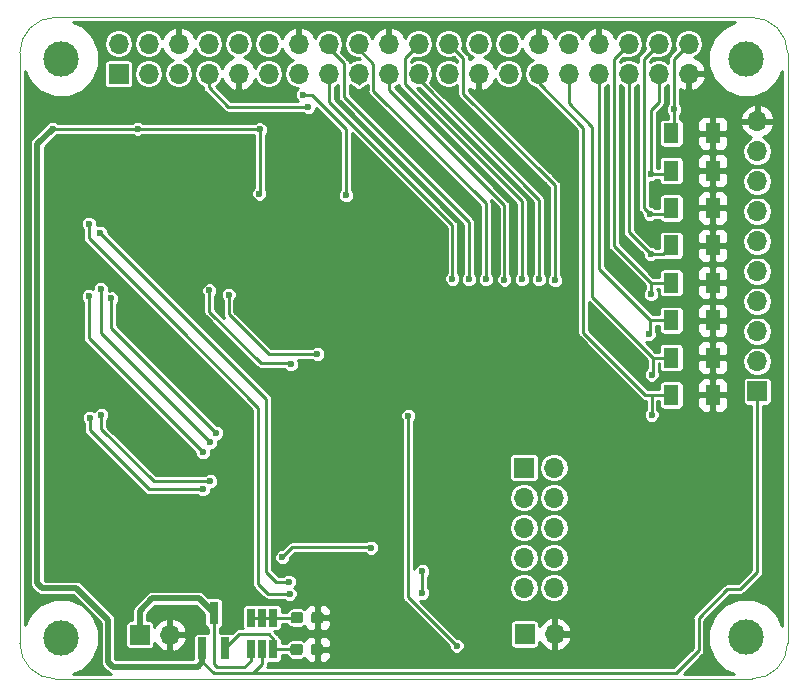
<source format=gbr>
%TF.GenerationSoftware,KiCad,Pcbnew,(5.0.1)-3*%
%TF.CreationDate,2019-03-06T13:22:50-05:00*%
%TF.ProjectId,reef-piHat,726565662D70694861742E6B69636164,rev?*%
%TF.SameCoordinates,Original*%
%TF.FileFunction,Copper,L2,Bot,Signal*%
%TF.FilePolarity,Positive*%
%FSLAX46Y46*%
G04 Gerber Fmt 4.6, Leading zero omitted, Abs format (unit mm)*
G04 Created by KiCad (PCBNEW (5.0.1)-3) date 3/6/2019 1:22:50 PM*
%MOMM*%
%LPD*%
G01*
G04 APERTURE LIST*
%ADD10C,0.100000*%
%ADD11R,0.650000X1.560000*%
%ADD12R,1.700000X1.700000*%
%ADD13O,1.700000X1.700000*%
%ADD14C,3.000000*%
%ADD15R,0.800000X1.900000*%
%ADD16C,0.950000*%
%ADD17R,1.300000X1.700000*%
%ADD18C,0.600000*%
%ADD19C,0.250000*%
%ADD20C,0.500000*%
%ADD21C,0.254000*%
G04 APERTURE END LIST*
D10*
X78546356Y-63817611D02*
X78546356Y-113817611D01*
X78546356Y-63817611D02*
G75*
G02X81546356Y-60817611I3000000J0D01*
G01*
X140546356Y-60817611D02*
X81546356Y-60817611D01*
X140546356Y-60817611D02*
G75*
G02X143546356Y-63817611I0J-3000000D01*
G01*
X143546356Y-113817611D02*
X143546356Y-63817611D01*
X81546356Y-116817611D02*
G75*
G02X78546356Y-113817611I0J3000000D01*
G01*
X81546356Y-116817611D02*
X140546356Y-116817611D01*
X143546351Y-113822847D02*
G75*
G02X140546356Y-116817611I-2999995J5236D01*
G01*
D11*
X98107500Y-111630460D03*
X99057500Y-111630460D03*
X100007500Y-111630460D03*
X100007500Y-114330460D03*
X98107500Y-114330460D03*
X99057500Y-114330460D03*
D12*
X86920000Y-65590000D03*
D13*
X86920000Y-63050000D03*
X89460000Y-65590000D03*
X89460000Y-63050000D03*
X92000000Y-65590000D03*
X92000000Y-63050000D03*
X94540000Y-65590000D03*
X94540000Y-63050000D03*
X97080000Y-65590000D03*
X97080000Y-63050000D03*
X99620000Y-65590000D03*
X99620000Y-63050000D03*
X102160000Y-65590000D03*
X102160000Y-63050000D03*
X104700000Y-65590000D03*
X104700000Y-63050000D03*
X107240000Y-65590000D03*
X107240000Y-63050000D03*
X109780000Y-65590000D03*
X109780000Y-63050000D03*
X112320000Y-65590000D03*
X112320000Y-63050000D03*
X114860000Y-65590000D03*
X114860000Y-63050000D03*
X117400000Y-65590000D03*
X117400000Y-63050000D03*
X119940000Y-65590000D03*
X119940000Y-63050000D03*
X122480000Y-65590000D03*
X122480000Y-63050000D03*
X125020000Y-65590000D03*
X125020000Y-63050000D03*
X127560000Y-65590000D03*
X127560000Y-63050000D03*
X130100000Y-65590000D03*
X130100000Y-63050000D03*
X132640000Y-65590000D03*
X132640000Y-63050000D03*
X135180000Y-65590000D03*
X135180000Y-63050000D03*
D14*
X82040000Y-64310000D03*
X140040000Y-64330000D03*
X82040000Y-113320000D03*
X140030000Y-113310000D03*
D12*
X88709500Y-113093500D03*
D13*
X91249500Y-113093500D03*
D12*
X140970000Y-92456000D03*
D13*
X140970000Y-89916000D03*
X140970000Y-87376000D03*
X140970000Y-84836000D03*
X140970000Y-82296000D03*
X140970000Y-79756000D03*
X140970000Y-77216000D03*
X140970000Y-74676000D03*
X140970000Y-72136000D03*
X140970000Y-69596000D03*
D12*
X121292620Y-113022380D03*
D13*
X123832620Y-113022380D03*
D12*
X121229120Y-98925380D03*
D13*
X123769120Y-98925380D03*
X121229120Y-101465380D03*
X123769120Y-101465380D03*
X121229120Y-104005380D03*
X123769120Y-104005380D03*
X121229120Y-106545380D03*
X123769120Y-106545380D03*
X121229120Y-109085380D03*
X123769120Y-109085380D03*
D15*
X95907900Y-114248060D03*
X94007900Y-114248060D03*
X94957900Y-111248060D03*
D10*
G36*
X104054479Y-111156604D02*
X104077534Y-111160023D01*
X104100143Y-111165687D01*
X104122087Y-111173539D01*
X104143157Y-111183504D01*
X104163148Y-111195486D01*
X104181868Y-111209370D01*
X104199138Y-111225022D01*
X104214790Y-111242292D01*
X104228674Y-111261012D01*
X104240656Y-111281003D01*
X104250621Y-111302073D01*
X104258473Y-111324017D01*
X104264137Y-111346626D01*
X104267556Y-111369681D01*
X104268700Y-111392960D01*
X104268700Y-111867960D01*
X104267556Y-111891239D01*
X104264137Y-111914294D01*
X104258473Y-111936903D01*
X104250621Y-111958847D01*
X104240656Y-111979917D01*
X104228674Y-111999908D01*
X104214790Y-112018628D01*
X104199138Y-112035898D01*
X104181868Y-112051550D01*
X104163148Y-112065434D01*
X104143157Y-112077416D01*
X104122087Y-112087381D01*
X104100143Y-112095233D01*
X104077534Y-112100897D01*
X104054479Y-112104316D01*
X104031200Y-112105460D01*
X103456200Y-112105460D01*
X103432921Y-112104316D01*
X103409866Y-112100897D01*
X103387257Y-112095233D01*
X103365313Y-112087381D01*
X103344243Y-112077416D01*
X103324252Y-112065434D01*
X103305532Y-112051550D01*
X103288262Y-112035898D01*
X103272610Y-112018628D01*
X103258726Y-111999908D01*
X103246744Y-111979917D01*
X103236779Y-111958847D01*
X103228927Y-111936903D01*
X103223263Y-111914294D01*
X103219844Y-111891239D01*
X103218700Y-111867960D01*
X103218700Y-111392960D01*
X103219844Y-111369681D01*
X103223263Y-111346626D01*
X103228927Y-111324017D01*
X103236779Y-111302073D01*
X103246744Y-111281003D01*
X103258726Y-111261012D01*
X103272610Y-111242292D01*
X103288262Y-111225022D01*
X103305532Y-111209370D01*
X103324252Y-111195486D01*
X103344243Y-111183504D01*
X103365313Y-111173539D01*
X103387257Y-111165687D01*
X103409866Y-111160023D01*
X103432921Y-111156604D01*
X103456200Y-111155460D01*
X104031200Y-111155460D01*
X104054479Y-111156604D01*
X104054479Y-111156604D01*
G37*
D16*
X103743700Y-111630460D03*
D10*
G36*
X102304479Y-111156604D02*
X102327534Y-111160023D01*
X102350143Y-111165687D01*
X102372087Y-111173539D01*
X102393157Y-111183504D01*
X102413148Y-111195486D01*
X102431868Y-111209370D01*
X102449138Y-111225022D01*
X102464790Y-111242292D01*
X102478674Y-111261012D01*
X102490656Y-111281003D01*
X102500621Y-111302073D01*
X102508473Y-111324017D01*
X102514137Y-111346626D01*
X102517556Y-111369681D01*
X102518700Y-111392960D01*
X102518700Y-111867960D01*
X102517556Y-111891239D01*
X102514137Y-111914294D01*
X102508473Y-111936903D01*
X102500621Y-111958847D01*
X102490656Y-111979917D01*
X102478674Y-111999908D01*
X102464790Y-112018628D01*
X102449138Y-112035898D01*
X102431868Y-112051550D01*
X102413148Y-112065434D01*
X102393157Y-112077416D01*
X102372087Y-112087381D01*
X102350143Y-112095233D01*
X102327534Y-112100897D01*
X102304479Y-112104316D01*
X102281200Y-112105460D01*
X101706200Y-112105460D01*
X101682921Y-112104316D01*
X101659866Y-112100897D01*
X101637257Y-112095233D01*
X101615313Y-112087381D01*
X101594243Y-112077416D01*
X101574252Y-112065434D01*
X101555532Y-112051550D01*
X101538262Y-112035898D01*
X101522610Y-112018628D01*
X101508726Y-111999908D01*
X101496744Y-111979917D01*
X101486779Y-111958847D01*
X101478927Y-111936903D01*
X101473263Y-111914294D01*
X101469844Y-111891239D01*
X101468700Y-111867960D01*
X101468700Y-111392960D01*
X101469844Y-111369681D01*
X101473263Y-111346626D01*
X101478927Y-111324017D01*
X101486779Y-111302073D01*
X101496744Y-111281003D01*
X101508726Y-111261012D01*
X101522610Y-111242292D01*
X101538262Y-111225022D01*
X101555532Y-111209370D01*
X101574252Y-111195486D01*
X101594243Y-111183504D01*
X101615313Y-111173539D01*
X101637257Y-111165687D01*
X101659866Y-111160023D01*
X101682921Y-111156604D01*
X101706200Y-111155460D01*
X102281200Y-111155460D01*
X102304479Y-111156604D01*
X102304479Y-111156604D01*
G37*
D16*
X101993700Y-111630460D03*
D10*
G36*
X102293079Y-113849004D02*
X102316134Y-113852423D01*
X102338743Y-113858087D01*
X102360687Y-113865939D01*
X102381757Y-113875904D01*
X102401748Y-113887886D01*
X102420468Y-113901770D01*
X102437738Y-113917422D01*
X102453390Y-113934692D01*
X102467274Y-113953412D01*
X102479256Y-113973403D01*
X102489221Y-113994473D01*
X102497073Y-114016417D01*
X102502737Y-114039026D01*
X102506156Y-114062081D01*
X102507300Y-114085360D01*
X102507300Y-114560360D01*
X102506156Y-114583639D01*
X102502737Y-114606694D01*
X102497073Y-114629303D01*
X102489221Y-114651247D01*
X102479256Y-114672317D01*
X102467274Y-114692308D01*
X102453390Y-114711028D01*
X102437738Y-114728298D01*
X102420468Y-114743950D01*
X102401748Y-114757834D01*
X102381757Y-114769816D01*
X102360687Y-114779781D01*
X102338743Y-114787633D01*
X102316134Y-114793297D01*
X102293079Y-114796716D01*
X102269800Y-114797860D01*
X101694800Y-114797860D01*
X101671521Y-114796716D01*
X101648466Y-114793297D01*
X101625857Y-114787633D01*
X101603913Y-114779781D01*
X101582843Y-114769816D01*
X101562852Y-114757834D01*
X101544132Y-114743950D01*
X101526862Y-114728298D01*
X101511210Y-114711028D01*
X101497326Y-114692308D01*
X101485344Y-114672317D01*
X101475379Y-114651247D01*
X101467527Y-114629303D01*
X101461863Y-114606694D01*
X101458444Y-114583639D01*
X101457300Y-114560360D01*
X101457300Y-114085360D01*
X101458444Y-114062081D01*
X101461863Y-114039026D01*
X101467527Y-114016417D01*
X101475379Y-113994473D01*
X101485344Y-113973403D01*
X101497326Y-113953412D01*
X101511210Y-113934692D01*
X101526862Y-113917422D01*
X101544132Y-113901770D01*
X101562852Y-113887886D01*
X101582843Y-113875904D01*
X101603913Y-113865939D01*
X101625857Y-113858087D01*
X101648466Y-113852423D01*
X101671521Y-113849004D01*
X101694800Y-113847860D01*
X102269800Y-113847860D01*
X102293079Y-113849004D01*
X102293079Y-113849004D01*
G37*
D16*
X101982300Y-114322860D03*
D10*
G36*
X104043079Y-113849004D02*
X104066134Y-113852423D01*
X104088743Y-113858087D01*
X104110687Y-113865939D01*
X104131757Y-113875904D01*
X104151748Y-113887886D01*
X104170468Y-113901770D01*
X104187738Y-113917422D01*
X104203390Y-113934692D01*
X104217274Y-113953412D01*
X104229256Y-113973403D01*
X104239221Y-113994473D01*
X104247073Y-114016417D01*
X104252737Y-114039026D01*
X104256156Y-114062081D01*
X104257300Y-114085360D01*
X104257300Y-114560360D01*
X104256156Y-114583639D01*
X104252737Y-114606694D01*
X104247073Y-114629303D01*
X104239221Y-114651247D01*
X104229256Y-114672317D01*
X104217274Y-114692308D01*
X104203390Y-114711028D01*
X104187738Y-114728298D01*
X104170468Y-114743950D01*
X104151748Y-114757834D01*
X104131757Y-114769816D01*
X104110687Y-114779781D01*
X104088743Y-114787633D01*
X104066134Y-114793297D01*
X104043079Y-114796716D01*
X104019800Y-114797860D01*
X103444800Y-114797860D01*
X103421521Y-114796716D01*
X103398466Y-114793297D01*
X103375857Y-114787633D01*
X103353913Y-114779781D01*
X103332843Y-114769816D01*
X103312852Y-114757834D01*
X103294132Y-114743950D01*
X103276862Y-114728298D01*
X103261210Y-114711028D01*
X103247326Y-114692308D01*
X103235344Y-114672317D01*
X103225379Y-114651247D01*
X103217527Y-114629303D01*
X103211863Y-114606694D01*
X103208444Y-114583639D01*
X103207300Y-114560360D01*
X103207300Y-114085360D01*
X103208444Y-114062081D01*
X103211863Y-114039026D01*
X103217527Y-114016417D01*
X103225379Y-113994473D01*
X103235344Y-113973403D01*
X103247326Y-113953412D01*
X103261210Y-113934692D01*
X103276862Y-113917422D01*
X103294132Y-113901770D01*
X103312852Y-113887886D01*
X103332843Y-113875904D01*
X103353913Y-113865939D01*
X103375857Y-113858087D01*
X103398466Y-113852423D01*
X103421521Y-113849004D01*
X103444800Y-113847860D01*
X104019800Y-113847860D01*
X104043079Y-113849004D01*
X104043079Y-113849004D01*
G37*
D16*
X103732300Y-114322860D03*
D17*
X137205720Y-92781120D03*
X133705720Y-92781120D03*
X137205720Y-89614826D03*
X133705720Y-89614826D03*
X133705720Y-86448535D03*
X137205720Y-86448535D03*
X133705720Y-83282244D03*
X137205720Y-83282244D03*
X137205720Y-80115953D03*
X133705720Y-80115953D03*
X133705720Y-76949662D03*
X137205720Y-76949662D03*
X137205720Y-73783371D03*
X133705720Y-73783371D03*
X133705720Y-70617080D03*
X137205720Y-70617080D03*
D18*
X115519200Y-113997740D03*
X111447580Y-94543880D03*
X84388960Y-78292960D03*
X101381560Y-109626400D03*
X101320600Y-108610400D03*
X85341460Y-79032100D03*
X102971600Y-68394580D03*
X123878340Y-83075780D03*
X122491500Y-83002120D03*
X118003320Y-82979260D03*
X116565680Y-82979260D03*
X121041160Y-82989420D03*
X119580660Y-83014820D03*
X115176300Y-82943700D03*
X106172000Y-75882500D03*
X102544880Y-67353180D03*
X131991100Y-84251824D03*
X131958047Y-80845693D03*
X131879340Y-77439562D03*
X132019091Y-74046131D03*
X132034280Y-94470220D03*
X133941820Y-68590160D03*
X132036820Y-91064086D03*
X131780295Y-87657955D03*
X81330800Y-70231000D03*
X98861880Y-70299580D03*
X98833940Y-75727560D03*
X88513920Y-70231000D03*
X112618520Y-109540040D03*
X112618520Y-107703620D03*
X108280200Y-105714800D03*
X100781000Y-106508400D03*
X94056200Y-97627440D03*
X84388420Y-84414900D03*
X95181420Y-95994220D03*
X86278720Y-84602320D03*
X94660720Y-96799400D03*
X85388420Y-83809840D03*
X96218980Y-84293680D03*
X103741220Y-89314020D03*
X94599760Y-83934300D03*
X101489500Y-90161100D03*
X94668340Y-100081080D03*
X85455380Y-94439740D03*
X94038420Y-100779580D03*
X84455380Y-94721300D03*
D19*
X107240000Y-65590000D02*
X107240000Y-66473000D01*
X111447580Y-109926120D02*
X115519200Y-113997740D01*
X111447580Y-94543880D02*
X111447580Y-109926120D01*
D20*
X88709500Y-113093500D02*
X88709500Y-111036100D01*
X88709500Y-111036100D02*
X89763600Y-109982000D01*
D19*
X94957900Y-111248060D02*
X94957900Y-115529360D01*
X94957900Y-115529360D02*
X95262700Y-115834160D01*
X95262700Y-115834160D02*
X97548700Y-115834160D01*
X98107500Y-115275360D02*
X98107500Y-114330460D01*
X97548700Y-115834160D02*
X98107500Y-115275360D01*
D20*
X93691840Y-109982000D02*
X94957900Y-111248060D01*
X89763600Y-109982000D02*
X93691840Y-109982000D01*
D19*
X99568000Y-109626400D02*
X101381560Y-109626400D01*
X84388960Y-79514700D02*
X91818460Y-86944200D01*
X84388960Y-78292960D02*
X84388960Y-79514700D01*
X91818460Y-86944200D02*
X91821000Y-86944200D01*
X91821000Y-86944200D02*
X98729800Y-93853000D01*
X98729800Y-93853000D02*
X98729800Y-108788200D01*
X98729800Y-108788200D02*
X99568000Y-109626400D01*
X100253800Y-108610400D02*
X101320600Y-108610400D01*
X99415600Y-107772200D02*
X100253800Y-108610400D01*
X99415600Y-93116400D02*
X99415600Y-107772200D01*
X85341460Y-79032100D02*
X85341460Y-79042260D01*
X85341460Y-79042260D02*
X99415600Y-93116400D01*
X94540000Y-65590000D02*
X94540000Y-66729540D01*
X96205040Y-68394580D02*
X102971600Y-68394580D01*
X94540000Y-66729540D02*
X96205040Y-68394580D01*
X114860000Y-63050000D02*
X114868540Y-63050000D01*
X114868540Y-63050000D02*
X116100860Y-64282320D01*
X116100860Y-64282320D02*
X116100860Y-67297300D01*
X116100860Y-67297300D02*
X123167140Y-74363580D01*
X123167140Y-74363580D02*
X123220480Y-74363580D01*
X123878340Y-75021440D02*
X123878340Y-83075780D01*
X123220480Y-74363580D02*
X123878340Y-75021440D01*
X112320000Y-65590000D02*
X112320000Y-66069140D01*
X122491500Y-76240640D02*
X122491500Y-83002120D01*
X112320000Y-66069140D02*
X122491500Y-76240640D01*
X107240000Y-63050000D02*
X107240000Y-63516440D01*
X107240000Y-63516440D02*
X108491020Y-64767460D01*
X108491020Y-64767460D02*
X108491020Y-67053460D01*
X118003320Y-76565760D02*
X118003320Y-82979260D01*
X108491020Y-67053460D02*
X118003320Y-76565760D01*
X104700000Y-63050000D02*
X104700000Y-63430080D01*
X104700000Y-63430080D02*
X105963720Y-64693800D01*
X105963720Y-64693800D02*
X105963720Y-67543680D01*
X116565680Y-78145640D02*
X116565680Y-82979260D01*
X105963720Y-67543680D02*
X116565680Y-78145640D01*
X112320000Y-63050000D02*
X112320000Y-63082240D01*
X112320000Y-63082240D02*
X111122460Y-64279780D01*
X111122460Y-64279780D02*
X111122460Y-66464180D01*
X121041160Y-76382880D02*
X121041160Y-82989420D01*
X111122460Y-66464180D02*
X121041160Y-76382880D01*
X109780000Y-65590000D02*
X109780000Y-66935280D01*
X119580660Y-76735940D02*
X119580660Y-83014820D01*
X109780000Y-66935280D02*
X119580660Y-76735940D01*
X104700000Y-65590000D02*
X104700000Y-67956360D01*
X115176300Y-78432660D02*
X115176300Y-82943700D01*
X104700000Y-67956360D02*
X115176300Y-78432660D01*
X99620000Y-63050000D02*
X99620000Y-63143200D01*
X106169460Y-75879960D02*
X106172000Y-75882500D01*
X106169460Y-70297040D02*
X106169460Y-75879960D01*
X103261160Y-67388740D02*
X106169460Y-70297040D01*
X102544880Y-67353180D02*
X102580440Y-67388740D01*
X102580440Y-67388740D02*
X103261160Y-67388740D01*
X131968964Y-83282244D02*
X133705720Y-83282244D01*
X128828800Y-80142080D02*
X131968964Y-83282244D01*
X130100000Y-63050000D02*
X128828800Y-64321200D01*
X128828800Y-64321200D02*
X128828800Y-80142080D01*
X131968964Y-84229688D02*
X131991100Y-84251824D01*
X131968964Y-83282244D02*
X131968964Y-84229688D01*
X130100000Y-78987646D02*
X131958047Y-80845693D01*
X130100000Y-65590000D02*
X130100000Y-78987646D01*
X132975980Y-80845693D02*
X133705720Y-80115953D01*
X131958047Y-80845693D02*
X132975980Y-80845693D01*
X131368800Y-76929022D02*
X131879340Y-77439562D01*
X131368800Y-64321200D02*
X131368800Y-76929022D01*
X132640000Y-63050000D02*
X131368800Y-64321200D01*
X133215820Y-77439562D02*
X133705720Y-76949662D01*
X131879340Y-77439562D02*
X133215820Y-77439562D01*
X132640000Y-65590000D02*
X132640000Y-68009840D01*
X132640000Y-68009840D02*
X132019091Y-68630749D01*
X132019091Y-68630749D02*
X132019091Y-74046131D01*
X133442960Y-74046131D02*
X133705720Y-73783371D01*
X132019091Y-74046131D02*
X133442960Y-74046131D01*
X126253240Y-87518240D02*
X131516120Y-92781120D01*
X126253240Y-70162420D02*
X126253240Y-87518240D01*
X122480000Y-65590000D02*
X122480000Y-66389180D01*
X122480000Y-66389180D02*
X126253240Y-70162420D01*
X132034280Y-92781120D02*
X132034280Y-94470220D01*
X132034280Y-92781120D02*
X133705720Y-92781120D01*
X131516120Y-92781120D02*
X132034280Y-92781120D01*
X135180000Y-63050000D02*
X135180000Y-63092400D01*
X135180000Y-63092400D02*
X133941820Y-64330580D01*
X133941820Y-70380980D02*
X133705720Y-70617080D01*
X133941820Y-64330580D02*
X133941820Y-68590160D01*
X133941820Y-68590160D02*
X133941820Y-70380980D01*
X132152206Y-89614826D02*
X133705720Y-89614826D01*
X127027940Y-84490560D02*
X132152206Y-89614826D01*
X127027940Y-70081140D02*
X127027940Y-84490560D01*
X125020000Y-65590000D02*
X125020000Y-68073200D01*
X125020000Y-68073200D02*
X127027940Y-70081140D01*
X132152206Y-90948700D02*
X132036820Y-91064086D01*
X132152206Y-89614826D02*
X132152206Y-90948700D01*
X127558800Y-68900040D02*
X127566420Y-68907660D01*
X127566420Y-65596420D02*
X127560000Y-65590000D01*
X127566420Y-68907660D02*
X127566420Y-65596420D01*
X131927235Y-86448535D02*
X133705720Y-86448535D01*
X127566420Y-68907660D02*
X127566420Y-82087720D01*
X127566420Y-82087720D02*
X131927235Y-86448535D01*
X131927235Y-86448535D02*
X131927235Y-87511015D01*
X131927235Y-87511015D02*
X131780295Y-87657955D01*
X94007900Y-114248060D02*
X94007900Y-115404860D01*
X99057500Y-115544560D02*
X99057500Y-114330460D01*
D20*
X80010000Y-71551800D02*
X81330800Y-70231000D01*
X80010000Y-108684060D02*
X80010000Y-71551800D01*
X80459580Y-109133640D02*
X80010000Y-108684060D01*
X83342480Y-109133640D02*
X80459580Y-109133640D01*
X86426040Y-115778280D02*
X86019640Y-115371880D01*
X86019640Y-115371880D02*
X86019640Y-111810800D01*
X86019640Y-111810800D02*
X83342480Y-109133640D01*
X86426040Y-115778280D02*
X93619320Y-115778280D01*
X94007900Y-115389700D02*
X94007900Y-114248060D01*
X93619320Y-115778280D02*
X94007900Y-115389700D01*
D19*
X99057500Y-115544560D02*
X99047340Y-115544560D01*
X99047340Y-115544560D02*
X98247200Y-116344700D01*
X94962900Y-116344700D02*
X94007900Y-115389700D01*
X98247200Y-116344700D02*
X94962900Y-116344700D01*
X98247200Y-116344700D02*
X134076440Y-116344700D01*
X134076440Y-116344700D02*
X136009380Y-114411760D01*
X136009380Y-114411760D02*
X136009380Y-111671100D01*
X136009380Y-111671100D02*
X138452860Y-109227620D01*
X138452860Y-109227620D02*
X139524740Y-109227620D01*
X140970000Y-107782360D02*
X140970000Y-92456000D01*
X139524740Y-109227620D02*
X140970000Y-107782360D01*
X89369900Y-70231000D02*
X98793300Y-70231000D01*
X98793300Y-70231000D02*
X98861880Y-70299580D01*
X98861880Y-75699620D02*
X98861880Y-70299580D01*
X98833940Y-75727560D02*
X98861880Y-75699620D01*
X81330800Y-70231000D02*
X88513920Y-70231000D01*
X88513920Y-70231000D02*
X89369900Y-70231000D01*
X101993700Y-111630460D02*
X100007500Y-111630460D01*
X100007500Y-111630460D02*
X100007500Y-112270460D01*
X98107500Y-111630460D02*
X99057500Y-111630460D01*
X100007500Y-111630460D02*
X99057500Y-111630460D01*
X100015100Y-114322860D02*
X100007500Y-114330460D01*
X101982300Y-114322860D02*
X100015100Y-114322860D01*
X97128500Y-113027460D02*
X95907900Y-114248060D01*
X99631500Y-113027460D02*
X97128500Y-113027460D01*
X100007500Y-114330460D02*
X100007500Y-113403460D01*
X100007500Y-113403460D02*
X99631500Y-113027460D01*
X112618520Y-109540040D02*
X112618520Y-107703620D01*
X101625400Y-105664000D02*
X108229400Y-105664000D01*
X108229400Y-105664000D02*
X108280200Y-105714800D01*
X100781000Y-106508400D02*
X101625400Y-105664000D01*
X94056200Y-97627440D02*
X85851460Y-89422700D01*
X84388420Y-87959660D02*
X85851460Y-89422700D01*
X84388420Y-84414900D02*
X84388420Y-87959660D01*
X95181420Y-95994220D02*
X86278720Y-87091520D01*
X86278720Y-87091520D02*
X86278720Y-84602320D01*
X94660720Y-96799400D02*
X86851460Y-88990140D01*
X85388420Y-87527100D02*
X86851460Y-88990140D01*
X85388420Y-83809840D02*
X85388420Y-87527100D01*
X97529620Y-87240080D02*
X99603560Y-89314020D01*
X99603560Y-89314020D02*
X103741220Y-89314020D01*
X96218980Y-85929440D02*
X97529620Y-87240080D01*
X96218980Y-84293680D02*
X96218980Y-85929440D01*
X101389180Y-90060780D02*
X101489500Y-90161100D01*
X98925380Y-90060780D02*
X101389180Y-90060780D01*
X94599760Y-83934300D02*
X94599760Y-85735160D01*
X94599760Y-85735160D02*
X98925380Y-90060780D01*
X94663260Y-100076000D02*
X94668340Y-100081080D01*
X89870280Y-100076000D02*
X94663260Y-100076000D01*
X85455380Y-94439740D02*
X85455380Y-95661100D01*
X85455380Y-95661100D02*
X89870280Y-100076000D01*
X94038420Y-100779580D02*
X92301820Y-100779580D01*
X84455380Y-94721300D02*
X84455380Y-95745680D01*
X89489280Y-100779580D02*
X92301820Y-100779580D01*
X84455380Y-95745680D02*
X89489280Y-100779580D01*
D21*
G36*
X138212051Y-61594281D02*
X137304281Y-62502051D01*
X136813000Y-63688110D01*
X136813000Y-64971890D01*
X137304281Y-66157949D01*
X138212051Y-67065719D01*
X139398110Y-67557000D01*
X140681890Y-67557000D01*
X141867949Y-67065719D01*
X142775719Y-66157949D01*
X143119357Y-65328332D01*
X143119356Y-112335808D01*
X142765719Y-111482051D01*
X141857949Y-110574281D01*
X140671890Y-110083000D01*
X139388110Y-110083000D01*
X138202051Y-110574281D01*
X137294281Y-111482051D01*
X136803000Y-112668110D01*
X136803000Y-113951890D01*
X137294281Y-115137949D01*
X138202051Y-116045719D01*
X139034695Y-116390611D01*
X134740463Y-116390611D01*
X136329390Y-114801685D01*
X136371301Y-114773681D01*
X136412408Y-114712161D01*
X136453408Y-114650800D01*
X136482253Y-114607630D01*
X136511380Y-114461199D01*
X136511380Y-114461194D01*
X136521213Y-114411760D01*
X136511380Y-114362326D01*
X136511380Y-111879034D01*
X138660795Y-109729620D01*
X139475306Y-109729620D01*
X139524740Y-109739453D01*
X139574174Y-109729620D01*
X139574179Y-109729620D01*
X139720610Y-109700493D01*
X139886661Y-109589541D01*
X139914667Y-109547627D01*
X141290013Y-108172283D01*
X141331921Y-108144281D01*
X141359923Y-108102373D01*
X141359926Y-108102370D01*
X141442872Y-107978231D01*
X141442873Y-107978230D01*
X141472000Y-107831799D01*
X141472000Y-107831795D01*
X141481833Y-107782361D01*
X141472000Y-107732927D01*
X141472000Y-93690385D01*
X141820000Y-93690385D01*
X141967098Y-93661125D01*
X142091801Y-93577801D01*
X142175125Y-93453098D01*
X142204385Y-93306000D01*
X142204385Y-91606000D01*
X142175125Y-91458902D01*
X142091801Y-91334199D01*
X141967098Y-91250875D01*
X141820000Y-91221615D01*
X140120000Y-91221615D01*
X139972902Y-91250875D01*
X139848199Y-91334199D01*
X139764875Y-91458902D01*
X139735615Y-91606000D01*
X139735615Y-93306000D01*
X139764875Y-93453098D01*
X139848199Y-93577801D01*
X139972902Y-93661125D01*
X140120000Y-93690385D01*
X140468001Y-93690385D01*
X140468000Y-107574424D01*
X139316806Y-108725620D01*
X138502295Y-108725620D01*
X138452860Y-108715787D01*
X138403425Y-108725620D01*
X138403421Y-108725620D01*
X138288189Y-108748541D01*
X138256989Y-108754747D01*
X138132851Y-108837694D01*
X138090939Y-108865699D01*
X138062935Y-108907610D01*
X135689371Y-111281175D01*
X135647460Y-111309179D01*
X135619456Y-111351090D01*
X135619454Y-111351092D01*
X135536508Y-111475230D01*
X135497547Y-111671100D01*
X135507381Y-111720539D01*
X135507380Y-114203825D01*
X133868506Y-115842700D01*
X99462038Y-115842700D01*
X99530373Y-115740430D01*
X99569334Y-115544560D01*
X99559500Y-115495121D01*
X99559500Y-115470378D01*
X99682500Y-115494845D01*
X100332500Y-115494845D01*
X100479598Y-115465585D01*
X100604301Y-115382261D01*
X100687625Y-115257558D01*
X100716885Y-115110460D01*
X100716885Y-114824860D01*
X101137970Y-114824860D01*
X101255061Y-115000099D01*
X101456815Y-115134907D01*
X101694800Y-115182245D01*
X102269800Y-115182245D01*
X102507785Y-115134907D01*
X102624988Y-115056594D01*
X102667278Y-115158692D01*
X102846469Y-115337883D01*
X103080593Y-115434860D01*
X103445050Y-115434860D01*
X103604300Y-115275610D01*
X103604300Y-114450860D01*
X103860300Y-114450860D01*
X103860300Y-115275610D01*
X104019550Y-115434860D01*
X104384007Y-115434860D01*
X104618131Y-115337883D01*
X104797322Y-115158692D01*
X104894300Y-114924567D01*
X104894300Y-114610110D01*
X104735050Y-114450860D01*
X103860300Y-114450860D01*
X103604300Y-114450860D01*
X103584300Y-114450860D01*
X103584300Y-114194860D01*
X103604300Y-114194860D01*
X103604300Y-113370110D01*
X103860300Y-113370110D01*
X103860300Y-114194860D01*
X104735050Y-114194860D01*
X104894300Y-114035610D01*
X104894300Y-113721153D01*
X104797322Y-113487028D01*
X104618131Y-113307837D01*
X104384007Y-113210860D01*
X104019550Y-113210860D01*
X103860300Y-113370110D01*
X103604300Y-113370110D01*
X103445050Y-113210860D01*
X103080593Y-113210860D01*
X102846469Y-113307837D01*
X102667278Y-113487028D01*
X102624988Y-113589126D01*
X102507785Y-113510813D01*
X102269800Y-113463475D01*
X101694800Y-113463475D01*
X101456815Y-113510813D01*
X101255061Y-113645621D01*
X101137970Y-113820860D01*
X100716885Y-113820860D01*
X100716885Y-113550460D01*
X100687625Y-113403362D01*
X100604301Y-113278659D01*
X100479598Y-113195335D01*
X100471048Y-113193634D01*
X100457978Y-113174073D01*
X100397426Y-113083450D01*
X100397423Y-113083447D01*
X100369421Y-113041539D01*
X100327512Y-113013536D01*
X100108820Y-112794845D01*
X100332500Y-112794845D01*
X100479598Y-112765585D01*
X100604301Y-112682261D01*
X100687625Y-112557558D01*
X100716885Y-112410460D01*
X100716885Y-112132460D01*
X101149370Y-112132460D01*
X101266461Y-112307699D01*
X101468215Y-112442507D01*
X101706200Y-112489845D01*
X102281200Y-112489845D01*
X102519185Y-112442507D01*
X102636388Y-112364194D01*
X102678678Y-112466292D01*
X102857869Y-112645483D01*
X103091993Y-112742460D01*
X103456450Y-112742460D01*
X103615700Y-112583210D01*
X103615700Y-111758460D01*
X103871700Y-111758460D01*
X103871700Y-112583210D01*
X104030950Y-112742460D01*
X104395407Y-112742460D01*
X104629531Y-112645483D01*
X104808722Y-112466292D01*
X104905700Y-112232167D01*
X104905700Y-111917710D01*
X104746450Y-111758460D01*
X103871700Y-111758460D01*
X103615700Y-111758460D01*
X103595700Y-111758460D01*
X103595700Y-111502460D01*
X103615700Y-111502460D01*
X103615700Y-110677710D01*
X103871700Y-110677710D01*
X103871700Y-111502460D01*
X104746450Y-111502460D01*
X104905700Y-111343210D01*
X104905700Y-111028753D01*
X104808722Y-110794628D01*
X104629531Y-110615437D01*
X104395407Y-110518460D01*
X104030950Y-110518460D01*
X103871700Y-110677710D01*
X103615700Y-110677710D01*
X103456450Y-110518460D01*
X103091993Y-110518460D01*
X102857869Y-110615437D01*
X102678678Y-110794628D01*
X102636388Y-110896726D01*
X102519185Y-110818413D01*
X102281200Y-110771075D01*
X101706200Y-110771075D01*
X101468215Y-110818413D01*
X101266461Y-110953221D01*
X101149370Y-111128460D01*
X100716885Y-111128460D01*
X100716885Y-110850460D01*
X100687625Y-110703362D01*
X100604301Y-110578659D01*
X100479598Y-110495335D01*
X100332500Y-110466075D01*
X99682500Y-110466075D01*
X99535402Y-110495335D01*
X99532500Y-110497274D01*
X99529598Y-110495335D01*
X99382500Y-110466075D01*
X98732500Y-110466075D01*
X98585402Y-110495335D01*
X98582500Y-110497274D01*
X98579598Y-110495335D01*
X98432500Y-110466075D01*
X97782500Y-110466075D01*
X97635402Y-110495335D01*
X97510699Y-110578659D01*
X97427375Y-110703362D01*
X97398115Y-110850460D01*
X97398115Y-112410460D01*
X97420990Y-112525460D01*
X97177933Y-112525460D01*
X97128499Y-112515627D01*
X97079065Y-112525460D01*
X97079061Y-112525460D01*
X96932630Y-112554587D01*
X96932628Y-112554588D01*
X96932629Y-112554588D01*
X96808490Y-112637534D01*
X96808487Y-112637537D01*
X96766579Y-112665539D01*
X96738576Y-112707448D01*
X96483827Y-112962198D01*
X96454998Y-112942935D01*
X96307900Y-112913675D01*
X95507900Y-112913675D01*
X95459900Y-112923223D01*
X95459900Y-112562156D01*
X95504998Y-112553185D01*
X95629701Y-112469861D01*
X95713025Y-112345158D01*
X95742285Y-112198060D01*
X95742285Y-110298060D01*
X95713025Y-110150962D01*
X95629701Y-110026259D01*
X95504998Y-109942935D01*
X95357900Y-109913675D01*
X94557900Y-109913675D01*
X94518136Y-109921585D01*
X94178860Y-109582309D01*
X94143881Y-109529959D01*
X93936483Y-109391380D01*
X93753590Y-109355000D01*
X93753586Y-109355000D01*
X93691840Y-109342718D01*
X93630094Y-109355000D01*
X89825346Y-109355000D01*
X89763600Y-109342718D01*
X89701854Y-109355000D01*
X89701850Y-109355000D01*
X89518957Y-109391380D01*
X89363908Y-109494980D01*
X89363907Y-109494981D01*
X89311559Y-109529959D01*
X89276581Y-109582307D01*
X88309807Y-110549082D01*
X88257460Y-110584059D01*
X88222482Y-110636407D01*
X88222481Y-110636408D01*
X88118880Y-110791458D01*
X88070218Y-111036100D01*
X88082501Y-111097851D01*
X88082501Y-111859115D01*
X87859500Y-111859115D01*
X87712402Y-111888375D01*
X87587699Y-111971699D01*
X87504375Y-112096402D01*
X87475115Y-112243500D01*
X87475115Y-113943500D01*
X87504375Y-114090598D01*
X87587699Y-114215301D01*
X87712402Y-114298625D01*
X87859500Y-114327885D01*
X89559500Y-114327885D01*
X89706598Y-114298625D01*
X89831301Y-114215301D01*
X89914625Y-114090598D01*
X89943885Y-113943500D01*
X89943885Y-113744278D01*
X90053202Y-113976714D01*
X90482256Y-114367287D01*
X90891321Y-114536718D01*
X91121500Y-114415066D01*
X91121500Y-113221500D01*
X91377500Y-113221500D01*
X91377500Y-114415066D01*
X91607679Y-114536718D01*
X92016744Y-114367287D01*
X92445798Y-113976714D01*
X92692727Y-113451680D01*
X92571740Y-113221500D01*
X91377500Y-113221500D01*
X91121500Y-113221500D01*
X91101500Y-113221500D01*
X91101500Y-112965500D01*
X91121500Y-112965500D01*
X91121500Y-111771934D01*
X91377500Y-111771934D01*
X91377500Y-112965500D01*
X92571740Y-112965500D01*
X92692727Y-112735320D01*
X92445798Y-112210286D01*
X92016744Y-111819713D01*
X91607679Y-111650282D01*
X91377500Y-111771934D01*
X91121500Y-111771934D01*
X90891321Y-111650282D01*
X90482256Y-111819713D01*
X90053202Y-112210286D01*
X89943885Y-112442722D01*
X89943885Y-112243500D01*
X89914625Y-112096402D01*
X89831301Y-111971699D01*
X89706598Y-111888375D01*
X89559500Y-111859115D01*
X89336500Y-111859115D01*
X89336500Y-111295811D01*
X90023312Y-110609000D01*
X93432129Y-110609000D01*
X94173515Y-111350387D01*
X94173515Y-112198060D01*
X94202775Y-112345158D01*
X94286099Y-112469861D01*
X94410802Y-112553185D01*
X94455900Y-112562156D01*
X94455900Y-112923223D01*
X94407900Y-112913675D01*
X93607900Y-112913675D01*
X93460802Y-112942935D01*
X93336099Y-113026259D01*
X93252775Y-113150962D01*
X93223515Y-113298060D01*
X93223515Y-115151280D01*
X86685752Y-115151280D01*
X86646640Y-115112169D01*
X86646640Y-111872546D01*
X86658922Y-111810800D01*
X86646640Y-111749054D01*
X86646640Y-111749050D01*
X86610260Y-111566157D01*
X86554062Y-111482051D01*
X86506659Y-111411107D01*
X86471681Y-111358759D01*
X86419333Y-111323781D01*
X83829500Y-108733949D01*
X83794521Y-108681599D01*
X83587123Y-108543020D01*
X83404230Y-108506640D01*
X83404226Y-108506640D01*
X83342480Y-108494358D01*
X83280734Y-108506640D01*
X80719292Y-108506640D01*
X80637000Y-108424349D01*
X80637000Y-94586636D01*
X83778380Y-94586636D01*
X83778380Y-94855964D01*
X83881447Y-95104790D01*
X83953380Y-95176723D01*
X83953381Y-95696242D01*
X83943547Y-95745680D01*
X83953381Y-95795119D01*
X83965684Y-95856970D01*
X83982508Y-95941550D01*
X84065454Y-96065688D01*
X84065456Y-96065690D01*
X84093460Y-96107601D01*
X84135371Y-96135605D01*
X89099355Y-101099590D01*
X89127359Y-101141501D01*
X89293410Y-101252453D01*
X89439841Y-101281580D01*
X89439846Y-101281580D01*
X89489280Y-101291413D01*
X89538714Y-101281580D01*
X93582997Y-101281580D01*
X93654930Y-101353513D01*
X93903756Y-101456580D01*
X94173084Y-101456580D01*
X94421910Y-101353513D01*
X94612353Y-101163070D01*
X94715420Y-100914244D01*
X94715420Y-100758080D01*
X94803004Y-100758080D01*
X95051830Y-100655013D01*
X95242273Y-100464570D01*
X95345340Y-100215744D01*
X95345340Y-99946416D01*
X95242273Y-99697590D01*
X95051830Y-99507147D01*
X94803004Y-99404080D01*
X94533676Y-99404080D01*
X94284850Y-99507147D01*
X94217997Y-99574000D01*
X90078215Y-99574000D01*
X85957380Y-95453166D01*
X85957380Y-94895163D01*
X86029313Y-94823230D01*
X86132380Y-94574404D01*
X86132380Y-94305076D01*
X86029313Y-94056250D01*
X85838870Y-93865807D01*
X85590044Y-93762740D01*
X85320716Y-93762740D01*
X85071890Y-93865807D01*
X84881447Y-94056250D01*
X84842289Y-94150786D01*
X84838870Y-94147367D01*
X84590044Y-94044300D01*
X84320716Y-94044300D01*
X84071890Y-94147367D01*
X83881447Y-94337810D01*
X83778380Y-94586636D01*
X80637000Y-94586636D01*
X80637000Y-84280236D01*
X83711420Y-84280236D01*
X83711420Y-84549564D01*
X83814487Y-84798390D01*
X83886420Y-84870323D01*
X83886421Y-87910221D01*
X83876587Y-87959660D01*
X83915548Y-88155530D01*
X83998494Y-88279668D01*
X83998496Y-88279670D01*
X84026500Y-88321581D01*
X84068411Y-88349585D01*
X85531451Y-89812626D01*
X85531454Y-89812628D01*
X93379200Y-97660375D01*
X93379200Y-97762104D01*
X93482267Y-98010930D01*
X93672710Y-98201373D01*
X93921536Y-98304440D01*
X94190864Y-98304440D01*
X94439690Y-98201373D01*
X94630133Y-98010930D01*
X94733200Y-97762104D01*
X94733200Y-97492776D01*
X94726417Y-97476400D01*
X94795384Y-97476400D01*
X95044210Y-97373333D01*
X95234653Y-97182890D01*
X95337720Y-96934064D01*
X95337720Y-96664736D01*
X95336844Y-96662621D01*
X95564910Y-96568153D01*
X95755353Y-96377710D01*
X95858420Y-96128884D01*
X95858420Y-95859556D01*
X95755353Y-95610730D01*
X95564910Y-95420287D01*
X95316084Y-95317220D01*
X95214356Y-95317220D01*
X86780720Y-86883586D01*
X86780720Y-85057743D01*
X86852653Y-84985810D01*
X86955720Y-84736984D01*
X86955720Y-84467656D01*
X86852653Y-84218830D01*
X86662210Y-84028387D01*
X86413384Y-83925320D01*
X86144056Y-83925320D01*
X86058726Y-83960665D01*
X86065420Y-83944504D01*
X86065420Y-83675176D01*
X85962353Y-83426350D01*
X85771910Y-83235907D01*
X85523084Y-83132840D01*
X85253756Y-83132840D01*
X85004930Y-83235907D01*
X84814487Y-83426350D01*
X84711420Y-83675176D01*
X84711420Y-83815911D01*
X84523084Y-83737900D01*
X84253756Y-83737900D01*
X84004930Y-83840967D01*
X83814487Y-84031410D01*
X83711420Y-84280236D01*
X80637000Y-84280236D01*
X80637000Y-78158296D01*
X83711960Y-78158296D01*
X83711960Y-78427624D01*
X83815027Y-78676450D01*
X83886960Y-78748383D01*
X83886961Y-79465262D01*
X83877127Y-79514700D01*
X83916088Y-79710570D01*
X83999034Y-79834708D01*
X83999036Y-79834710D01*
X84027040Y-79876621D01*
X84068951Y-79904625D01*
X91428535Y-87264210D01*
X91456539Y-87306121D01*
X91506108Y-87339242D01*
X98227800Y-94060935D01*
X98227801Y-108738761D01*
X98217967Y-108788200D01*
X98227801Y-108837639D01*
X98238017Y-108888997D01*
X98256928Y-108984070D01*
X98339874Y-109108208D01*
X98339876Y-109108210D01*
X98367880Y-109150121D01*
X98409791Y-109178125D01*
X99178075Y-109946409D01*
X99206079Y-109988321D01*
X99372130Y-110099273D01*
X99518561Y-110128400D01*
X99518566Y-110128400D01*
X99568000Y-110138233D01*
X99617434Y-110128400D01*
X100926137Y-110128400D01*
X100998070Y-110200333D01*
X101246896Y-110303400D01*
X101516224Y-110303400D01*
X101765050Y-110200333D01*
X101955493Y-110009890D01*
X102058560Y-109761064D01*
X102058560Y-109491736D01*
X101955493Y-109242910D01*
X101800503Y-109087920D01*
X101894533Y-108993890D01*
X101997600Y-108745064D01*
X101997600Y-108475736D01*
X101894533Y-108226910D01*
X101704090Y-108036467D01*
X101455264Y-107933400D01*
X101185936Y-107933400D01*
X100937110Y-108036467D01*
X100865177Y-108108400D01*
X100461735Y-108108400D01*
X99917600Y-107564266D01*
X99917600Y-106373736D01*
X100104000Y-106373736D01*
X100104000Y-106643064D01*
X100207067Y-106891890D01*
X100397510Y-107082333D01*
X100646336Y-107185400D01*
X100915664Y-107185400D01*
X101164490Y-107082333D01*
X101354933Y-106891890D01*
X101458000Y-106643064D01*
X101458000Y-106541334D01*
X101833335Y-106166000D01*
X107773977Y-106166000D01*
X107896710Y-106288733D01*
X108145536Y-106391800D01*
X108414864Y-106391800D01*
X108663690Y-106288733D01*
X108854133Y-106098290D01*
X108957200Y-105849464D01*
X108957200Y-105580136D01*
X108854133Y-105331310D01*
X108663690Y-105140867D01*
X108414864Y-105037800D01*
X108145536Y-105037800D01*
X107896710Y-105140867D01*
X107875577Y-105162000D01*
X101674834Y-105162000D01*
X101625400Y-105152167D01*
X101575966Y-105162000D01*
X101575961Y-105162000D01*
X101429530Y-105191127D01*
X101263479Y-105302079D01*
X101235475Y-105343991D01*
X100748066Y-105831400D01*
X100646336Y-105831400D01*
X100397510Y-105934467D01*
X100207067Y-106124910D01*
X100104000Y-106373736D01*
X99917600Y-106373736D01*
X99917600Y-94409216D01*
X110770580Y-94409216D01*
X110770580Y-94678544D01*
X110873647Y-94927370D01*
X110945580Y-94999303D01*
X110945581Y-109876681D01*
X110935747Y-109926120D01*
X110974708Y-110121990D01*
X111057654Y-110246128D01*
X111057656Y-110246130D01*
X111085660Y-110288041D01*
X111127571Y-110316045D01*
X114842200Y-114030676D01*
X114842200Y-114132404D01*
X114945267Y-114381230D01*
X115135710Y-114571673D01*
X115384536Y-114674740D01*
X115653864Y-114674740D01*
X115902690Y-114571673D01*
X116093133Y-114381230D01*
X116196200Y-114132404D01*
X116196200Y-113863076D01*
X116093133Y-113614250D01*
X115902690Y-113423807D01*
X115653864Y-113320740D01*
X115552136Y-113320740D01*
X114403776Y-112172380D01*
X120058235Y-112172380D01*
X120058235Y-113872380D01*
X120087495Y-114019478D01*
X120170819Y-114144181D01*
X120295522Y-114227505D01*
X120442620Y-114256765D01*
X122142620Y-114256765D01*
X122289718Y-114227505D01*
X122414421Y-114144181D01*
X122497745Y-114019478D01*
X122527005Y-113872380D01*
X122527005Y-113673158D01*
X122636322Y-113905594D01*
X123065376Y-114296167D01*
X123474441Y-114465598D01*
X123704620Y-114343946D01*
X123704620Y-113150380D01*
X123960620Y-113150380D01*
X123960620Y-114343946D01*
X124190799Y-114465598D01*
X124599864Y-114296167D01*
X125028918Y-113905594D01*
X125275847Y-113380560D01*
X125154860Y-113150380D01*
X123960620Y-113150380D01*
X123704620Y-113150380D01*
X123684620Y-113150380D01*
X123684620Y-112894380D01*
X123704620Y-112894380D01*
X123704620Y-111700814D01*
X123960620Y-111700814D01*
X123960620Y-112894380D01*
X125154860Y-112894380D01*
X125275847Y-112664200D01*
X125028918Y-112139166D01*
X124599864Y-111748593D01*
X124190799Y-111579162D01*
X123960620Y-111700814D01*
X123704620Y-111700814D01*
X123474441Y-111579162D01*
X123065376Y-111748593D01*
X122636322Y-112139166D01*
X122527005Y-112371602D01*
X122527005Y-112172380D01*
X122497745Y-112025282D01*
X122414421Y-111900579D01*
X122289718Y-111817255D01*
X122142620Y-111787995D01*
X120442620Y-111787995D01*
X120295522Y-111817255D01*
X120170819Y-111900579D01*
X120087495Y-112025282D01*
X120058235Y-112172380D01*
X114403776Y-112172380D01*
X112423387Y-110191993D01*
X112483856Y-110217040D01*
X112753184Y-110217040D01*
X113002010Y-110113973D01*
X113192453Y-109923530D01*
X113295520Y-109674704D01*
X113295520Y-109405376D01*
X113192453Y-109156550D01*
X113121283Y-109085380D01*
X119978082Y-109085380D01*
X120073312Y-109564132D01*
X120344503Y-109969997D01*
X120750368Y-110241188D01*
X121108273Y-110312380D01*
X121349967Y-110312380D01*
X121707872Y-110241188D01*
X122113737Y-109969997D01*
X122384928Y-109564132D01*
X122480158Y-109085380D01*
X122518082Y-109085380D01*
X122613312Y-109564132D01*
X122884503Y-109969997D01*
X123290368Y-110241188D01*
X123648273Y-110312380D01*
X123889967Y-110312380D01*
X124247872Y-110241188D01*
X124653737Y-109969997D01*
X124924928Y-109564132D01*
X125020158Y-109085380D01*
X124924928Y-108606628D01*
X124653737Y-108200763D01*
X124247872Y-107929572D01*
X123889967Y-107858380D01*
X123648273Y-107858380D01*
X123290368Y-107929572D01*
X122884503Y-108200763D01*
X122613312Y-108606628D01*
X122518082Y-109085380D01*
X122480158Y-109085380D01*
X122384928Y-108606628D01*
X122113737Y-108200763D01*
X121707872Y-107929572D01*
X121349967Y-107858380D01*
X121108273Y-107858380D01*
X120750368Y-107929572D01*
X120344503Y-108200763D01*
X120073312Y-108606628D01*
X119978082Y-109085380D01*
X113121283Y-109085380D01*
X113120520Y-109084617D01*
X113120520Y-108159043D01*
X113192453Y-108087110D01*
X113295520Y-107838284D01*
X113295520Y-107568956D01*
X113192453Y-107320130D01*
X113002010Y-107129687D01*
X112753184Y-107026620D01*
X112483856Y-107026620D01*
X112235030Y-107129687D01*
X112044587Y-107320130D01*
X111949580Y-107549497D01*
X111949580Y-106545380D01*
X119978082Y-106545380D01*
X120073312Y-107024132D01*
X120344503Y-107429997D01*
X120750368Y-107701188D01*
X121108273Y-107772380D01*
X121349967Y-107772380D01*
X121707872Y-107701188D01*
X122113737Y-107429997D01*
X122384928Y-107024132D01*
X122480158Y-106545380D01*
X122518082Y-106545380D01*
X122613312Y-107024132D01*
X122884503Y-107429997D01*
X123290368Y-107701188D01*
X123648273Y-107772380D01*
X123889967Y-107772380D01*
X124247872Y-107701188D01*
X124653737Y-107429997D01*
X124924928Y-107024132D01*
X125020158Y-106545380D01*
X124924928Y-106066628D01*
X124653737Y-105660763D01*
X124247872Y-105389572D01*
X123889967Y-105318380D01*
X123648273Y-105318380D01*
X123290368Y-105389572D01*
X122884503Y-105660763D01*
X122613312Y-106066628D01*
X122518082Y-106545380D01*
X122480158Y-106545380D01*
X122384928Y-106066628D01*
X122113737Y-105660763D01*
X121707872Y-105389572D01*
X121349967Y-105318380D01*
X121108273Y-105318380D01*
X120750368Y-105389572D01*
X120344503Y-105660763D01*
X120073312Y-106066628D01*
X119978082Y-106545380D01*
X111949580Y-106545380D01*
X111949580Y-104005380D01*
X119978082Y-104005380D01*
X120073312Y-104484132D01*
X120344503Y-104889997D01*
X120750368Y-105161188D01*
X121108273Y-105232380D01*
X121349967Y-105232380D01*
X121707872Y-105161188D01*
X122113737Y-104889997D01*
X122384928Y-104484132D01*
X122480158Y-104005380D01*
X122518082Y-104005380D01*
X122613312Y-104484132D01*
X122884503Y-104889997D01*
X123290368Y-105161188D01*
X123648273Y-105232380D01*
X123889967Y-105232380D01*
X124247872Y-105161188D01*
X124653737Y-104889997D01*
X124924928Y-104484132D01*
X125020158Y-104005380D01*
X124924928Y-103526628D01*
X124653737Y-103120763D01*
X124247872Y-102849572D01*
X123889967Y-102778380D01*
X123648273Y-102778380D01*
X123290368Y-102849572D01*
X122884503Y-103120763D01*
X122613312Y-103526628D01*
X122518082Y-104005380D01*
X122480158Y-104005380D01*
X122384928Y-103526628D01*
X122113737Y-103120763D01*
X121707872Y-102849572D01*
X121349967Y-102778380D01*
X121108273Y-102778380D01*
X120750368Y-102849572D01*
X120344503Y-103120763D01*
X120073312Y-103526628D01*
X119978082Y-104005380D01*
X111949580Y-104005380D01*
X111949580Y-101465380D01*
X119978082Y-101465380D01*
X120073312Y-101944132D01*
X120344503Y-102349997D01*
X120750368Y-102621188D01*
X121108273Y-102692380D01*
X121349967Y-102692380D01*
X121707872Y-102621188D01*
X122113737Y-102349997D01*
X122384928Y-101944132D01*
X122480158Y-101465380D01*
X122518082Y-101465380D01*
X122613312Y-101944132D01*
X122884503Y-102349997D01*
X123290368Y-102621188D01*
X123648273Y-102692380D01*
X123889967Y-102692380D01*
X124247872Y-102621188D01*
X124653737Y-102349997D01*
X124924928Y-101944132D01*
X125020158Y-101465380D01*
X124924928Y-100986628D01*
X124653737Y-100580763D01*
X124247872Y-100309572D01*
X123889967Y-100238380D01*
X123648273Y-100238380D01*
X123290368Y-100309572D01*
X122884503Y-100580763D01*
X122613312Y-100986628D01*
X122518082Y-101465380D01*
X122480158Y-101465380D01*
X122384928Y-100986628D01*
X122113737Y-100580763D01*
X121707872Y-100309572D01*
X121349967Y-100238380D01*
X121108273Y-100238380D01*
X120750368Y-100309572D01*
X120344503Y-100580763D01*
X120073312Y-100986628D01*
X119978082Y-101465380D01*
X111949580Y-101465380D01*
X111949580Y-98075380D01*
X119994735Y-98075380D01*
X119994735Y-99775380D01*
X120023995Y-99922478D01*
X120107319Y-100047181D01*
X120232022Y-100130505D01*
X120379120Y-100159765D01*
X122079120Y-100159765D01*
X122226218Y-100130505D01*
X122350921Y-100047181D01*
X122434245Y-99922478D01*
X122463505Y-99775380D01*
X122463505Y-98925380D01*
X122518082Y-98925380D01*
X122613312Y-99404132D01*
X122884503Y-99809997D01*
X123290368Y-100081188D01*
X123648273Y-100152380D01*
X123889967Y-100152380D01*
X124247872Y-100081188D01*
X124653737Y-99809997D01*
X124924928Y-99404132D01*
X125020158Y-98925380D01*
X124924928Y-98446628D01*
X124653737Y-98040763D01*
X124247872Y-97769572D01*
X123889967Y-97698380D01*
X123648273Y-97698380D01*
X123290368Y-97769572D01*
X122884503Y-98040763D01*
X122613312Y-98446628D01*
X122518082Y-98925380D01*
X122463505Y-98925380D01*
X122463505Y-98075380D01*
X122434245Y-97928282D01*
X122350921Y-97803579D01*
X122226218Y-97720255D01*
X122079120Y-97690995D01*
X120379120Y-97690995D01*
X120232022Y-97720255D01*
X120107319Y-97803579D01*
X120023995Y-97928282D01*
X119994735Y-98075380D01*
X111949580Y-98075380D01*
X111949580Y-94999303D01*
X112021513Y-94927370D01*
X112124580Y-94678544D01*
X112124580Y-94409216D01*
X112021513Y-94160390D01*
X111831070Y-93969947D01*
X111582244Y-93866880D01*
X111312916Y-93866880D01*
X111064090Y-93969947D01*
X110873647Y-94160390D01*
X110770580Y-94409216D01*
X99917600Y-94409216D01*
X99917600Y-93165834D01*
X99927433Y-93116400D01*
X99917600Y-93066966D01*
X99917600Y-93066961D01*
X99888473Y-92920530D01*
X99777521Y-92754479D01*
X99735610Y-92726475D01*
X90808771Y-83799636D01*
X93922760Y-83799636D01*
X93922760Y-84068964D01*
X94025827Y-84317790D01*
X94097760Y-84389723D01*
X94097761Y-85685721D01*
X94087927Y-85735160D01*
X94126888Y-85931030D01*
X94209834Y-86055168D01*
X94209836Y-86055170D01*
X94237840Y-86097081D01*
X94279751Y-86125085D01*
X98535455Y-90380790D01*
X98563459Y-90422701D01*
X98605370Y-90450705D01*
X98729508Y-90533652D01*
X98729509Y-90533652D01*
X98729510Y-90533653D01*
X98875941Y-90562780D01*
X98875945Y-90562780D01*
X98925379Y-90572613D01*
X98974813Y-90562780D01*
X100933757Y-90562780D01*
X101106010Y-90735033D01*
X101354836Y-90838100D01*
X101624164Y-90838100D01*
X101872990Y-90735033D01*
X102063433Y-90544590D01*
X102166500Y-90295764D01*
X102166500Y-90026436D01*
X102079343Y-89816020D01*
X103285797Y-89816020D01*
X103357730Y-89887953D01*
X103606556Y-89991020D01*
X103875884Y-89991020D01*
X104124710Y-89887953D01*
X104315153Y-89697510D01*
X104418220Y-89448684D01*
X104418220Y-89179356D01*
X104315153Y-88930530D01*
X104124710Y-88740087D01*
X103875884Y-88637020D01*
X103606556Y-88637020D01*
X103357730Y-88740087D01*
X103285797Y-88812020D01*
X99811496Y-88812020D01*
X97919548Y-86920074D01*
X97919546Y-86920071D01*
X96720980Y-85721506D01*
X96720980Y-84749103D01*
X96792913Y-84677170D01*
X96895980Y-84428344D01*
X96895980Y-84159016D01*
X96792913Y-83910190D01*
X96602470Y-83719747D01*
X96353644Y-83616680D01*
X96084316Y-83616680D01*
X95835490Y-83719747D01*
X95645047Y-83910190D01*
X95541980Y-84159016D01*
X95541980Y-84428344D01*
X95645047Y-84677170D01*
X95716980Y-84749103D01*
X95716981Y-85880001D01*
X95707147Y-85929440D01*
X95746108Y-86125310D01*
X95829054Y-86249448D01*
X95829056Y-86249450D01*
X95839269Y-86264734D01*
X95101760Y-85527226D01*
X95101760Y-84389723D01*
X95173693Y-84317790D01*
X95276760Y-84068964D01*
X95276760Y-83799636D01*
X95173693Y-83550810D01*
X94983250Y-83360367D01*
X94734424Y-83257300D01*
X94465096Y-83257300D01*
X94216270Y-83360367D01*
X94025827Y-83550810D01*
X93922760Y-83799636D01*
X90808771Y-83799636D01*
X86018460Y-79009326D01*
X86018460Y-78897436D01*
X85915393Y-78648610D01*
X85724950Y-78458167D01*
X85476124Y-78355100D01*
X85206796Y-78355100D01*
X85065960Y-78413436D01*
X85065960Y-78158296D01*
X84962893Y-77909470D01*
X84772450Y-77719027D01*
X84523624Y-77615960D01*
X84254296Y-77615960D01*
X84005470Y-77719027D01*
X83815027Y-77909470D01*
X83711960Y-78158296D01*
X80637000Y-78158296D01*
X80637000Y-71811511D01*
X81593579Y-70854933D01*
X81714290Y-70804933D01*
X81786223Y-70733000D01*
X88058497Y-70733000D01*
X88130430Y-70804933D01*
X88379256Y-70908000D01*
X88648584Y-70908000D01*
X88897410Y-70804933D01*
X88969343Y-70733000D01*
X98337877Y-70733000D01*
X98359881Y-70755004D01*
X98359880Y-75244197D01*
X98260007Y-75344070D01*
X98156940Y-75592896D01*
X98156940Y-75862224D01*
X98260007Y-76111050D01*
X98450450Y-76301493D01*
X98699276Y-76404560D01*
X98968604Y-76404560D01*
X99217430Y-76301493D01*
X99407873Y-76111050D01*
X99510940Y-75862224D01*
X99510940Y-75592896D01*
X99407873Y-75344070D01*
X99363880Y-75300077D01*
X99363880Y-70755003D01*
X99435813Y-70683070D01*
X99538880Y-70434244D01*
X99538880Y-70164916D01*
X99435813Y-69916090D01*
X99245370Y-69725647D01*
X98996544Y-69622580D01*
X98727216Y-69622580D01*
X98478390Y-69725647D01*
X98475037Y-69729000D01*
X88969343Y-69729000D01*
X88897410Y-69657067D01*
X88648584Y-69554000D01*
X88379256Y-69554000D01*
X88130430Y-69657067D01*
X88058497Y-69729000D01*
X81786223Y-69729000D01*
X81714290Y-69657067D01*
X81465464Y-69554000D01*
X81196136Y-69554000D01*
X80947310Y-69657067D01*
X80756867Y-69847510D01*
X80706867Y-69968221D01*
X79610307Y-71064782D01*
X79557960Y-71099759D01*
X79522982Y-71152107D01*
X79522981Y-71152108D01*
X79419380Y-71307158D01*
X79370718Y-71551800D01*
X79383001Y-71613551D01*
X79383000Y-108622314D01*
X79370718Y-108684060D01*
X79383000Y-108745806D01*
X79383000Y-108745809D01*
X79419380Y-108928702D01*
X79557959Y-109136101D01*
X79610309Y-109171080D01*
X79972560Y-109533332D01*
X80007539Y-109585681D01*
X80214937Y-109724260D01*
X80397830Y-109760640D01*
X80397833Y-109760640D01*
X80459579Y-109772922D01*
X80521325Y-109760640D01*
X83082769Y-109760640D01*
X85392641Y-112070513D01*
X85392640Y-115310134D01*
X85380358Y-115371880D01*
X85392640Y-115433626D01*
X85392640Y-115433629D01*
X85429020Y-115616522D01*
X85567599Y-115823921D01*
X85619949Y-115858900D01*
X85939021Y-116177973D01*
X85973999Y-116230321D01*
X86181397Y-116368900D01*
X86290545Y-116390611D01*
X83059447Y-116390611D01*
X83867949Y-116055719D01*
X84775719Y-115147949D01*
X85267000Y-113961890D01*
X85267000Y-112678110D01*
X84775719Y-111492051D01*
X83867949Y-110584281D01*
X82681890Y-110093000D01*
X81398110Y-110093000D01*
X80212051Y-110584281D01*
X79304281Y-111492051D01*
X78973356Y-112290976D01*
X78973356Y-65339024D01*
X79304281Y-66137949D01*
X80212051Y-67045719D01*
X81398110Y-67537000D01*
X82681890Y-67537000D01*
X83867949Y-67045719D01*
X84775719Y-66137949D01*
X85267000Y-64951890D01*
X85267000Y-64740000D01*
X85685615Y-64740000D01*
X85685615Y-66440000D01*
X85714875Y-66587098D01*
X85798199Y-66711801D01*
X85922902Y-66795125D01*
X86070000Y-66824385D01*
X87770000Y-66824385D01*
X87917098Y-66795125D01*
X88041801Y-66711801D01*
X88125125Y-66587098D01*
X88154385Y-66440000D01*
X88154385Y-65590000D01*
X88208962Y-65590000D01*
X88304192Y-66068752D01*
X88575383Y-66474617D01*
X88981248Y-66745808D01*
X89339153Y-66817000D01*
X89580847Y-66817000D01*
X89938752Y-66745808D01*
X90344617Y-66474617D01*
X90615808Y-66068752D01*
X90711038Y-65590000D01*
X90615808Y-65111248D01*
X90344617Y-64705383D01*
X89938752Y-64434192D01*
X89580847Y-64363000D01*
X89339153Y-64363000D01*
X88981248Y-64434192D01*
X88575383Y-64705383D01*
X88304192Y-65111248D01*
X88208962Y-65590000D01*
X88154385Y-65590000D01*
X88154385Y-64740000D01*
X88125125Y-64592902D01*
X88041801Y-64468199D01*
X87917098Y-64384875D01*
X87770000Y-64355615D01*
X86070000Y-64355615D01*
X85922902Y-64384875D01*
X85798199Y-64468199D01*
X85714875Y-64592902D01*
X85685615Y-64740000D01*
X85267000Y-64740000D01*
X85267000Y-63668110D01*
X85010971Y-63050000D01*
X85668962Y-63050000D01*
X85764192Y-63528752D01*
X86035383Y-63934617D01*
X86441248Y-64205808D01*
X86799153Y-64277000D01*
X87040847Y-64277000D01*
X87398752Y-64205808D01*
X87804617Y-63934617D01*
X88075808Y-63528752D01*
X88171038Y-63050000D01*
X88208962Y-63050000D01*
X88304192Y-63528752D01*
X88575383Y-63934617D01*
X88981248Y-64205808D01*
X89339153Y-64277000D01*
X89580847Y-64277000D01*
X89938752Y-64205808D01*
X90344617Y-63934617D01*
X90614441Y-63530797D01*
X90803702Y-63933214D01*
X91232756Y-64323787D01*
X91512854Y-64439801D01*
X91115383Y-64705383D01*
X90844192Y-65111248D01*
X90748962Y-65590000D01*
X90844192Y-66068752D01*
X91115383Y-66474617D01*
X91521248Y-66745808D01*
X91879153Y-66817000D01*
X92120847Y-66817000D01*
X92478752Y-66745808D01*
X92884617Y-66474617D01*
X93155808Y-66068752D01*
X93251038Y-65590000D01*
X93288962Y-65590000D01*
X93384192Y-66068752D01*
X93655383Y-66474617D01*
X94029192Y-66724389D01*
X94028167Y-66729540D01*
X94067128Y-66925410D01*
X94150074Y-67049548D01*
X94150076Y-67049550D01*
X94178080Y-67091461D01*
X94219991Y-67119465D01*
X95815117Y-68714592D01*
X95843119Y-68756501D01*
X95885027Y-68784503D01*
X95885030Y-68784506D01*
X95951256Y-68828756D01*
X96009170Y-68867453D01*
X96155601Y-68896580D01*
X96155605Y-68896580D01*
X96205039Y-68906413D01*
X96254473Y-68896580D01*
X102516177Y-68896580D01*
X102588110Y-68968513D01*
X102836936Y-69071580D01*
X103106264Y-69071580D01*
X103355090Y-68968513D01*
X103545533Y-68778070D01*
X103648600Y-68529244D01*
X103648600Y-68486115D01*
X105667460Y-70504976D01*
X105667461Y-75429616D01*
X105598067Y-75499010D01*
X105495000Y-75747836D01*
X105495000Y-76017164D01*
X105598067Y-76265990D01*
X105788510Y-76456433D01*
X106037336Y-76559500D01*
X106306664Y-76559500D01*
X106555490Y-76456433D01*
X106745933Y-76265990D01*
X106849000Y-76017164D01*
X106849000Y-75747836D01*
X106745933Y-75499010D01*
X106671460Y-75424537D01*
X106671460Y-70637754D01*
X114674300Y-78640595D01*
X114674301Y-82488276D01*
X114602367Y-82560210D01*
X114499300Y-82809036D01*
X114499300Y-83078364D01*
X114602367Y-83327190D01*
X114792810Y-83517633D01*
X115041636Y-83620700D01*
X115310964Y-83620700D01*
X115559790Y-83517633D01*
X115750233Y-83327190D01*
X115853300Y-83078364D01*
X115853300Y-82809036D01*
X115750233Y-82560210D01*
X115678300Y-82488277D01*
X115678300Y-78482095D01*
X115688133Y-78432660D01*
X115678300Y-78383225D01*
X115678300Y-78383221D01*
X115649173Y-78236790D01*
X115649173Y-78236789D01*
X115566226Y-78112651D01*
X115566225Y-78112650D01*
X115538221Y-78070739D01*
X115496310Y-78042735D01*
X105202000Y-67748426D01*
X105202000Y-66730274D01*
X105461721Y-66556734D01*
X105461721Y-67494241D01*
X105451887Y-67543680D01*
X105490848Y-67739550D01*
X105573794Y-67863688D01*
X105573796Y-67863690D01*
X105601800Y-67905601D01*
X105643711Y-67933605D01*
X116063680Y-78353575D01*
X116063681Y-82523836D01*
X115991747Y-82595770D01*
X115888680Y-82844596D01*
X115888680Y-83113924D01*
X115991747Y-83362750D01*
X116182190Y-83553193D01*
X116431016Y-83656260D01*
X116700344Y-83656260D01*
X116949170Y-83553193D01*
X117139613Y-83362750D01*
X117242680Y-83113924D01*
X117242680Y-82844596D01*
X117139613Y-82595770D01*
X117067680Y-82523837D01*
X117067680Y-78195074D01*
X117077513Y-78145640D01*
X117067680Y-78096206D01*
X117067680Y-78096201D01*
X117038553Y-77949770D01*
X116927601Y-77783719D01*
X116885690Y-77755715D01*
X106465720Y-67335746D01*
X106465720Y-66548342D01*
X106761248Y-66745808D01*
X106827318Y-66758950D01*
X106878080Y-66834921D01*
X107044131Y-66945873D01*
X107240000Y-66984834D01*
X107435870Y-66945873D01*
X107601921Y-66834921D01*
X107652683Y-66758950D01*
X107718752Y-66745808D01*
X107989021Y-66565220D01*
X107989021Y-67004021D01*
X107979187Y-67053460D01*
X107989021Y-67102899D01*
X107999137Y-67153754D01*
X108018148Y-67249330D01*
X108101094Y-67373468D01*
X108101096Y-67373470D01*
X108129100Y-67415381D01*
X108171011Y-67443385D01*
X117501320Y-76773695D01*
X117501321Y-82523836D01*
X117429387Y-82595770D01*
X117326320Y-82844596D01*
X117326320Y-83113924D01*
X117429387Y-83362750D01*
X117619830Y-83553193D01*
X117868656Y-83656260D01*
X118137984Y-83656260D01*
X118386810Y-83553193D01*
X118577253Y-83362750D01*
X118680320Y-83113924D01*
X118680320Y-82844596D01*
X118577253Y-82595770D01*
X118505320Y-82523837D01*
X118505320Y-76615194D01*
X118515153Y-76565760D01*
X118505320Y-76516326D01*
X118505320Y-76516321D01*
X118476193Y-76369890D01*
X118427118Y-76296445D01*
X118418841Y-76284057D01*
X119078660Y-76943876D01*
X119078661Y-82559396D01*
X119006727Y-82631330D01*
X118903660Y-82880156D01*
X118903660Y-83149484D01*
X119006727Y-83398310D01*
X119197170Y-83588753D01*
X119445996Y-83691820D01*
X119715324Y-83691820D01*
X119964150Y-83588753D01*
X120154593Y-83398310D01*
X120257660Y-83149484D01*
X120257660Y-82880156D01*
X120154593Y-82631330D01*
X120082660Y-82559397D01*
X120082660Y-76785373D01*
X120092493Y-76735939D01*
X120082660Y-76686505D01*
X120082660Y-76686501D01*
X120053533Y-76540070D01*
X120011251Y-76476790D01*
X119970586Y-76415930D01*
X119970583Y-76415927D01*
X119942581Y-76374019D01*
X119900673Y-76346017D01*
X110283755Y-66729101D01*
X110618793Y-66505235D01*
X110620461Y-66513619D01*
X110632344Y-66573359D01*
X110649588Y-66660050D01*
X110732534Y-66784188D01*
X110732536Y-66784190D01*
X110760540Y-66826101D01*
X110802451Y-66854105D01*
X120539160Y-76590815D01*
X120539161Y-82533996D01*
X120467227Y-82605930D01*
X120364160Y-82854756D01*
X120364160Y-83124084D01*
X120467227Y-83372910D01*
X120657670Y-83563353D01*
X120906496Y-83666420D01*
X121175824Y-83666420D01*
X121424650Y-83563353D01*
X121615093Y-83372910D01*
X121718160Y-83124084D01*
X121718160Y-82854756D01*
X121615093Y-82605930D01*
X121543160Y-82533997D01*
X121543160Y-76432313D01*
X121552993Y-76382879D01*
X121543160Y-76333445D01*
X121543160Y-76333441D01*
X121514033Y-76187010D01*
X121403081Y-76020959D01*
X121361170Y-75992955D01*
X112181753Y-66813539D01*
X112199153Y-66817000D01*
X112357926Y-66817000D01*
X121989500Y-76448576D01*
X121989501Y-82546696D01*
X121917567Y-82618630D01*
X121814500Y-82867456D01*
X121814500Y-83136784D01*
X121917567Y-83385610D01*
X122108010Y-83576053D01*
X122356836Y-83679120D01*
X122626164Y-83679120D01*
X122874990Y-83576053D01*
X123065433Y-83385610D01*
X123168500Y-83136784D01*
X123168500Y-82867456D01*
X123065433Y-82618630D01*
X122993500Y-82546697D01*
X122993500Y-76290073D01*
X123003333Y-76240639D01*
X122993500Y-76191205D01*
X122993500Y-76191201D01*
X122964373Y-76044770D01*
X122902763Y-75952564D01*
X122881426Y-75920630D01*
X122881423Y-75920627D01*
X122853421Y-75878719D01*
X122811513Y-75850717D01*
X113297060Y-66336266D01*
X113475808Y-66068752D01*
X113571038Y-65590000D01*
X113475808Y-65111248D01*
X113204617Y-64705383D01*
X112798752Y-64434192D01*
X112440847Y-64363000D01*
X112199153Y-64363000D01*
X111841248Y-64434192D01*
X111624460Y-64579045D01*
X111624460Y-64487714D01*
X111895563Y-64216612D01*
X112199153Y-64277000D01*
X112440847Y-64277000D01*
X112798752Y-64205808D01*
X113204617Y-63934617D01*
X113475808Y-63528752D01*
X113571038Y-63050000D01*
X113608962Y-63050000D01*
X113704192Y-63528752D01*
X113975383Y-63934617D01*
X114381248Y-64205808D01*
X114739153Y-64277000D01*
X114980847Y-64277000D01*
X115318451Y-64209846D01*
X115598860Y-64490255D01*
X115598860Y-64607991D01*
X115338752Y-64434192D01*
X114980847Y-64363000D01*
X114739153Y-64363000D01*
X114381248Y-64434192D01*
X113975383Y-64705383D01*
X113704192Y-65111248D01*
X113608962Y-65590000D01*
X113704192Y-66068752D01*
X113975383Y-66474617D01*
X114381248Y-66745808D01*
X114739153Y-66817000D01*
X114980847Y-66817000D01*
X115338752Y-66745808D01*
X115598861Y-66572008D01*
X115598861Y-67247861D01*
X115589027Y-67297300D01*
X115627988Y-67493170D01*
X115710934Y-67617308D01*
X115710936Y-67617310D01*
X115738940Y-67659221D01*
X115780851Y-67687225D01*
X122777215Y-74683590D01*
X122805219Y-74725501D01*
X122971270Y-74836453D01*
X122986435Y-74839470D01*
X123376340Y-75229375D01*
X123376341Y-82620356D01*
X123304407Y-82692290D01*
X123201340Y-82941116D01*
X123201340Y-83210444D01*
X123304407Y-83459270D01*
X123494850Y-83649713D01*
X123743676Y-83752780D01*
X124013004Y-83752780D01*
X124261830Y-83649713D01*
X124452273Y-83459270D01*
X124555340Y-83210444D01*
X124555340Y-82941116D01*
X124452273Y-82692290D01*
X124380340Y-82620357D01*
X124380340Y-75070875D01*
X124390173Y-75021440D01*
X124380340Y-74972005D01*
X124380340Y-74972001D01*
X124351213Y-74825570D01*
X124351213Y-74825569D01*
X124268266Y-74701431D01*
X124268265Y-74701430D01*
X124240261Y-74659519D01*
X124198350Y-74631515D01*
X123610407Y-74043573D01*
X123582401Y-74001659D01*
X123416350Y-73890707D01*
X123401186Y-73887691D01*
X116602860Y-67089366D01*
X116602860Y-66836572D01*
X116632756Y-66863787D01*
X117041821Y-67033218D01*
X117272000Y-66911566D01*
X117272000Y-65718000D01*
X117252000Y-65718000D01*
X117252000Y-65462000D01*
X117272000Y-65462000D01*
X117272000Y-65442000D01*
X117528000Y-65442000D01*
X117528000Y-65462000D01*
X117548000Y-65462000D01*
X117548000Y-65718000D01*
X117528000Y-65718000D01*
X117528000Y-66911566D01*
X117758179Y-67033218D01*
X118167244Y-66863787D01*
X118596298Y-66473214D01*
X118785559Y-66070797D01*
X119055383Y-66474617D01*
X119461248Y-66745808D01*
X119819153Y-66817000D01*
X120060847Y-66817000D01*
X120418752Y-66745808D01*
X120824617Y-66474617D01*
X121095808Y-66068752D01*
X121191038Y-65590000D01*
X121095808Y-65111248D01*
X120824617Y-64705383D01*
X120418752Y-64434192D01*
X120060847Y-64363000D01*
X119819153Y-64363000D01*
X119461248Y-64434192D01*
X119055383Y-64705383D01*
X118785559Y-65109203D01*
X118596298Y-64706786D01*
X118167244Y-64316213D01*
X117887146Y-64200199D01*
X118284617Y-63934617D01*
X118555808Y-63528752D01*
X118651038Y-63050000D01*
X118688962Y-63050000D01*
X118784192Y-63528752D01*
X119055383Y-63934617D01*
X119461248Y-64205808D01*
X119819153Y-64277000D01*
X120060847Y-64277000D01*
X120418752Y-64205808D01*
X120824617Y-63934617D01*
X121094441Y-63530797D01*
X121283702Y-63933214D01*
X121712756Y-64323787D01*
X121992854Y-64439801D01*
X121595383Y-64705383D01*
X121324192Y-65111248D01*
X121228962Y-65590000D01*
X121324192Y-66068752D01*
X121595383Y-66474617D01*
X122001248Y-66745808D01*
X122156323Y-66776655D01*
X122159991Y-66779105D01*
X125751240Y-70370356D01*
X125751241Y-87468801D01*
X125741407Y-87518240D01*
X125780368Y-87714110D01*
X125863314Y-87838248D01*
X125863316Y-87838250D01*
X125891320Y-87880161D01*
X125933231Y-87908165D01*
X131126197Y-93101133D01*
X131154199Y-93143041D01*
X131196107Y-93171043D01*
X131196110Y-93171046D01*
X131286733Y-93231598D01*
X131320250Y-93253993D01*
X131466681Y-93283120D01*
X131466685Y-93283120D01*
X131516119Y-93292953D01*
X131532280Y-93289738D01*
X131532281Y-94014796D01*
X131460347Y-94086730D01*
X131357280Y-94335556D01*
X131357280Y-94604884D01*
X131460347Y-94853710D01*
X131650790Y-95044153D01*
X131899616Y-95147220D01*
X132168944Y-95147220D01*
X132417770Y-95044153D01*
X132608213Y-94853710D01*
X132711280Y-94604884D01*
X132711280Y-94335556D01*
X132608213Y-94086730D01*
X132536280Y-94014797D01*
X132536280Y-93283120D01*
X132671335Y-93283120D01*
X132671335Y-93631120D01*
X132700595Y-93778218D01*
X132783919Y-93902921D01*
X132908622Y-93986245D01*
X133055720Y-94015505D01*
X134355720Y-94015505D01*
X134502818Y-93986245D01*
X134627521Y-93902921D01*
X134710845Y-93778218D01*
X134740105Y-93631120D01*
X134740105Y-93068370D01*
X135918720Y-93068370D01*
X135918720Y-93757827D01*
X136015698Y-93991952D01*
X136194889Y-94171143D01*
X136429013Y-94268120D01*
X136918470Y-94268120D01*
X137077720Y-94108870D01*
X137077720Y-92909120D01*
X137333720Y-92909120D01*
X137333720Y-94108870D01*
X137492970Y-94268120D01*
X137982427Y-94268120D01*
X138216551Y-94171143D01*
X138395742Y-93991952D01*
X138492720Y-93757827D01*
X138492720Y-93068370D01*
X138333470Y-92909120D01*
X137333720Y-92909120D01*
X137077720Y-92909120D01*
X136077970Y-92909120D01*
X135918720Y-93068370D01*
X134740105Y-93068370D01*
X134740105Y-91931120D01*
X134714902Y-91804413D01*
X135918720Y-91804413D01*
X135918720Y-92493870D01*
X136077970Y-92653120D01*
X137077720Y-92653120D01*
X137077720Y-91453370D01*
X137333720Y-91453370D01*
X137333720Y-92653120D01*
X138333470Y-92653120D01*
X138492720Y-92493870D01*
X138492720Y-91804413D01*
X138395742Y-91570288D01*
X138216551Y-91391097D01*
X137982427Y-91294120D01*
X137492970Y-91294120D01*
X137333720Y-91453370D01*
X137077720Y-91453370D01*
X136918470Y-91294120D01*
X136429013Y-91294120D01*
X136194889Y-91391097D01*
X136015698Y-91570288D01*
X135918720Y-91804413D01*
X134714902Y-91804413D01*
X134710845Y-91784022D01*
X134627521Y-91659319D01*
X134502818Y-91575995D01*
X134355720Y-91546735D01*
X133055720Y-91546735D01*
X132908622Y-91575995D01*
X132783919Y-91659319D01*
X132700595Y-91784022D01*
X132671335Y-91931120D01*
X132671335Y-92279120D01*
X132083719Y-92279120D01*
X132034280Y-92269286D01*
X131984841Y-92279120D01*
X131724056Y-92279120D01*
X126755240Y-87310306D01*
X126755240Y-84927794D01*
X131650206Y-89822761D01*
X131650207Y-90493276D01*
X131462887Y-90680596D01*
X131359820Y-90929422D01*
X131359820Y-91198750D01*
X131462887Y-91447576D01*
X131653330Y-91638019D01*
X131902156Y-91741086D01*
X132171484Y-91741086D01*
X132420310Y-91638019D01*
X132610753Y-91447576D01*
X132713820Y-91198750D01*
X132713820Y-90929422D01*
X132654206Y-90785501D01*
X132654206Y-90116826D01*
X132671335Y-90116826D01*
X132671335Y-90464826D01*
X132700595Y-90611924D01*
X132783919Y-90736627D01*
X132908622Y-90819951D01*
X133055720Y-90849211D01*
X134355720Y-90849211D01*
X134502818Y-90819951D01*
X134627521Y-90736627D01*
X134710845Y-90611924D01*
X134740105Y-90464826D01*
X134740105Y-89902076D01*
X135918720Y-89902076D01*
X135918720Y-90591533D01*
X136015698Y-90825658D01*
X136194889Y-91004849D01*
X136429013Y-91101826D01*
X136918470Y-91101826D01*
X137077720Y-90942576D01*
X137077720Y-89742826D01*
X137333720Y-89742826D01*
X137333720Y-90942576D01*
X137492970Y-91101826D01*
X137982427Y-91101826D01*
X138216551Y-91004849D01*
X138395742Y-90825658D01*
X138492720Y-90591533D01*
X138492720Y-89916000D01*
X139718962Y-89916000D01*
X139814192Y-90394752D01*
X140085383Y-90800617D01*
X140491248Y-91071808D01*
X140849153Y-91143000D01*
X141090847Y-91143000D01*
X141448752Y-91071808D01*
X141854617Y-90800617D01*
X142125808Y-90394752D01*
X142221038Y-89916000D01*
X142125808Y-89437248D01*
X141854617Y-89031383D01*
X141448752Y-88760192D01*
X141090847Y-88689000D01*
X140849153Y-88689000D01*
X140491248Y-88760192D01*
X140085383Y-89031383D01*
X139814192Y-89437248D01*
X139718962Y-89916000D01*
X138492720Y-89916000D01*
X138492720Y-89902076D01*
X138333470Y-89742826D01*
X137333720Y-89742826D01*
X137077720Y-89742826D01*
X136077970Y-89742826D01*
X135918720Y-89902076D01*
X134740105Y-89902076D01*
X134740105Y-88764826D01*
X134714902Y-88638119D01*
X135918720Y-88638119D01*
X135918720Y-89327576D01*
X136077970Y-89486826D01*
X137077720Y-89486826D01*
X137077720Y-88287076D01*
X137333720Y-88287076D01*
X137333720Y-89486826D01*
X138333470Y-89486826D01*
X138492720Y-89327576D01*
X138492720Y-88638119D01*
X138395742Y-88403994D01*
X138216551Y-88224803D01*
X137982427Y-88127826D01*
X137492970Y-88127826D01*
X137333720Y-88287076D01*
X137077720Y-88287076D01*
X136918470Y-88127826D01*
X136429013Y-88127826D01*
X136194889Y-88224803D01*
X136015698Y-88403994D01*
X135918720Y-88638119D01*
X134714902Y-88638119D01*
X134710845Y-88617728D01*
X134627521Y-88493025D01*
X134502818Y-88409701D01*
X134355720Y-88380441D01*
X133055720Y-88380441D01*
X132908622Y-88409701D01*
X132783919Y-88493025D01*
X132700595Y-88617728D01*
X132671335Y-88764826D01*
X132671335Y-89112826D01*
X132360141Y-89112826D01*
X131537467Y-88290152D01*
X131645631Y-88334955D01*
X131914959Y-88334955D01*
X132163785Y-88231888D01*
X132354228Y-88041445D01*
X132457295Y-87792619D01*
X132457295Y-87523291D01*
X132429235Y-87455548D01*
X132429235Y-86950535D01*
X132671335Y-86950535D01*
X132671335Y-87298535D01*
X132700595Y-87445633D01*
X132783919Y-87570336D01*
X132908622Y-87653660D01*
X133055720Y-87682920D01*
X134355720Y-87682920D01*
X134502818Y-87653660D01*
X134627521Y-87570336D01*
X134710845Y-87445633D01*
X134740105Y-87298535D01*
X134740105Y-86735785D01*
X135918720Y-86735785D01*
X135918720Y-87425242D01*
X136015698Y-87659367D01*
X136194889Y-87838558D01*
X136429013Y-87935535D01*
X136918470Y-87935535D01*
X137077720Y-87776285D01*
X137077720Y-86576535D01*
X137333720Y-86576535D01*
X137333720Y-87776285D01*
X137492970Y-87935535D01*
X137982427Y-87935535D01*
X138216551Y-87838558D01*
X138395742Y-87659367D01*
X138492720Y-87425242D01*
X138492720Y-87376000D01*
X139718962Y-87376000D01*
X139814192Y-87854752D01*
X140085383Y-88260617D01*
X140491248Y-88531808D01*
X140849153Y-88603000D01*
X141090847Y-88603000D01*
X141448752Y-88531808D01*
X141854617Y-88260617D01*
X142125808Y-87854752D01*
X142221038Y-87376000D01*
X142125808Y-86897248D01*
X141854617Y-86491383D01*
X141448752Y-86220192D01*
X141090847Y-86149000D01*
X140849153Y-86149000D01*
X140491248Y-86220192D01*
X140085383Y-86491383D01*
X139814192Y-86897248D01*
X139718962Y-87376000D01*
X138492720Y-87376000D01*
X138492720Y-86735785D01*
X138333470Y-86576535D01*
X137333720Y-86576535D01*
X137077720Y-86576535D01*
X136077970Y-86576535D01*
X135918720Y-86735785D01*
X134740105Y-86735785D01*
X134740105Y-85598535D01*
X134714902Y-85471828D01*
X135918720Y-85471828D01*
X135918720Y-86161285D01*
X136077970Y-86320535D01*
X137077720Y-86320535D01*
X137077720Y-85120785D01*
X137333720Y-85120785D01*
X137333720Y-86320535D01*
X138333470Y-86320535D01*
X138492720Y-86161285D01*
X138492720Y-85471828D01*
X138395742Y-85237703D01*
X138216551Y-85058512D01*
X137982427Y-84961535D01*
X137492970Y-84961535D01*
X137333720Y-85120785D01*
X137077720Y-85120785D01*
X136918470Y-84961535D01*
X136429013Y-84961535D01*
X136194889Y-85058512D01*
X136015698Y-85237703D01*
X135918720Y-85471828D01*
X134714902Y-85471828D01*
X134710845Y-85451437D01*
X134627521Y-85326734D01*
X134502818Y-85243410D01*
X134355720Y-85214150D01*
X133055720Y-85214150D01*
X132908622Y-85243410D01*
X132783919Y-85326734D01*
X132700595Y-85451437D01*
X132671335Y-85598535D01*
X132671335Y-85946535D01*
X132135170Y-85946535D01*
X128068420Y-81879786D01*
X128068420Y-68957093D01*
X128078253Y-68907659D01*
X128068420Y-68858225D01*
X128068420Y-66725984D01*
X128326800Y-66553340D01*
X128326801Y-80092641D01*
X128316967Y-80142080D01*
X128355928Y-80337950D01*
X128438874Y-80462088D01*
X128438876Y-80462090D01*
X128466880Y-80504001D01*
X128508791Y-80532005D01*
X131466964Y-83490179D01*
X131466965Y-83818536D01*
X131417167Y-83868334D01*
X131314100Y-84117160D01*
X131314100Y-84386488D01*
X131417167Y-84635314D01*
X131607610Y-84825757D01*
X131856436Y-84928824D01*
X132125764Y-84928824D01*
X132349861Y-84836000D01*
X139718962Y-84836000D01*
X139814192Y-85314752D01*
X140085383Y-85720617D01*
X140491248Y-85991808D01*
X140849153Y-86063000D01*
X141090847Y-86063000D01*
X141448752Y-85991808D01*
X141854617Y-85720617D01*
X142125808Y-85314752D01*
X142221038Y-84836000D01*
X142125808Y-84357248D01*
X141854617Y-83951383D01*
X141448752Y-83680192D01*
X141090847Y-83609000D01*
X140849153Y-83609000D01*
X140491248Y-83680192D01*
X140085383Y-83951383D01*
X139814192Y-84357248D01*
X139718962Y-84836000D01*
X132349861Y-84836000D01*
X132374590Y-84825757D01*
X132565033Y-84635314D01*
X132668100Y-84386488D01*
X132668100Y-84117160D01*
X132565033Y-83868334D01*
X132480943Y-83784244D01*
X132671335Y-83784244D01*
X132671335Y-84132244D01*
X132700595Y-84279342D01*
X132783919Y-84404045D01*
X132908622Y-84487369D01*
X133055720Y-84516629D01*
X134355720Y-84516629D01*
X134502818Y-84487369D01*
X134627521Y-84404045D01*
X134710845Y-84279342D01*
X134740105Y-84132244D01*
X134740105Y-83569494D01*
X135918720Y-83569494D01*
X135918720Y-84258951D01*
X136015698Y-84493076D01*
X136194889Y-84672267D01*
X136429013Y-84769244D01*
X136918470Y-84769244D01*
X137077720Y-84609994D01*
X137077720Y-83410244D01*
X137333720Y-83410244D01*
X137333720Y-84609994D01*
X137492970Y-84769244D01*
X137982427Y-84769244D01*
X138216551Y-84672267D01*
X138395742Y-84493076D01*
X138492720Y-84258951D01*
X138492720Y-83569494D01*
X138333470Y-83410244D01*
X137333720Y-83410244D01*
X137077720Y-83410244D01*
X136077970Y-83410244D01*
X135918720Y-83569494D01*
X134740105Y-83569494D01*
X134740105Y-82432244D01*
X134714902Y-82305537D01*
X135918720Y-82305537D01*
X135918720Y-82994994D01*
X136077970Y-83154244D01*
X137077720Y-83154244D01*
X137077720Y-81954494D01*
X137333720Y-81954494D01*
X137333720Y-83154244D01*
X138333470Y-83154244D01*
X138492720Y-82994994D01*
X138492720Y-82305537D01*
X138488770Y-82296000D01*
X139718962Y-82296000D01*
X139814192Y-82774752D01*
X140085383Y-83180617D01*
X140491248Y-83451808D01*
X140849153Y-83523000D01*
X141090847Y-83523000D01*
X141448752Y-83451808D01*
X141854617Y-83180617D01*
X142125808Y-82774752D01*
X142221038Y-82296000D01*
X142125808Y-81817248D01*
X141854617Y-81411383D01*
X141448752Y-81140192D01*
X141090847Y-81069000D01*
X140849153Y-81069000D01*
X140491248Y-81140192D01*
X140085383Y-81411383D01*
X139814192Y-81817248D01*
X139718962Y-82296000D01*
X138488770Y-82296000D01*
X138395742Y-82071412D01*
X138216551Y-81892221D01*
X137982427Y-81795244D01*
X137492970Y-81795244D01*
X137333720Y-81954494D01*
X137077720Y-81954494D01*
X136918470Y-81795244D01*
X136429013Y-81795244D01*
X136194889Y-81892221D01*
X136015698Y-82071412D01*
X135918720Y-82305537D01*
X134714902Y-82305537D01*
X134710845Y-82285146D01*
X134627521Y-82160443D01*
X134502818Y-82077119D01*
X134355720Y-82047859D01*
X133055720Y-82047859D01*
X132908622Y-82077119D01*
X132783919Y-82160443D01*
X132700595Y-82285146D01*
X132671335Y-82432244D01*
X132671335Y-82780244D01*
X132176899Y-82780244D01*
X129330800Y-79934146D01*
X129330800Y-66551736D01*
X129598000Y-66730274D01*
X129598001Y-78938207D01*
X129588167Y-78987646D01*
X129627128Y-79183516D01*
X129710074Y-79307654D01*
X129710076Y-79307656D01*
X129738080Y-79349567D01*
X129779991Y-79377571D01*
X131281047Y-80878629D01*
X131281047Y-80980357D01*
X131384114Y-81229183D01*
X131574557Y-81419626D01*
X131823383Y-81522693D01*
X132092711Y-81522693D01*
X132341537Y-81419626D01*
X132413470Y-81347693D01*
X132926546Y-81347693D01*
X132975980Y-81357526D01*
X133025414Y-81347693D01*
X133025419Y-81347693D01*
X133033921Y-81346002D01*
X133055720Y-81350338D01*
X134355720Y-81350338D01*
X134502818Y-81321078D01*
X134627521Y-81237754D01*
X134710845Y-81113051D01*
X134740105Y-80965953D01*
X134740105Y-80403203D01*
X135918720Y-80403203D01*
X135918720Y-81092660D01*
X136015698Y-81326785D01*
X136194889Y-81505976D01*
X136429013Y-81602953D01*
X136918470Y-81602953D01*
X137077720Y-81443703D01*
X137077720Y-80243953D01*
X137333720Y-80243953D01*
X137333720Y-81443703D01*
X137492970Y-81602953D01*
X137982427Y-81602953D01*
X138216551Y-81505976D01*
X138395742Y-81326785D01*
X138492720Y-81092660D01*
X138492720Y-80403203D01*
X138333470Y-80243953D01*
X137333720Y-80243953D01*
X137077720Y-80243953D01*
X136077970Y-80243953D01*
X135918720Y-80403203D01*
X134740105Y-80403203D01*
X134740105Y-79265953D01*
X134714902Y-79139246D01*
X135918720Y-79139246D01*
X135918720Y-79828703D01*
X136077970Y-79987953D01*
X137077720Y-79987953D01*
X137077720Y-78788203D01*
X137333720Y-78788203D01*
X137333720Y-79987953D01*
X138333470Y-79987953D01*
X138492720Y-79828703D01*
X138492720Y-79756000D01*
X139718962Y-79756000D01*
X139814192Y-80234752D01*
X140085383Y-80640617D01*
X140491248Y-80911808D01*
X140849153Y-80983000D01*
X141090847Y-80983000D01*
X141448752Y-80911808D01*
X141854617Y-80640617D01*
X142125808Y-80234752D01*
X142221038Y-79756000D01*
X142125808Y-79277248D01*
X141854617Y-78871383D01*
X141448752Y-78600192D01*
X141090847Y-78529000D01*
X140849153Y-78529000D01*
X140491248Y-78600192D01*
X140085383Y-78871383D01*
X139814192Y-79277248D01*
X139718962Y-79756000D01*
X138492720Y-79756000D01*
X138492720Y-79139246D01*
X138395742Y-78905121D01*
X138216551Y-78725930D01*
X137982427Y-78628953D01*
X137492970Y-78628953D01*
X137333720Y-78788203D01*
X137077720Y-78788203D01*
X136918470Y-78628953D01*
X136429013Y-78628953D01*
X136194889Y-78725930D01*
X136015698Y-78905121D01*
X135918720Y-79139246D01*
X134714902Y-79139246D01*
X134710845Y-79118855D01*
X134627521Y-78994152D01*
X134502818Y-78910828D01*
X134355720Y-78881568D01*
X133055720Y-78881568D01*
X132908622Y-78910828D01*
X132783919Y-78994152D01*
X132700595Y-79118855D01*
X132671335Y-79265953D01*
X132671335Y-80343693D01*
X132413470Y-80343693D01*
X132341537Y-80271760D01*
X132092711Y-80168693D01*
X131990983Y-80168693D01*
X130602000Y-78779712D01*
X130602000Y-66730274D01*
X130866800Y-66553340D01*
X130866801Y-76879583D01*
X130856967Y-76929022D01*
X130895928Y-77124892D01*
X130978874Y-77249030D01*
X130978876Y-77249032D01*
X131006880Y-77290943D01*
X131048791Y-77318947D01*
X131202340Y-77472496D01*
X131202340Y-77574226D01*
X131305407Y-77823052D01*
X131495850Y-78013495D01*
X131744676Y-78116562D01*
X132014004Y-78116562D01*
X132262830Y-78013495D01*
X132334763Y-77941562D01*
X132699561Y-77941562D01*
X132700595Y-77946760D01*
X132783919Y-78071463D01*
X132908622Y-78154787D01*
X133055720Y-78184047D01*
X134355720Y-78184047D01*
X134502818Y-78154787D01*
X134627521Y-78071463D01*
X134710845Y-77946760D01*
X134740105Y-77799662D01*
X134740105Y-77236912D01*
X135918720Y-77236912D01*
X135918720Y-77926369D01*
X136015698Y-78160494D01*
X136194889Y-78339685D01*
X136429013Y-78436662D01*
X136918470Y-78436662D01*
X137077720Y-78277412D01*
X137077720Y-77077662D01*
X137333720Y-77077662D01*
X137333720Y-78277412D01*
X137492970Y-78436662D01*
X137982427Y-78436662D01*
X138216551Y-78339685D01*
X138395742Y-78160494D01*
X138492720Y-77926369D01*
X138492720Y-77236912D01*
X138471808Y-77216000D01*
X139718962Y-77216000D01*
X139814192Y-77694752D01*
X140085383Y-78100617D01*
X140491248Y-78371808D01*
X140849153Y-78443000D01*
X141090847Y-78443000D01*
X141448752Y-78371808D01*
X141854617Y-78100617D01*
X142125808Y-77694752D01*
X142221038Y-77216000D01*
X142125808Y-76737248D01*
X141854617Y-76331383D01*
X141448752Y-76060192D01*
X141090847Y-75989000D01*
X140849153Y-75989000D01*
X140491248Y-76060192D01*
X140085383Y-76331383D01*
X139814192Y-76737248D01*
X139718962Y-77216000D01*
X138471808Y-77216000D01*
X138333470Y-77077662D01*
X137333720Y-77077662D01*
X137077720Y-77077662D01*
X136077970Y-77077662D01*
X135918720Y-77236912D01*
X134740105Y-77236912D01*
X134740105Y-76099662D01*
X134714902Y-75972955D01*
X135918720Y-75972955D01*
X135918720Y-76662412D01*
X136077970Y-76821662D01*
X137077720Y-76821662D01*
X137077720Y-75621912D01*
X137333720Y-75621912D01*
X137333720Y-76821662D01*
X138333470Y-76821662D01*
X138492720Y-76662412D01*
X138492720Y-75972955D01*
X138395742Y-75738830D01*
X138216551Y-75559639D01*
X137982427Y-75462662D01*
X137492970Y-75462662D01*
X137333720Y-75621912D01*
X137077720Y-75621912D01*
X136918470Y-75462662D01*
X136429013Y-75462662D01*
X136194889Y-75559639D01*
X136015698Y-75738830D01*
X135918720Y-75972955D01*
X134714902Y-75972955D01*
X134710845Y-75952564D01*
X134627521Y-75827861D01*
X134502818Y-75744537D01*
X134355720Y-75715277D01*
X133055720Y-75715277D01*
X132908622Y-75744537D01*
X132783919Y-75827861D01*
X132700595Y-75952564D01*
X132671335Y-76099662D01*
X132671335Y-76937562D01*
X132334763Y-76937562D01*
X132262830Y-76865629D01*
X132014004Y-76762562D01*
X131912274Y-76762562D01*
X131870800Y-76721088D01*
X131870800Y-74717487D01*
X131884427Y-74723131D01*
X132153755Y-74723131D01*
X132402581Y-74620064D01*
X132474514Y-74548131D01*
X132671335Y-74548131D01*
X132671335Y-74633371D01*
X132700595Y-74780469D01*
X132783919Y-74905172D01*
X132908622Y-74988496D01*
X133055720Y-75017756D01*
X134355720Y-75017756D01*
X134502818Y-74988496D01*
X134627521Y-74905172D01*
X134710845Y-74780469D01*
X134740105Y-74633371D01*
X134740105Y-74070621D01*
X135918720Y-74070621D01*
X135918720Y-74760078D01*
X136015698Y-74994203D01*
X136194889Y-75173394D01*
X136429013Y-75270371D01*
X136918470Y-75270371D01*
X137077720Y-75111121D01*
X137077720Y-73911371D01*
X137333720Y-73911371D01*
X137333720Y-75111121D01*
X137492970Y-75270371D01*
X137982427Y-75270371D01*
X138216551Y-75173394D01*
X138395742Y-74994203D01*
X138492720Y-74760078D01*
X138492720Y-74676000D01*
X139718962Y-74676000D01*
X139814192Y-75154752D01*
X140085383Y-75560617D01*
X140491248Y-75831808D01*
X140849153Y-75903000D01*
X141090847Y-75903000D01*
X141448752Y-75831808D01*
X141854617Y-75560617D01*
X142125808Y-75154752D01*
X142221038Y-74676000D01*
X142125808Y-74197248D01*
X141854617Y-73791383D01*
X141448752Y-73520192D01*
X141090847Y-73449000D01*
X140849153Y-73449000D01*
X140491248Y-73520192D01*
X140085383Y-73791383D01*
X139814192Y-74197248D01*
X139718962Y-74676000D01*
X138492720Y-74676000D01*
X138492720Y-74070621D01*
X138333470Y-73911371D01*
X137333720Y-73911371D01*
X137077720Y-73911371D01*
X136077970Y-73911371D01*
X135918720Y-74070621D01*
X134740105Y-74070621D01*
X134740105Y-72933371D01*
X134714902Y-72806664D01*
X135918720Y-72806664D01*
X135918720Y-73496121D01*
X136077970Y-73655371D01*
X137077720Y-73655371D01*
X137077720Y-72455621D01*
X137333720Y-72455621D01*
X137333720Y-73655371D01*
X138333470Y-73655371D01*
X138492720Y-73496121D01*
X138492720Y-72806664D01*
X138395742Y-72572539D01*
X138216551Y-72393348D01*
X137982427Y-72296371D01*
X137492970Y-72296371D01*
X137333720Y-72455621D01*
X137077720Y-72455621D01*
X136918470Y-72296371D01*
X136429013Y-72296371D01*
X136194889Y-72393348D01*
X136015698Y-72572539D01*
X135918720Y-72806664D01*
X134714902Y-72806664D01*
X134710845Y-72786273D01*
X134627521Y-72661570D01*
X134502818Y-72578246D01*
X134355720Y-72548986D01*
X133055720Y-72548986D01*
X132908622Y-72578246D01*
X132783919Y-72661570D01*
X132700595Y-72786273D01*
X132671335Y-72933371D01*
X132671335Y-73544131D01*
X132521091Y-73544131D01*
X132521091Y-68838683D01*
X132960009Y-68399766D01*
X133001921Y-68371761D01*
X133042694Y-68310741D01*
X133076654Y-68259916D01*
X133112873Y-68205710D01*
X133142000Y-68059279D01*
X133142000Y-68059274D01*
X133151833Y-68009840D01*
X133142000Y-67960406D01*
X133142000Y-66730274D01*
X133439821Y-66531276D01*
X133439821Y-68134736D01*
X133367887Y-68206670D01*
X133264820Y-68455496D01*
X133264820Y-68724824D01*
X133367887Y-68973650D01*
X133439820Y-69045583D01*
X133439820Y-69382695D01*
X133055720Y-69382695D01*
X132908622Y-69411955D01*
X132783919Y-69495279D01*
X132700595Y-69619982D01*
X132671335Y-69767080D01*
X132671335Y-71467080D01*
X132700595Y-71614178D01*
X132783919Y-71738881D01*
X132908622Y-71822205D01*
X133055720Y-71851465D01*
X134355720Y-71851465D01*
X134502818Y-71822205D01*
X134627521Y-71738881D01*
X134710845Y-71614178D01*
X134740105Y-71467080D01*
X134740105Y-70904330D01*
X135918720Y-70904330D01*
X135918720Y-71593787D01*
X136015698Y-71827912D01*
X136194889Y-72007103D01*
X136429013Y-72104080D01*
X136918470Y-72104080D01*
X137077720Y-71944830D01*
X137077720Y-70745080D01*
X137333720Y-70745080D01*
X137333720Y-71944830D01*
X137492970Y-72104080D01*
X137982427Y-72104080D01*
X138216551Y-72007103D01*
X138395742Y-71827912D01*
X138492720Y-71593787D01*
X138492720Y-70904330D01*
X138333470Y-70745080D01*
X137333720Y-70745080D01*
X137077720Y-70745080D01*
X136077970Y-70745080D01*
X135918720Y-70904330D01*
X134740105Y-70904330D01*
X134740105Y-69767080D01*
X134714902Y-69640373D01*
X135918720Y-69640373D01*
X135918720Y-70329830D01*
X136077970Y-70489080D01*
X137077720Y-70489080D01*
X137077720Y-69289330D01*
X137333720Y-69289330D01*
X137333720Y-70489080D01*
X138333470Y-70489080D01*
X138492720Y-70329830D01*
X138492720Y-69954179D01*
X139526782Y-69954179D01*
X139696213Y-70363244D01*
X140086786Y-70792298D01*
X140489203Y-70981559D01*
X140085383Y-71251383D01*
X139814192Y-71657248D01*
X139718962Y-72136000D01*
X139814192Y-72614752D01*
X140085383Y-73020617D01*
X140491248Y-73291808D01*
X140849153Y-73363000D01*
X141090847Y-73363000D01*
X141448752Y-73291808D01*
X141854617Y-73020617D01*
X142125808Y-72614752D01*
X142221038Y-72136000D01*
X142125808Y-71657248D01*
X141854617Y-71251383D01*
X141450797Y-70981559D01*
X141853214Y-70792298D01*
X142243787Y-70363244D01*
X142413218Y-69954179D01*
X142291566Y-69724000D01*
X141098000Y-69724000D01*
X141098000Y-69744000D01*
X140842000Y-69744000D01*
X140842000Y-69724000D01*
X139648434Y-69724000D01*
X139526782Y-69954179D01*
X138492720Y-69954179D01*
X138492720Y-69640373D01*
X138395742Y-69406248D01*
X138227315Y-69237821D01*
X139526782Y-69237821D01*
X139648434Y-69468000D01*
X140842000Y-69468000D01*
X140842000Y-68273760D01*
X141098000Y-68273760D01*
X141098000Y-69468000D01*
X142291566Y-69468000D01*
X142413218Y-69237821D01*
X142243787Y-68828756D01*
X141853214Y-68399702D01*
X141328180Y-68152773D01*
X141098000Y-68273760D01*
X140842000Y-68273760D01*
X140611820Y-68152773D01*
X140086786Y-68399702D01*
X139696213Y-68828756D01*
X139526782Y-69237821D01*
X138227315Y-69237821D01*
X138216551Y-69227057D01*
X137982427Y-69130080D01*
X137492970Y-69130080D01*
X137333720Y-69289330D01*
X137077720Y-69289330D01*
X136918470Y-69130080D01*
X136429013Y-69130080D01*
X136194889Y-69227057D01*
X136015698Y-69406248D01*
X135918720Y-69640373D01*
X134714902Y-69640373D01*
X134710845Y-69619982D01*
X134627521Y-69495279D01*
X134502818Y-69411955D01*
X134443820Y-69400219D01*
X134443820Y-69045583D01*
X134515753Y-68973650D01*
X134618820Y-68724824D01*
X134618820Y-68455496D01*
X134515753Y-68206670D01*
X134443820Y-68134737D01*
X134443820Y-66876653D01*
X134821821Y-67033218D01*
X135052000Y-66911566D01*
X135052000Y-65718000D01*
X135308000Y-65718000D01*
X135308000Y-66911566D01*
X135538179Y-67033218D01*
X135947244Y-66863787D01*
X136376298Y-66473214D01*
X136623227Y-65948180D01*
X136502240Y-65718000D01*
X135308000Y-65718000D01*
X135052000Y-65718000D01*
X135032000Y-65718000D01*
X135032000Y-65462000D01*
X135052000Y-65462000D01*
X135052000Y-65442000D01*
X135308000Y-65442000D01*
X135308000Y-65462000D01*
X136502240Y-65462000D01*
X136623227Y-65231820D01*
X136376298Y-64706786D01*
X135947244Y-64316213D01*
X135667146Y-64200199D01*
X136064617Y-63934617D01*
X136335808Y-63528752D01*
X136431038Y-63050000D01*
X136335808Y-62571248D01*
X136064617Y-62165383D01*
X135658752Y-61894192D01*
X135300847Y-61823000D01*
X135059153Y-61823000D01*
X134701248Y-61894192D01*
X134295383Y-62165383D01*
X134024192Y-62571248D01*
X133928962Y-63050000D01*
X134024192Y-63528752D01*
X134028006Y-63534460D01*
X133621813Y-63940653D01*
X133579899Y-63968659D01*
X133468947Y-64134711D01*
X133439820Y-64281142D01*
X133439820Y-64281146D01*
X133429987Y-64330580D01*
X133439820Y-64380014D01*
X133439820Y-64648723D01*
X133118752Y-64434192D01*
X132760847Y-64363000D01*
X132519153Y-64363000D01*
X132161248Y-64434192D01*
X131870800Y-64628264D01*
X131870800Y-64529134D01*
X132188672Y-64211263D01*
X132519153Y-64277000D01*
X132760847Y-64277000D01*
X133118752Y-64205808D01*
X133524617Y-63934617D01*
X133795808Y-63528752D01*
X133891038Y-63050000D01*
X133795808Y-62571248D01*
X133524617Y-62165383D01*
X133118752Y-61894192D01*
X132760847Y-61823000D01*
X132519153Y-61823000D01*
X132161248Y-61894192D01*
X131755383Y-62165383D01*
X131484192Y-62571248D01*
X131388962Y-63050000D01*
X131478737Y-63501328D01*
X131048793Y-63931273D01*
X131006879Y-63959279D01*
X130895927Y-64125331D01*
X130866800Y-64271762D01*
X130866800Y-64271766D01*
X130856967Y-64321200D01*
X130866800Y-64370634D01*
X130866800Y-64626660D01*
X130578752Y-64434192D01*
X130220847Y-64363000D01*
X129979153Y-64363000D01*
X129621248Y-64434192D01*
X129330800Y-64628264D01*
X129330800Y-64529134D01*
X129648672Y-64211263D01*
X129979153Y-64277000D01*
X130220847Y-64277000D01*
X130578752Y-64205808D01*
X130984617Y-63934617D01*
X131255808Y-63528752D01*
X131351038Y-63050000D01*
X131255808Y-62571248D01*
X130984617Y-62165383D01*
X130578752Y-61894192D01*
X130220847Y-61823000D01*
X129979153Y-61823000D01*
X129621248Y-61894192D01*
X129215383Y-62165383D01*
X128945559Y-62569203D01*
X128756298Y-62166786D01*
X128327244Y-61776213D01*
X127918179Y-61606782D01*
X127688000Y-61728434D01*
X127688000Y-62922000D01*
X127708000Y-62922000D01*
X127708000Y-63178000D01*
X127688000Y-63178000D01*
X127688000Y-63198000D01*
X127432000Y-63198000D01*
X127432000Y-63178000D01*
X127412000Y-63178000D01*
X127412000Y-62922000D01*
X127432000Y-62922000D01*
X127432000Y-61728434D01*
X127201821Y-61606782D01*
X126792756Y-61776213D01*
X126363702Y-62166786D01*
X126174441Y-62569203D01*
X125904617Y-62165383D01*
X125498752Y-61894192D01*
X125140847Y-61823000D01*
X124899153Y-61823000D01*
X124541248Y-61894192D01*
X124135383Y-62165383D01*
X123865559Y-62569203D01*
X123676298Y-62166786D01*
X123247244Y-61776213D01*
X122838179Y-61606782D01*
X122608000Y-61728434D01*
X122608000Y-62922000D01*
X122628000Y-62922000D01*
X122628000Y-63178000D01*
X122608000Y-63178000D01*
X122608000Y-63198000D01*
X122352000Y-63198000D01*
X122352000Y-63178000D01*
X122332000Y-63178000D01*
X122332000Y-62922000D01*
X122352000Y-62922000D01*
X122352000Y-61728434D01*
X122121821Y-61606782D01*
X121712756Y-61776213D01*
X121283702Y-62166786D01*
X121094441Y-62569203D01*
X120824617Y-62165383D01*
X120418752Y-61894192D01*
X120060847Y-61823000D01*
X119819153Y-61823000D01*
X119461248Y-61894192D01*
X119055383Y-62165383D01*
X118784192Y-62571248D01*
X118688962Y-63050000D01*
X118651038Y-63050000D01*
X118555808Y-62571248D01*
X118284617Y-62165383D01*
X117878752Y-61894192D01*
X117520847Y-61823000D01*
X117279153Y-61823000D01*
X116921248Y-61894192D01*
X116515383Y-62165383D01*
X116244192Y-62571248D01*
X116148962Y-63050000D01*
X116244192Y-63528752D01*
X116515383Y-63934617D01*
X116912854Y-64200199D01*
X116632756Y-64316213D01*
X116602860Y-64343428D01*
X116602860Y-64331754D01*
X116612693Y-64282320D01*
X116602860Y-64232886D01*
X116602860Y-64232881D01*
X116573733Y-64086450D01*
X116508828Y-63989313D01*
X116490786Y-63962311D01*
X116490785Y-63962310D01*
X116462781Y-63920399D01*
X116420870Y-63892395D01*
X116022680Y-63494205D01*
X116111038Y-63050000D01*
X116015808Y-62571248D01*
X115744617Y-62165383D01*
X115338752Y-61894192D01*
X114980847Y-61823000D01*
X114739153Y-61823000D01*
X114381248Y-61894192D01*
X113975383Y-62165383D01*
X113704192Y-62571248D01*
X113608962Y-63050000D01*
X113571038Y-63050000D01*
X113475808Y-62571248D01*
X113204617Y-62165383D01*
X112798752Y-61894192D01*
X112440847Y-61823000D01*
X112199153Y-61823000D01*
X111841248Y-61894192D01*
X111435383Y-62165383D01*
X111165559Y-62569203D01*
X110976298Y-62166786D01*
X110547244Y-61776213D01*
X110138179Y-61606782D01*
X109908000Y-61728434D01*
X109908000Y-62922000D01*
X109928000Y-62922000D01*
X109928000Y-63178000D01*
X109908000Y-63178000D01*
X109908000Y-63198000D01*
X109652000Y-63198000D01*
X109652000Y-63178000D01*
X109632000Y-63178000D01*
X109632000Y-62922000D01*
X109652000Y-62922000D01*
X109652000Y-61728434D01*
X109421821Y-61606782D01*
X109012756Y-61776213D01*
X108583702Y-62166786D01*
X108394441Y-62569203D01*
X108124617Y-62165383D01*
X107718752Y-61894192D01*
X107360847Y-61823000D01*
X107119153Y-61823000D01*
X106761248Y-61894192D01*
X106355383Y-62165383D01*
X106084192Y-62571248D01*
X105988962Y-63050000D01*
X106084192Y-63528752D01*
X106355383Y-63934617D01*
X106761248Y-64205808D01*
X107119153Y-64277000D01*
X107290626Y-64277000D01*
X107380543Y-64366918D01*
X107360847Y-64363000D01*
X107119153Y-64363000D01*
X106761248Y-64434192D01*
X106463490Y-64633148D01*
X106436593Y-64497930D01*
X106325641Y-64331879D01*
X106283730Y-64303875D01*
X105716738Y-63736884D01*
X105855808Y-63528752D01*
X105951038Y-63050000D01*
X105855808Y-62571248D01*
X105584617Y-62165383D01*
X105178752Y-61894192D01*
X104820847Y-61823000D01*
X104579153Y-61823000D01*
X104221248Y-61894192D01*
X103815383Y-62165383D01*
X103545559Y-62569203D01*
X103356298Y-62166786D01*
X102927244Y-61776213D01*
X102518179Y-61606782D01*
X102288000Y-61728434D01*
X102288000Y-62922000D01*
X102308000Y-62922000D01*
X102308000Y-63178000D01*
X102288000Y-63178000D01*
X102288000Y-63198000D01*
X102032000Y-63198000D01*
X102032000Y-63178000D01*
X102012000Y-63178000D01*
X102012000Y-62922000D01*
X102032000Y-62922000D01*
X102032000Y-61728434D01*
X101801821Y-61606782D01*
X101392756Y-61776213D01*
X100963702Y-62166786D01*
X100774441Y-62569203D01*
X100504617Y-62165383D01*
X100098752Y-61894192D01*
X99740847Y-61823000D01*
X99499153Y-61823000D01*
X99141248Y-61894192D01*
X98735383Y-62165383D01*
X98464192Y-62571248D01*
X98368962Y-63050000D01*
X98464192Y-63528752D01*
X98735383Y-63934617D01*
X99141248Y-64205808D01*
X99499153Y-64277000D01*
X99740847Y-64277000D01*
X100098752Y-64205808D01*
X100504617Y-63934617D01*
X100774441Y-63530797D01*
X100963702Y-63933214D01*
X101392756Y-64323787D01*
X101672854Y-64439801D01*
X101275383Y-64705383D01*
X101004192Y-65111248D01*
X100908962Y-65590000D01*
X101004192Y-66068752D01*
X101275383Y-66474617D01*
X101681248Y-66745808D01*
X102039153Y-66817000D01*
X102123637Y-66817000D01*
X101970947Y-66969690D01*
X101867880Y-67218516D01*
X101867880Y-67487844D01*
X101970947Y-67736670D01*
X102126857Y-67892580D01*
X96412976Y-67892580D01*
X95167087Y-66646693D01*
X95424617Y-66474617D01*
X95694441Y-66070797D01*
X95883702Y-66473214D01*
X96312756Y-66863787D01*
X96721821Y-67033218D01*
X96952000Y-66911566D01*
X96952000Y-65718000D01*
X96932000Y-65718000D01*
X96932000Y-65462000D01*
X96952000Y-65462000D01*
X96952000Y-65442000D01*
X97208000Y-65442000D01*
X97208000Y-65462000D01*
X97228000Y-65462000D01*
X97228000Y-65718000D01*
X97208000Y-65718000D01*
X97208000Y-66911566D01*
X97438179Y-67033218D01*
X97847244Y-66863787D01*
X98276298Y-66473214D01*
X98465559Y-66070797D01*
X98735383Y-66474617D01*
X99141248Y-66745808D01*
X99499153Y-66817000D01*
X99740847Y-66817000D01*
X100098752Y-66745808D01*
X100504617Y-66474617D01*
X100775808Y-66068752D01*
X100871038Y-65590000D01*
X100775808Y-65111248D01*
X100504617Y-64705383D01*
X100098752Y-64434192D01*
X99740847Y-64363000D01*
X99499153Y-64363000D01*
X99141248Y-64434192D01*
X98735383Y-64705383D01*
X98465559Y-65109203D01*
X98276298Y-64706786D01*
X97847244Y-64316213D01*
X97567146Y-64200199D01*
X97964617Y-63934617D01*
X98235808Y-63528752D01*
X98331038Y-63050000D01*
X98235808Y-62571248D01*
X97964617Y-62165383D01*
X97558752Y-61894192D01*
X97200847Y-61823000D01*
X96959153Y-61823000D01*
X96601248Y-61894192D01*
X96195383Y-62165383D01*
X95924192Y-62571248D01*
X95828962Y-63050000D01*
X95924192Y-63528752D01*
X96195383Y-63934617D01*
X96592854Y-64200199D01*
X96312756Y-64316213D01*
X95883702Y-64706786D01*
X95694441Y-65109203D01*
X95424617Y-64705383D01*
X95018752Y-64434192D01*
X94660847Y-64363000D01*
X94419153Y-64363000D01*
X94061248Y-64434192D01*
X93655383Y-64705383D01*
X93384192Y-65111248D01*
X93288962Y-65590000D01*
X93251038Y-65590000D01*
X93155808Y-65111248D01*
X92884617Y-64705383D01*
X92487146Y-64439801D01*
X92767244Y-64323787D01*
X93196298Y-63933214D01*
X93385559Y-63530797D01*
X93655383Y-63934617D01*
X94061248Y-64205808D01*
X94419153Y-64277000D01*
X94660847Y-64277000D01*
X95018752Y-64205808D01*
X95424617Y-63934617D01*
X95695808Y-63528752D01*
X95791038Y-63050000D01*
X95695808Y-62571248D01*
X95424617Y-62165383D01*
X95018752Y-61894192D01*
X94660847Y-61823000D01*
X94419153Y-61823000D01*
X94061248Y-61894192D01*
X93655383Y-62165383D01*
X93385559Y-62569203D01*
X93196298Y-62166786D01*
X92767244Y-61776213D01*
X92358179Y-61606782D01*
X92128000Y-61728434D01*
X92128000Y-62922000D01*
X92148000Y-62922000D01*
X92148000Y-63178000D01*
X92128000Y-63178000D01*
X92128000Y-63198000D01*
X91872000Y-63198000D01*
X91872000Y-63178000D01*
X91852000Y-63178000D01*
X91852000Y-62922000D01*
X91872000Y-62922000D01*
X91872000Y-61728434D01*
X91641821Y-61606782D01*
X91232756Y-61776213D01*
X90803702Y-62166786D01*
X90614441Y-62569203D01*
X90344617Y-62165383D01*
X89938752Y-61894192D01*
X89580847Y-61823000D01*
X89339153Y-61823000D01*
X88981248Y-61894192D01*
X88575383Y-62165383D01*
X88304192Y-62571248D01*
X88208962Y-63050000D01*
X88171038Y-63050000D01*
X88075808Y-62571248D01*
X87804617Y-62165383D01*
X87398752Y-61894192D01*
X87040847Y-61823000D01*
X86799153Y-61823000D01*
X86441248Y-61894192D01*
X86035383Y-62165383D01*
X85764192Y-62571248D01*
X85668962Y-63050000D01*
X85010971Y-63050000D01*
X84775719Y-62482051D01*
X83867949Y-61574281D01*
X83072054Y-61244611D01*
X139056230Y-61244611D01*
X138212051Y-61594281D01*
X138212051Y-61594281D01*
G37*
X138212051Y-61594281D02*
X137304281Y-62502051D01*
X136813000Y-63688110D01*
X136813000Y-64971890D01*
X137304281Y-66157949D01*
X138212051Y-67065719D01*
X139398110Y-67557000D01*
X140681890Y-67557000D01*
X141867949Y-67065719D01*
X142775719Y-66157949D01*
X143119357Y-65328332D01*
X143119356Y-112335808D01*
X142765719Y-111482051D01*
X141857949Y-110574281D01*
X140671890Y-110083000D01*
X139388110Y-110083000D01*
X138202051Y-110574281D01*
X137294281Y-111482051D01*
X136803000Y-112668110D01*
X136803000Y-113951890D01*
X137294281Y-115137949D01*
X138202051Y-116045719D01*
X139034695Y-116390611D01*
X134740463Y-116390611D01*
X136329390Y-114801685D01*
X136371301Y-114773681D01*
X136412408Y-114712161D01*
X136453408Y-114650800D01*
X136482253Y-114607630D01*
X136511380Y-114461199D01*
X136511380Y-114461194D01*
X136521213Y-114411760D01*
X136511380Y-114362326D01*
X136511380Y-111879034D01*
X138660795Y-109729620D01*
X139475306Y-109729620D01*
X139524740Y-109739453D01*
X139574174Y-109729620D01*
X139574179Y-109729620D01*
X139720610Y-109700493D01*
X139886661Y-109589541D01*
X139914667Y-109547627D01*
X141290013Y-108172283D01*
X141331921Y-108144281D01*
X141359923Y-108102373D01*
X141359926Y-108102370D01*
X141442872Y-107978231D01*
X141442873Y-107978230D01*
X141472000Y-107831799D01*
X141472000Y-107831795D01*
X141481833Y-107782361D01*
X141472000Y-107732927D01*
X141472000Y-93690385D01*
X141820000Y-93690385D01*
X141967098Y-93661125D01*
X142091801Y-93577801D01*
X142175125Y-93453098D01*
X142204385Y-93306000D01*
X142204385Y-91606000D01*
X142175125Y-91458902D01*
X142091801Y-91334199D01*
X141967098Y-91250875D01*
X141820000Y-91221615D01*
X140120000Y-91221615D01*
X139972902Y-91250875D01*
X139848199Y-91334199D01*
X139764875Y-91458902D01*
X139735615Y-91606000D01*
X139735615Y-93306000D01*
X139764875Y-93453098D01*
X139848199Y-93577801D01*
X139972902Y-93661125D01*
X140120000Y-93690385D01*
X140468001Y-93690385D01*
X140468000Y-107574424D01*
X139316806Y-108725620D01*
X138502295Y-108725620D01*
X138452860Y-108715787D01*
X138403425Y-108725620D01*
X138403421Y-108725620D01*
X138288189Y-108748541D01*
X138256989Y-108754747D01*
X138132851Y-108837694D01*
X138090939Y-108865699D01*
X138062935Y-108907610D01*
X135689371Y-111281175D01*
X135647460Y-111309179D01*
X135619456Y-111351090D01*
X135619454Y-111351092D01*
X135536508Y-111475230D01*
X135497547Y-111671100D01*
X135507381Y-111720539D01*
X135507380Y-114203825D01*
X133868506Y-115842700D01*
X99462038Y-115842700D01*
X99530373Y-115740430D01*
X99569334Y-115544560D01*
X99559500Y-115495121D01*
X99559500Y-115470378D01*
X99682500Y-115494845D01*
X100332500Y-115494845D01*
X100479598Y-115465585D01*
X100604301Y-115382261D01*
X100687625Y-115257558D01*
X100716885Y-115110460D01*
X100716885Y-114824860D01*
X101137970Y-114824860D01*
X101255061Y-115000099D01*
X101456815Y-115134907D01*
X101694800Y-115182245D01*
X102269800Y-115182245D01*
X102507785Y-115134907D01*
X102624988Y-115056594D01*
X102667278Y-115158692D01*
X102846469Y-115337883D01*
X103080593Y-115434860D01*
X103445050Y-115434860D01*
X103604300Y-115275610D01*
X103604300Y-114450860D01*
X103860300Y-114450860D01*
X103860300Y-115275610D01*
X104019550Y-115434860D01*
X104384007Y-115434860D01*
X104618131Y-115337883D01*
X104797322Y-115158692D01*
X104894300Y-114924567D01*
X104894300Y-114610110D01*
X104735050Y-114450860D01*
X103860300Y-114450860D01*
X103604300Y-114450860D01*
X103584300Y-114450860D01*
X103584300Y-114194860D01*
X103604300Y-114194860D01*
X103604300Y-113370110D01*
X103860300Y-113370110D01*
X103860300Y-114194860D01*
X104735050Y-114194860D01*
X104894300Y-114035610D01*
X104894300Y-113721153D01*
X104797322Y-113487028D01*
X104618131Y-113307837D01*
X104384007Y-113210860D01*
X104019550Y-113210860D01*
X103860300Y-113370110D01*
X103604300Y-113370110D01*
X103445050Y-113210860D01*
X103080593Y-113210860D01*
X102846469Y-113307837D01*
X102667278Y-113487028D01*
X102624988Y-113589126D01*
X102507785Y-113510813D01*
X102269800Y-113463475D01*
X101694800Y-113463475D01*
X101456815Y-113510813D01*
X101255061Y-113645621D01*
X101137970Y-113820860D01*
X100716885Y-113820860D01*
X100716885Y-113550460D01*
X100687625Y-113403362D01*
X100604301Y-113278659D01*
X100479598Y-113195335D01*
X100471048Y-113193634D01*
X100457978Y-113174073D01*
X100397426Y-113083450D01*
X100397423Y-113083447D01*
X100369421Y-113041539D01*
X100327512Y-113013536D01*
X100108820Y-112794845D01*
X100332500Y-112794845D01*
X100479598Y-112765585D01*
X100604301Y-112682261D01*
X100687625Y-112557558D01*
X100716885Y-112410460D01*
X100716885Y-112132460D01*
X101149370Y-112132460D01*
X101266461Y-112307699D01*
X101468215Y-112442507D01*
X101706200Y-112489845D01*
X102281200Y-112489845D01*
X102519185Y-112442507D01*
X102636388Y-112364194D01*
X102678678Y-112466292D01*
X102857869Y-112645483D01*
X103091993Y-112742460D01*
X103456450Y-112742460D01*
X103615700Y-112583210D01*
X103615700Y-111758460D01*
X103871700Y-111758460D01*
X103871700Y-112583210D01*
X104030950Y-112742460D01*
X104395407Y-112742460D01*
X104629531Y-112645483D01*
X104808722Y-112466292D01*
X104905700Y-112232167D01*
X104905700Y-111917710D01*
X104746450Y-111758460D01*
X103871700Y-111758460D01*
X103615700Y-111758460D01*
X103595700Y-111758460D01*
X103595700Y-111502460D01*
X103615700Y-111502460D01*
X103615700Y-110677710D01*
X103871700Y-110677710D01*
X103871700Y-111502460D01*
X104746450Y-111502460D01*
X104905700Y-111343210D01*
X104905700Y-111028753D01*
X104808722Y-110794628D01*
X104629531Y-110615437D01*
X104395407Y-110518460D01*
X104030950Y-110518460D01*
X103871700Y-110677710D01*
X103615700Y-110677710D01*
X103456450Y-110518460D01*
X103091993Y-110518460D01*
X102857869Y-110615437D01*
X102678678Y-110794628D01*
X102636388Y-110896726D01*
X102519185Y-110818413D01*
X102281200Y-110771075D01*
X101706200Y-110771075D01*
X101468215Y-110818413D01*
X101266461Y-110953221D01*
X101149370Y-111128460D01*
X100716885Y-111128460D01*
X100716885Y-110850460D01*
X100687625Y-110703362D01*
X100604301Y-110578659D01*
X100479598Y-110495335D01*
X100332500Y-110466075D01*
X99682500Y-110466075D01*
X99535402Y-110495335D01*
X99532500Y-110497274D01*
X99529598Y-110495335D01*
X99382500Y-110466075D01*
X98732500Y-110466075D01*
X98585402Y-110495335D01*
X98582500Y-110497274D01*
X98579598Y-110495335D01*
X98432500Y-110466075D01*
X97782500Y-110466075D01*
X97635402Y-110495335D01*
X97510699Y-110578659D01*
X97427375Y-110703362D01*
X97398115Y-110850460D01*
X97398115Y-112410460D01*
X97420990Y-112525460D01*
X97177933Y-112525460D01*
X97128499Y-112515627D01*
X97079065Y-112525460D01*
X97079061Y-112525460D01*
X96932630Y-112554587D01*
X96932628Y-112554588D01*
X96932629Y-112554588D01*
X96808490Y-112637534D01*
X96808487Y-112637537D01*
X96766579Y-112665539D01*
X96738576Y-112707448D01*
X96483827Y-112962198D01*
X96454998Y-112942935D01*
X96307900Y-112913675D01*
X95507900Y-112913675D01*
X95459900Y-112923223D01*
X95459900Y-112562156D01*
X95504998Y-112553185D01*
X95629701Y-112469861D01*
X95713025Y-112345158D01*
X95742285Y-112198060D01*
X95742285Y-110298060D01*
X95713025Y-110150962D01*
X95629701Y-110026259D01*
X95504998Y-109942935D01*
X95357900Y-109913675D01*
X94557900Y-109913675D01*
X94518136Y-109921585D01*
X94178860Y-109582309D01*
X94143881Y-109529959D01*
X93936483Y-109391380D01*
X93753590Y-109355000D01*
X93753586Y-109355000D01*
X93691840Y-109342718D01*
X93630094Y-109355000D01*
X89825346Y-109355000D01*
X89763600Y-109342718D01*
X89701854Y-109355000D01*
X89701850Y-109355000D01*
X89518957Y-109391380D01*
X89363908Y-109494980D01*
X89363907Y-109494981D01*
X89311559Y-109529959D01*
X89276581Y-109582307D01*
X88309807Y-110549082D01*
X88257460Y-110584059D01*
X88222482Y-110636407D01*
X88222481Y-110636408D01*
X88118880Y-110791458D01*
X88070218Y-111036100D01*
X88082501Y-111097851D01*
X88082501Y-111859115D01*
X87859500Y-111859115D01*
X87712402Y-111888375D01*
X87587699Y-111971699D01*
X87504375Y-112096402D01*
X87475115Y-112243500D01*
X87475115Y-113943500D01*
X87504375Y-114090598D01*
X87587699Y-114215301D01*
X87712402Y-114298625D01*
X87859500Y-114327885D01*
X89559500Y-114327885D01*
X89706598Y-114298625D01*
X89831301Y-114215301D01*
X89914625Y-114090598D01*
X89943885Y-113943500D01*
X89943885Y-113744278D01*
X90053202Y-113976714D01*
X90482256Y-114367287D01*
X90891321Y-114536718D01*
X91121500Y-114415066D01*
X91121500Y-113221500D01*
X91377500Y-113221500D01*
X91377500Y-114415066D01*
X91607679Y-114536718D01*
X92016744Y-114367287D01*
X92445798Y-113976714D01*
X92692727Y-113451680D01*
X92571740Y-113221500D01*
X91377500Y-113221500D01*
X91121500Y-113221500D01*
X91101500Y-113221500D01*
X91101500Y-112965500D01*
X91121500Y-112965500D01*
X91121500Y-111771934D01*
X91377500Y-111771934D01*
X91377500Y-112965500D01*
X92571740Y-112965500D01*
X92692727Y-112735320D01*
X92445798Y-112210286D01*
X92016744Y-111819713D01*
X91607679Y-111650282D01*
X91377500Y-111771934D01*
X91121500Y-111771934D01*
X90891321Y-111650282D01*
X90482256Y-111819713D01*
X90053202Y-112210286D01*
X89943885Y-112442722D01*
X89943885Y-112243500D01*
X89914625Y-112096402D01*
X89831301Y-111971699D01*
X89706598Y-111888375D01*
X89559500Y-111859115D01*
X89336500Y-111859115D01*
X89336500Y-111295811D01*
X90023312Y-110609000D01*
X93432129Y-110609000D01*
X94173515Y-111350387D01*
X94173515Y-112198060D01*
X94202775Y-112345158D01*
X94286099Y-112469861D01*
X94410802Y-112553185D01*
X94455900Y-112562156D01*
X94455900Y-112923223D01*
X94407900Y-112913675D01*
X93607900Y-112913675D01*
X93460802Y-112942935D01*
X93336099Y-113026259D01*
X93252775Y-113150962D01*
X93223515Y-113298060D01*
X93223515Y-115151280D01*
X86685752Y-115151280D01*
X86646640Y-115112169D01*
X86646640Y-111872546D01*
X86658922Y-111810800D01*
X86646640Y-111749054D01*
X86646640Y-111749050D01*
X86610260Y-111566157D01*
X86554062Y-111482051D01*
X86506659Y-111411107D01*
X86471681Y-111358759D01*
X86419333Y-111323781D01*
X83829500Y-108733949D01*
X83794521Y-108681599D01*
X83587123Y-108543020D01*
X83404230Y-108506640D01*
X83404226Y-108506640D01*
X83342480Y-108494358D01*
X83280734Y-108506640D01*
X80719292Y-108506640D01*
X80637000Y-108424349D01*
X80637000Y-94586636D01*
X83778380Y-94586636D01*
X83778380Y-94855964D01*
X83881447Y-95104790D01*
X83953380Y-95176723D01*
X83953381Y-95696242D01*
X83943547Y-95745680D01*
X83953381Y-95795119D01*
X83965684Y-95856970D01*
X83982508Y-95941550D01*
X84065454Y-96065688D01*
X84065456Y-96065690D01*
X84093460Y-96107601D01*
X84135371Y-96135605D01*
X89099355Y-101099590D01*
X89127359Y-101141501D01*
X89293410Y-101252453D01*
X89439841Y-101281580D01*
X89439846Y-101281580D01*
X89489280Y-101291413D01*
X89538714Y-101281580D01*
X93582997Y-101281580D01*
X93654930Y-101353513D01*
X93903756Y-101456580D01*
X94173084Y-101456580D01*
X94421910Y-101353513D01*
X94612353Y-101163070D01*
X94715420Y-100914244D01*
X94715420Y-100758080D01*
X94803004Y-100758080D01*
X95051830Y-100655013D01*
X95242273Y-100464570D01*
X95345340Y-100215744D01*
X95345340Y-99946416D01*
X95242273Y-99697590D01*
X95051830Y-99507147D01*
X94803004Y-99404080D01*
X94533676Y-99404080D01*
X94284850Y-99507147D01*
X94217997Y-99574000D01*
X90078215Y-99574000D01*
X85957380Y-95453166D01*
X85957380Y-94895163D01*
X86029313Y-94823230D01*
X86132380Y-94574404D01*
X86132380Y-94305076D01*
X86029313Y-94056250D01*
X85838870Y-93865807D01*
X85590044Y-93762740D01*
X85320716Y-93762740D01*
X85071890Y-93865807D01*
X84881447Y-94056250D01*
X84842289Y-94150786D01*
X84838870Y-94147367D01*
X84590044Y-94044300D01*
X84320716Y-94044300D01*
X84071890Y-94147367D01*
X83881447Y-94337810D01*
X83778380Y-94586636D01*
X80637000Y-94586636D01*
X80637000Y-84280236D01*
X83711420Y-84280236D01*
X83711420Y-84549564D01*
X83814487Y-84798390D01*
X83886420Y-84870323D01*
X83886421Y-87910221D01*
X83876587Y-87959660D01*
X83915548Y-88155530D01*
X83998494Y-88279668D01*
X83998496Y-88279670D01*
X84026500Y-88321581D01*
X84068411Y-88349585D01*
X85531451Y-89812626D01*
X85531454Y-89812628D01*
X93379200Y-97660375D01*
X93379200Y-97762104D01*
X93482267Y-98010930D01*
X93672710Y-98201373D01*
X93921536Y-98304440D01*
X94190864Y-98304440D01*
X94439690Y-98201373D01*
X94630133Y-98010930D01*
X94733200Y-97762104D01*
X94733200Y-97492776D01*
X94726417Y-97476400D01*
X94795384Y-97476400D01*
X95044210Y-97373333D01*
X95234653Y-97182890D01*
X95337720Y-96934064D01*
X95337720Y-96664736D01*
X95336844Y-96662621D01*
X95564910Y-96568153D01*
X95755353Y-96377710D01*
X95858420Y-96128884D01*
X95858420Y-95859556D01*
X95755353Y-95610730D01*
X95564910Y-95420287D01*
X95316084Y-95317220D01*
X95214356Y-95317220D01*
X86780720Y-86883586D01*
X86780720Y-85057743D01*
X86852653Y-84985810D01*
X86955720Y-84736984D01*
X86955720Y-84467656D01*
X86852653Y-84218830D01*
X86662210Y-84028387D01*
X86413384Y-83925320D01*
X86144056Y-83925320D01*
X86058726Y-83960665D01*
X86065420Y-83944504D01*
X86065420Y-83675176D01*
X85962353Y-83426350D01*
X85771910Y-83235907D01*
X85523084Y-83132840D01*
X85253756Y-83132840D01*
X85004930Y-83235907D01*
X84814487Y-83426350D01*
X84711420Y-83675176D01*
X84711420Y-83815911D01*
X84523084Y-83737900D01*
X84253756Y-83737900D01*
X84004930Y-83840967D01*
X83814487Y-84031410D01*
X83711420Y-84280236D01*
X80637000Y-84280236D01*
X80637000Y-78158296D01*
X83711960Y-78158296D01*
X83711960Y-78427624D01*
X83815027Y-78676450D01*
X83886960Y-78748383D01*
X83886961Y-79465262D01*
X83877127Y-79514700D01*
X83916088Y-79710570D01*
X83999034Y-79834708D01*
X83999036Y-79834710D01*
X84027040Y-79876621D01*
X84068951Y-79904625D01*
X91428535Y-87264210D01*
X91456539Y-87306121D01*
X91506108Y-87339242D01*
X98227800Y-94060935D01*
X98227801Y-108738761D01*
X98217967Y-108788200D01*
X98227801Y-108837639D01*
X98238017Y-108888997D01*
X98256928Y-108984070D01*
X98339874Y-109108208D01*
X98339876Y-109108210D01*
X98367880Y-109150121D01*
X98409791Y-109178125D01*
X99178075Y-109946409D01*
X99206079Y-109988321D01*
X99372130Y-110099273D01*
X99518561Y-110128400D01*
X99518566Y-110128400D01*
X99568000Y-110138233D01*
X99617434Y-110128400D01*
X100926137Y-110128400D01*
X100998070Y-110200333D01*
X101246896Y-110303400D01*
X101516224Y-110303400D01*
X101765050Y-110200333D01*
X101955493Y-110009890D01*
X102058560Y-109761064D01*
X102058560Y-109491736D01*
X101955493Y-109242910D01*
X101800503Y-109087920D01*
X101894533Y-108993890D01*
X101997600Y-108745064D01*
X101997600Y-108475736D01*
X101894533Y-108226910D01*
X101704090Y-108036467D01*
X101455264Y-107933400D01*
X101185936Y-107933400D01*
X100937110Y-108036467D01*
X100865177Y-108108400D01*
X100461735Y-108108400D01*
X99917600Y-107564266D01*
X99917600Y-106373736D01*
X100104000Y-106373736D01*
X100104000Y-106643064D01*
X100207067Y-106891890D01*
X100397510Y-107082333D01*
X100646336Y-107185400D01*
X100915664Y-107185400D01*
X101164490Y-107082333D01*
X101354933Y-106891890D01*
X101458000Y-106643064D01*
X101458000Y-106541334D01*
X101833335Y-106166000D01*
X107773977Y-106166000D01*
X107896710Y-106288733D01*
X108145536Y-106391800D01*
X108414864Y-106391800D01*
X108663690Y-106288733D01*
X108854133Y-106098290D01*
X108957200Y-105849464D01*
X108957200Y-105580136D01*
X108854133Y-105331310D01*
X108663690Y-105140867D01*
X108414864Y-105037800D01*
X108145536Y-105037800D01*
X107896710Y-105140867D01*
X107875577Y-105162000D01*
X101674834Y-105162000D01*
X101625400Y-105152167D01*
X101575966Y-105162000D01*
X101575961Y-105162000D01*
X101429530Y-105191127D01*
X101263479Y-105302079D01*
X101235475Y-105343991D01*
X100748066Y-105831400D01*
X100646336Y-105831400D01*
X100397510Y-105934467D01*
X100207067Y-106124910D01*
X100104000Y-106373736D01*
X99917600Y-106373736D01*
X99917600Y-94409216D01*
X110770580Y-94409216D01*
X110770580Y-94678544D01*
X110873647Y-94927370D01*
X110945580Y-94999303D01*
X110945581Y-109876681D01*
X110935747Y-109926120D01*
X110974708Y-110121990D01*
X111057654Y-110246128D01*
X111057656Y-110246130D01*
X111085660Y-110288041D01*
X111127571Y-110316045D01*
X114842200Y-114030676D01*
X114842200Y-114132404D01*
X114945267Y-114381230D01*
X115135710Y-114571673D01*
X115384536Y-114674740D01*
X115653864Y-114674740D01*
X115902690Y-114571673D01*
X116093133Y-114381230D01*
X116196200Y-114132404D01*
X116196200Y-113863076D01*
X116093133Y-113614250D01*
X115902690Y-113423807D01*
X115653864Y-113320740D01*
X115552136Y-113320740D01*
X114403776Y-112172380D01*
X120058235Y-112172380D01*
X120058235Y-113872380D01*
X120087495Y-114019478D01*
X120170819Y-114144181D01*
X120295522Y-114227505D01*
X120442620Y-114256765D01*
X122142620Y-114256765D01*
X122289718Y-114227505D01*
X122414421Y-114144181D01*
X122497745Y-114019478D01*
X122527005Y-113872380D01*
X122527005Y-113673158D01*
X122636322Y-113905594D01*
X123065376Y-114296167D01*
X123474441Y-114465598D01*
X123704620Y-114343946D01*
X123704620Y-113150380D01*
X123960620Y-113150380D01*
X123960620Y-114343946D01*
X124190799Y-114465598D01*
X124599864Y-114296167D01*
X125028918Y-113905594D01*
X125275847Y-113380560D01*
X125154860Y-113150380D01*
X123960620Y-113150380D01*
X123704620Y-113150380D01*
X123684620Y-113150380D01*
X123684620Y-112894380D01*
X123704620Y-112894380D01*
X123704620Y-111700814D01*
X123960620Y-111700814D01*
X123960620Y-112894380D01*
X125154860Y-112894380D01*
X125275847Y-112664200D01*
X125028918Y-112139166D01*
X124599864Y-111748593D01*
X124190799Y-111579162D01*
X123960620Y-111700814D01*
X123704620Y-111700814D01*
X123474441Y-111579162D01*
X123065376Y-111748593D01*
X122636322Y-112139166D01*
X122527005Y-112371602D01*
X122527005Y-112172380D01*
X122497745Y-112025282D01*
X122414421Y-111900579D01*
X122289718Y-111817255D01*
X122142620Y-111787995D01*
X120442620Y-111787995D01*
X120295522Y-111817255D01*
X120170819Y-111900579D01*
X120087495Y-112025282D01*
X120058235Y-112172380D01*
X114403776Y-112172380D01*
X112423387Y-110191993D01*
X112483856Y-110217040D01*
X112753184Y-110217040D01*
X113002010Y-110113973D01*
X113192453Y-109923530D01*
X113295520Y-109674704D01*
X113295520Y-109405376D01*
X113192453Y-109156550D01*
X113121283Y-109085380D01*
X119978082Y-109085380D01*
X120073312Y-109564132D01*
X120344503Y-109969997D01*
X120750368Y-110241188D01*
X121108273Y-110312380D01*
X121349967Y-110312380D01*
X121707872Y-110241188D01*
X122113737Y-109969997D01*
X122384928Y-109564132D01*
X122480158Y-109085380D01*
X122518082Y-109085380D01*
X122613312Y-109564132D01*
X122884503Y-109969997D01*
X123290368Y-110241188D01*
X123648273Y-110312380D01*
X123889967Y-110312380D01*
X124247872Y-110241188D01*
X124653737Y-109969997D01*
X124924928Y-109564132D01*
X125020158Y-109085380D01*
X124924928Y-108606628D01*
X124653737Y-108200763D01*
X124247872Y-107929572D01*
X123889967Y-107858380D01*
X123648273Y-107858380D01*
X123290368Y-107929572D01*
X122884503Y-108200763D01*
X122613312Y-108606628D01*
X122518082Y-109085380D01*
X122480158Y-109085380D01*
X122384928Y-108606628D01*
X122113737Y-108200763D01*
X121707872Y-107929572D01*
X121349967Y-107858380D01*
X121108273Y-107858380D01*
X120750368Y-107929572D01*
X120344503Y-108200763D01*
X120073312Y-108606628D01*
X119978082Y-109085380D01*
X113121283Y-109085380D01*
X113120520Y-109084617D01*
X113120520Y-108159043D01*
X113192453Y-108087110D01*
X113295520Y-107838284D01*
X113295520Y-107568956D01*
X113192453Y-107320130D01*
X113002010Y-107129687D01*
X112753184Y-107026620D01*
X112483856Y-107026620D01*
X112235030Y-107129687D01*
X112044587Y-107320130D01*
X111949580Y-107549497D01*
X111949580Y-106545380D01*
X119978082Y-106545380D01*
X120073312Y-107024132D01*
X120344503Y-107429997D01*
X120750368Y-107701188D01*
X121108273Y-107772380D01*
X121349967Y-107772380D01*
X121707872Y-107701188D01*
X122113737Y-107429997D01*
X122384928Y-107024132D01*
X122480158Y-106545380D01*
X122518082Y-106545380D01*
X122613312Y-107024132D01*
X122884503Y-107429997D01*
X123290368Y-107701188D01*
X123648273Y-107772380D01*
X123889967Y-107772380D01*
X124247872Y-107701188D01*
X124653737Y-107429997D01*
X124924928Y-107024132D01*
X125020158Y-106545380D01*
X124924928Y-106066628D01*
X124653737Y-105660763D01*
X124247872Y-105389572D01*
X123889967Y-105318380D01*
X123648273Y-105318380D01*
X123290368Y-105389572D01*
X122884503Y-105660763D01*
X122613312Y-106066628D01*
X122518082Y-106545380D01*
X122480158Y-106545380D01*
X122384928Y-106066628D01*
X122113737Y-105660763D01*
X121707872Y-105389572D01*
X121349967Y-105318380D01*
X121108273Y-105318380D01*
X120750368Y-105389572D01*
X120344503Y-105660763D01*
X120073312Y-106066628D01*
X119978082Y-106545380D01*
X111949580Y-106545380D01*
X111949580Y-104005380D01*
X119978082Y-104005380D01*
X120073312Y-104484132D01*
X120344503Y-104889997D01*
X120750368Y-105161188D01*
X121108273Y-105232380D01*
X121349967Y-105232380D01*
X121707872Y-105161188D01*
X122113737Y-104889997D01*
X122384928Y-104484132D01*
X122480158Y-104005380D01*
X122518082Y-104005380D01*
X122613312Y-104484132D01*
X122884503Y-104889997D01*
X123290368Y-105161188D01*
X123648273Y-105232380D01*
X123889967Y-105232380D01*
X124247872Y-105161188D01*
X124653737Y-104889997D01*
X124924928Y-104484132D01*
X125020158Y-104005380D01*
X124924928Y-103526628D01*
X124653737Y-103120763D01*
X124247872Y-102849572D01*
X123889967Y-102778380D01*
X123648273Y-102778380D01*
X123290368Y-102849572D01*
X122884503Y-103120763D01*
X122613312Y-103526628D01*
X122518082Y-104005380D01*
X122480158Y-104005380D01*
X122384928Y-103526628D01*
X122113737Y-103120763D01*
X121707872Y-102849572D01*
X121349967Y-102778380D01*
X121108273Y-102778380D01*
X120750368Y-102849572D01*
X120344503Y-103120763D01*
X120073312Y-103526628D01*
X119978082Y-104005380D01*
X111949580Y-104005380D01*
X111949580Y-101465380D01*
X119978082Y-101465380D01*
X120073312Y-101944132D01*
X120344503Y-102349997D01*
X120750368Y-102621188D01*
X121108273Y-102692380D01*
X121349967Y-102692380D01*
X121707872Y-102621188D01*
X122113737Y-102349997D01*
X122384928Y-101944132D01*
X122480158Y-101465380D01*
X122518082Y-101465380D01*
X122613312Y-101944132D01*
X122884503Y-102349997D01*
X123290368Y-102621188D01*
X123648273Y-102692380D01*
X123889967Y-102692380D01*
X124247872Y-102621188D01*
X124653737Y-102349997D01*
X124924928Y-101944132D01*
X125020158Y-101465380D01*
X124924928Y-100986628D01*
X124653737Y-100580763D01*
X124247872Y-100309572D01*
X123889967Y-100238380D01*
X123648273Y-100238380D01*
X123290368Y-100309572D01*
X122884503Y-100580763D01*
X122613312Y-100986628D01*
X122518082Y-101465380D01*
X122480158Y-101465380D01*
X122384928Y-100986628D01*
X122113737Y-100580763D01*
X121707872Y-100309572D01*
X121349967Y-100238380D01*
X121108273Y-100238380D01*
X120750368Y-100309572D01*
X120344503Y-100580763D01*
X120073312Y-100986628D01*
X119978082Y-101465380D01*
X111949580Y-101465380D01*
X111949580Y-98075380D01*
X119994735Y-98075380D01*
X119994735Y-99775380D01*
X120023995Y-99922478D01*
X120107319Y-100047181D01*
X120232022Y-100130505D01*
X120379120Y-100159765D01*
X122079120Y-100159765D01*
X122226218Y-100130505D01*
X122350921Y-100047181D01*
X122434245Y-99922478D01*
X122463505Y-99775380D01*
X122463505Y-98925380D01*
X122518082Y-98925380D01*
X122613312Y-99404132D01*
X122884503Y-99809997D01*
X123290368Y-100081188D01*
X123648273Y-100152380D01*
X123889967Y-100152380D01*
X124247872Y-100081188D01*
X124653737Y-99809997D01*
X124924928Y-99404132D01*
X125020158Y-98925380D01*
X124924928Y-98446628D01*
X124653737Y-98040763D01*
X124247872Y-97769572D01*
X123889967Y-97698380D01*
X123648273Y-97698380D01*
X123290368Y-97769572D01*
X122884503Y-98040763D01*
X122613312Y-98446628D01*
X122518082Y-98925380D01*
X122463505Y-98925380D01*
X122463505Y-98075380D01*
X122434245Y-97928282D01*
X122350921Y-97803579D01*
X122226218Y-97720255D01*
X122079120Y-97690995D01*
X120379120Y-97690995D01*
X120232022Y-97720255D01*
X120107319Y-97803579D01*
X120023995Y-97928282D01*
X119994735Y-98075380D01*
X111949580Y-98075380D01*
X111949580Y-94999303D01*
X112021513Y-94927370D01*
X112124580Y-94678544D01*
X112124580Y-94409216D01*
X112021513Y-94160390D01*
X111831070Y-93969947D01*
X111582244Y-93866880D01*
X111312916Y-93866880D01*
X111064090Y-93969947D01*
X110873647Y-94160390D01*
X110770580Y-94409216D01*
X99917600Y-94409216D01*
X99917600Y-93165834D01*
X99927433Y-93116400D01*
X99917600Y-93066966D01*
X99917600Y-93066961D01*
X99888473Y-92920530D01*
X99777521Y-92754479D01*
X99735610Y-92726475D01*
X90808771Y-83799636D01*
X93922760Y-83799636D01*
X93922760Y-84068964D01*
X94025827Y-84317790D01*
X94097760Y-84389723D01*
X94097761Y-85685721D01*
X94087927Y-85735160D01*
X94126888Y-85931030D01*
X94209834Y-86055168D01*
X94209836Y-86055170D01*
X94237840Y-86097081D01*
X94279751Y-86125085D01*
X98535455Y-90380790D01*
X98563459Y-90422701D01*
X98605370Y-90450705D01*
X98729508Y-90533652D01*
X98729509Y-90533652D01*
X98729510Y-90533653D01*
X98875941Y-90562780D01*
X98875945Y-90562780D01*
X98925379Y-90572613D01*
X98974813Y-90562780D01*
X100933757Y-90562780D01*
X101106010Y-90735033D01*
X101354836Y-90838100D01*
X101624164Y-90838100D01*
X101872990Y-90735033D01*
X102063433Y-90544590D01*
X102166500Y-90295764D01*
X102166500Y-90026436D01*
X102079343Y-89816020D01*
X103285797Y-89816020D01*
X103357730Y-89887953D01*
X103606556Y-89991020D01*
X103875884Y-89991020D01*
X104124710Y-89887953D01*
X104315153Y-89697510D01*
X104418220Y-89448684D01*
X104418220Y-89179356D01*
X104315153Y-88930530D01*
X104124710Y-88740087D01*
X103875884Y-88637020D01*
X103606556Y-88637020D01*
X103357730Y-88740087D01*
X103285797Y-88812020D01*
X99811496Y-88812020D01*
X97919548Y-86920074D01*
X97919546Y-86920071D01*
X96720980Y-85721506D01*
X96720980Y-84749103D01*
X96792913Y-84677170D01*
X96895980Y-84428344D01*
X96895980Y-84159016D01*
X96792913Y-83910190D01*
X96602470Y-83719747D01*
X96353644Y-83616680D01*
X96084316Y-83616680D01*
X95835490Y-83719747D01*
X95645047Y-83910190D01*
X95541980Y-84159016D01*
X95541980Y-84428344D01*
X95645047Y-84677170D01*
X95716980Y-84749103D01*
X95716981Y-85880001D01*
X95707147Y-85929440D01*
X95746108Y-86125310D01*
X95829054Y-86249448D01*
X95829056Y-86249450D01*
X95839269Y-86264734D01*
X95101760Y-85527226D01*
X95101760Y-84389723D01*
X95173693Y-84317790D01*
X95276760Y-84068964D01*
X95276760Y-83799636D01*
X95173693Y-83550810D01*
X94983250Y-83360367D01*
X94734424Y-83257300D01*
X94465096Y-83257300D01*
X94216270Y-83360367D01*
X94025827Y-83550810D01*
X93922760Y-83799636D01*
X90808771Y-83799636D01*
X86018460Y-79009326D01*
X86018460Y-78897436D01*
X85915393Y-78648610D01*
X85724950Y-78458167D01*
X85476124Y-78355100D01*
X85206796Y-78355100D01*
X85065960Y-78413436D01*
X85065960Y-78158296D01*
X84962893Y-77909470D01*
X84772450Y-77719027D01*
X84523624Y-77615960D01*
X84254296Y-77615960D01*
X84005470Y-77719027D01*
X83815027Y-77909470D01*
X83711960Y-78158296D01*
X80637000Y-78158296D01*
X80637000Y-71811511D01*
X81593579Y-70854933D01*
X81714290Y-70804933D01*
X81786223Y-70733000D01*
X88058497Y-70733000D01*
X88130430Y-70804933D01*
X88379256Y-70908000D01*
X88648584Y-70908000D01*
X88897410Y-70804933D01*
X88969343Y-70733000D01*
X98337877Y-70733000D01*
X98359881Y-70755004D01*
X98359880Y-75244197D01*
X98260007Y-75344070D01*
X98156940Y-75592896D01*
X98156940Y-75862224D01*
X98260007Y-76111050D01*
X98450450Y-76301493D01*
X98699276Y-76404560D01*
X98968604Y-76404560D01*
X99217430Y-76301493D01*
X99407873Y-76111050D01*
X99510940Y-75862224D01*
X99510940Y-75592896D01*
X99407873Y-75344070D01*
X99363880Y-75300077D01*
X99363880Y-70755003D01*
X99435813Y-70683070D01*
X99538880Y-70434244D01*
X99538880Y-70164916D01*
X99435813Y-69916090D01*
X99245370Y-69725647D01*
X98996544Y-69622580D01*
X98727216Y-69622580D01*
X98478390Y-69725647D01*
X98475037Y-69729000D01*
X88969343Y-69729000D01*
X88897410Y-69657067D01*
X88648584Y-69554000D01*
X88379256Y-69554000D01*
X88130430Y-69657067D01*
X88058497Y-69729000D01*
X81786223Y-69729000D01*
X81714290Y-69657067D01*
X81465464Y-69554000D01*
X81196136Y-69554000D01*
X80947310Y-69657067D01*
X80756867Y-69847510D01*
X80706867Y-69968221D01*
X79610307Y-71064782D01*
X79557960Y-71099759D01*
X79522982Y-71152107D01*
X79522981Y-71152108D01*
X79419380Y-71307158D01*
X79370718Y-71551800D01*
X79383001Y-71613551D01*
X79383000Y-108622314D01*
X79370718Y-108684060D01*
X79383000Y-108745806D01*
X79383000Y-108745809D01*
X79419380Y-108928702D01*
X79557959Y-109136101D01*
X79610309Y-109171080D01*
X79972560Y-109533332D01*
X80007539Y-109585681D01*
X80214937Y-109724260D01*
X80397830Y-109760640D01*
X80397833Y-109760640D01*
X80459579Y-109772922D01*
X80521325Y-109760640D01*
X83082769Y-109760640D01*
X85392641Y-112070513D01*
X85392640Y-115310134D01*
X85380358Y-115371880D01*
X85392640Y-115433626D01*
X85392640Y-115433629D01*
X85429020Y-115616522D01*
X85567599Y-115823921D01*
X85619949Y-115858900D01*
X85939021Y-116177973D01*
X85973999Y-116230321D01*
X86181397Y-116368900D01*
X86290545Y-116390611D01*
X83059447Y-116390611D01*
X83867949Y-116055719D01*
X84775719Y-115147949D01*
X85267000Y-113961890D01*
X85267000Y-112678110D01*
X84775719Y-111492051D01*
X83867949Y-110584281D01*
X82681890Y-110093000D01*
X81398110Y-110093000D01*
X80212051Y-110584281D01*
X79304281Y-111492051D01*
X78973356Y-112290976D01*
X78973356Y-65339024D01*
X79304281Y-66137949D01*
X80212051Y-67045719D01*
X81398110Y-67537000D01*
X82681890Y-67537000D01*
X83867949Y-67045719D01*
X84775719Y-66137949D01*
X85267000Y-64951890D01*
X85267000Y-64740000D01*
X85685615Y-64740000D01*
X85685615Y-66440000D01*
X85714875Y-66587098D01*
X85798199Y-66711801D01*
X85922902Y-66795125D01*
X86070000Y-66824385D01*
X87770000Y-66824385D01*
X87917098Y-66795125D01*
X88041801Y-66711801D01*
X88125125Y-66587098D01*
X88154385Y-66440000D01*
X88154385Y-65590000D01*
X88208962Y-65590000D01*
X88304192Y-66068752D01*
X88575383Y-66474617D01*
X88981248Y-66745808D01*
X89339153Y-66817000D01*
X89580847Y-66817000D01*
X89938752Y-66745808D01*
X90344617Y-66474617D01*
X90615808Y-66068752D01*
X90711038Y-65590000D01*
X90615808Y-65111248D01*
X90344617Y-64705383D01*
X89938752Y-64434192D01*
X89580847Y-64363000D01*
X89339153Y-64363000D01*
X88981248Y-64434192D01*
X88575383Y-64705383D01*
X88304192Y-65111248D01*
X88208962Y-65590000D01*
X88154385Y-65590000D01*
X88154385Y-64740000D01*
X88125125Y-64592902D01*
X88041801Y-64468199D01*
X87917098Y-64384875D01*
X87770000Y-64355615D01*
X86070000Y-64355615D01*
X85922902Y-64384875D01*
X85798199Y-64468199D01*
X85714875Y-64592902D01*
X85685615Y-64740000D01*
X85267000Y-64740000D01*
X85267000Y-63668110D01*
X85010971Y-63050000D01*
X85668962Y-63050000D01*
X85764192Y-63528752D01*
X86035383Y-63934617D01*
X86441248Y-64205808D01*
X86799153Y-64277000D01*
X87040847Y-64277000D01*
X87398752Y-64205808D01*
X87804617Y-63934617D01*
X88075808Y-63528752D01*
X88171038Y-63050000D01*
X88208962Y-63050000D01*
X88304192Y-63528752D01*
X88575383Y-63934617D01*
X88981248Y-64205808D01*
X89339153Y-64277000D01*
X89580847Y-64277000D01*
X89938752Y-64205808D01*
X90344617Y-63934617D01*
X90614441Y-63530797D01*
X90803702Y-63933214D01*
X91232756Y-64323787D01*
X91512854Y-64439801D01*
X91115383Y-64705383D01*
X90844192Y-65111248D01*
X90748962Y-65590000D01*
X90844192Y-66068752D01*
X91115383Y-66474617D01*
X91521248Y-66745808D01*
X91879153Y-66817000D01*
X92120847Y-66817000D01*
X92478752Y-66745808D01*
X92884617Y-66474617D01*
X93155808Y-66068752D01*
X93251038Y-65590000D01*
X93288962Y-65590000D01*
X93384192Y-66068752D01*
X93655383Y-66474617D01*
X94029192Y-66724389D01*
X94028167Y-66729540D01*
X94067128Y-66925410D01*
X94150074Y-67049548D01*
X94150076Y-67049550D01*
X94178080Y-67091461D01*
X94219991Y-67119465D01*
X95815117Y-68714592D01*
X95843119Y-68756501D01*
X95885027Y-68784503D01*
X95885030Y-68784506D01*
X95951256Y-68828756D01*
X96009170Y-68867453D01*
X96155601Y-68896580D01*
X96155605Y-68896580D01*
X96205039Y-68906413D01*
X96254473Y-68896580D01*
X102516177Y-68896580D01*
X102588110Y-68968513D01*
X102836936Y-69071580D01*
X103106264Y-69071580D01*
X103355090Y-68968513D01*
X103545533Y-68778070D01*
X103648600Y-68529244D01*
X103648600Y-68486115D01*
X105667460Y-70504976D01*
X105667461Y-75429616D01*
X105598067Y-75499010D01*
X105495000Y-75747836D01*
X105495000Y-76017164D01*
X105598067Y-76265990D01*
X105788510Y-76456433D01*
X106037336Y-76559500D01*
X106306664Y-76559500D01*
X106555490Y-76456433D01*
X106745933Y-76265990D01*
X106849000Y-76017164D01*
X106849000Y-75747836D01*
X106745933Y-75499010D01*
X106671460Y-75424537D01*
X106671460Y-70637754D01*
X114674300Y-78640595D01*
X114674301Y-82488276D01*
X114602367Y-82560210D01*
X114499300Y-82809036D01*
X114499300Y-83078364D01*
X114602367Y-83327190D01*
X114792810Y-83517633D01*
X115041636Y-83620700D01*
X115310964Y-83620700D01*
X115559790Y-83517633D01*
X115750233Y-83327190D01*
X115853300Y-83078364D01*
X115853300Y-82809036D01*
X115750233Y-82560210D01*
X115678300Y-82488277D01*
X115678300Y-78482095D01*
X115688133Y-78432660D01*
X115678300Y-78383225D01*
X115678300Y-78383221D01*
X115649173Y-78236790D01*
X115649173Y-78236789D01*
X115566226Y-78112651D01*
X115566225Y-78112650D01*
X115538221Y-78070739D01*
X115496310Y-78042735D01*
X105202000Y-67748426D01*
X105202000Y-66730274D01*
X105461721Y-66556734D01*
X105461721Y-67494241D01*
X105451887Y-67543680D01*
X105490848Y-67739550D01*
X105573794Y-67863688D01*
X105573796Y-67863690D01*
X105601800Y-67905601D01*
X105643711Y-67933605D01*
X116063680Y-78353575D01*
X116063681Y-82523836D01*
X115991747Y-82595770D01*
X115888680Y-82844596D01*
X115888680Y-83113924D01*
X115991747Y-83362750D01*
X116182190Y-83553193D01*
X116431016Y-83656260D01*
X116700344Y-83656260D01*
X116949170Y-83553193D01*
X117139613Y-83362750D01*
X117242680Y-83113924D01*
X117242680Y-82844596D01*
X117139613Y-82595770D01*
X117067680Y-82523837D01*
X117067680Y-78195074D01*
X117077513Y-78145640D01*
X117067680Y-78096206D01*
X117067680Y-78096201D01*
X117038553Y-77949770D01*
X116927601Y-77783719D01*
X116885690Y-77755715D01*
X106465720Y-67335746D01*
X106465720Y-66548342D01*
X106761248Y-66745808D01*
X106827318Y-66758950D01*
X106878080Y-66834921D01*
X107044131Y-66945873D01*
X107240000Y-66984834D01*
X107435870Y-66945873D01*
X107601921Y-66834921D01*
X107652683Y-66758950D01*
X107718752Y-66745808D01*
X107989021Y-66565220D01*
X107989021Y-67004021D01*
X107979187Y-67053460D01*
X107989021Y-67102899D01*
X107999137Y-67153754D01*
X108018148Y-67249330D01*
X108101094Y-67373468D01*
X108101096Y-67373470D01*
X108129100Y-67415381D01*
X108171011Y-67443385D01*
X117501320Y-76773695D01*
X117501321Y-82523836D01*
X117429387Y-82595770D01*
X117326320Y-82844596D01*
X117326320Y-83113924D01*
X117429387Y-83362750D01*
X117619830Y-83553193D01*
X117868656Y-83656260D01*
X118137984Y-83656260D01*
X118386810Y-83553193D01*
X118577253Y-83362750D01*
X118680320Y-83113924D01*
X118680320Y-82844596D01*
X118577253Y-82595770D01*
X118505320Y-82523837D01*
X118505320Y-76615194D01*
X118515153Y-76565760D01*
X118505320Y-76516326D01*
X118505320Y-76516321D01*
X118476193Y-76369890D01*
X118427118Y-76296445D01*
X118418841Y-76284057D01*
X119078660Y-76943876D01*
X119078661Y-82559396D01*
X119006727Y-82631330D01*
X118903660Y-82880156D01*
X118903660Y-83149484D01*
X119006727Y-83398310D01*
X119197170Y-83588753D01*
X119445996Y-83691820D01*
X119715324Y-83691820D01*
X119964150Y-83588753D01*
X120154593Y-83398310D01*
X120257660Y-83149484D01*
X120257660Y-82880156D01*
X120154593Y-82631330D01*
X120082660Y-82559397D01*
X120082660Y-76785373D01*
X120092493Y-76735939D01*
X120082660Y-76686505D01*
X120082660Y-76686501D01*
X120053533Y-76540070D01*
X120011251Y-76476790D01*
X119970586Y-76415930D01*
X119970583Y-76415927D01*
X119942581Y-76374019D01*
X119900673Y-76346017D01*
X110283755Y-66729101D01*
X110618793Y-66505235D01*
X110620461Y-66513619D01*
X110632344Y-66573359D01*
X110649588Y-66660050D01*
X110732534Y-66784188D01*
X110732536Y-66784190D01*
X110760540Y-66826101D01*
X110802451Y-66854105D01*
X120539160Y-76590815D01*
X120539161Y-82533996D01*
X120467227Y-82605930D01*
X120364160Y-82854756D01*
X120364160Y-83124084D01*
X120467227Y-83372910D01*
X120657670Y-83563353D01*
X120906496Y-83666420D01*
X121175824Y-83666420D01*
X121424650Y-83563353D01*
X121615093Y-83372910D01*
X121718160Y-83124084D01*
X121718160Y-82854756D01*
X121615093Y-82605930D01*
X121543160Y-82533997D01*
X121543160Y-76432313D01*
X121552993Y-76382879D01*
X121543160Y-76333445D01*
X121543160Y-76333441D01*
X121514033Y-76187010D01*
X121403081Y-76020959D01*
X121361170Y-75992955D01*
X112181753Y-66813539D01*
X112199153Y-66817000D01*
X112357926Y-66817000D01*
X121989500Y-76448576D01*
X121989501Y-82546696D01*
X121917567Y-82618630D01*
X121814500Y-82867456D01*
X121814500Y-83136784D01*
X121917567Y-83385610D01*
X122108010Y-83576053D01*
X122356836Y-83679120D01*
X122626164Y-83679120D01*
X122874990Y-83576053D01*
X123065433Y-83385610D01*
X123168500Y-83136784D01*
X123168500Y-82867456D01*
X123065433Y-82618630D01*
X122993500Y-82546697D01*
X122993500Y-76290073D01*
X123003333Y-76240639D01*
X122993500Y-76191205D01*
X122993500Y-76191201D01*
X122964373Y-76044770D01*
X122902763Y-75952564D01*
X122881426Y-75920630D01*
X122881423Y-75920627D01*
X122853421Y-75878719D01*
X122811513Y-75850717D01*
X113297060Y-66336266D01*
X113475808Y-66068752D01*
X113571038Y-65590000D01*
X113475808Y-65111248D01*
X113204617Y-64705383D01*
X112798752Y-64434192D01*
X112440847Y-64363000D01*
X112199153Y-64363000D01*
X111841248Y-64434192D01*
X111624460Y-64579045D01*
X111624460Y-64487714D01*
X111895563Y-64216612D01*
X112199153Y-64277000D01*
X112440847Y-64277000D01*
X112798752Y-64205808D01*
X113204617Y-63934617D01*
X113475808Y-63528752D01*
X113571038Y-63050000D01*
X113608962Y-63050000D01*
X113704192Y-63528752D01*
X113975383Y-63934617D01*
X114381248Y-64205808D01*
X114739153Y-64277000D01*
X114980847Y-64277000D01*
X115318451Y-64209846D01*
X115598860Y-64490255D01*
X115598860Y-64607991D01*
X115338752Y-64434192D01*
X114980847Y-64363000D01*
X114739153Y-64363000D01*
X114381248Y-64434192D01*
X113975383Y-64705383D01*
X113704192Y-65111248D01*
X113608962Y-65590000D01*
X113704192Y-66068752D01*
X113975383Y-66474617D01*
X114381248Y-66745808D01*
X114739153Y-66817000D01*
X114980847Y-66817000D01*
X115338752Y-66745808D01*
X115598861Y-66572008D01*
X115598861Y-67247861D01*
X115589027Y-67297300D01*
X115627988Y-67493170D01*
X115710934Y-67617308D01*
X115710936Y-67617310D01*
X115738940Y-67659221D01*
X115780851Y-67687225D01*
X122777215Y-74683590D01*
X122805219Y-74725501D01*
X122971270Y-74836453D01*
X122986435Y-74839470D01*
X123376340Y-75229375D01*
X123376341Y-82620356D01*
X123304407Y-82692290D01*
X123201340Y-82941116D01*
X123201340Y-83210444D01*
X123304407Y-83459270D01*
X123494850Y-83649713D01*
X123743676Y-83752780D01*
X124013004Y-83752780D01*
X124261830Y-83649713D01*
X124452273Y-83459270D01*
X124555340Y-83210444D01*
X124555340Y-82941116D01*
X124452273Y-82692290D01*
X124380340Y-82620357D01*
X124380340Y-75070875D01*
X124390173Y-75021440D01*
X124380340Y-74972005D01*
X124380340Y-74972001D01*
X124351213Y-74825570D01*
X124351213Y-74825569D01*
X124268266Y-74701431D01*
X124268265Y-74701430D01*
X124240261Y-74659519D01*
X124198350Y-74631515D01*
X123610407Y-74043573D01*
X123582401Y-74001659D01*
X123416350Y-73890707D01*
X123401186Y-73887691D01*
X116602860Y-67089366D01*
X116602860Y-66836572D01*
X116632756Y-66863787D01*
X117041821Y-67033218D01*
X117272000Y-66911566D01*
X117272000Y-65718000D01*
X117252000Y-65718000D01*
X117252000Y-65462000D01*
X117272000Y-65462000D01*
X117272000Y-65442000D01*
X117528000Y-65442000D01*
X117528000Y-65462000D01*
X117548000Y-65462000D01*
X117548000Y-65718000D01*
X117528000Y-65718000D01*
X117528000Y-66911566D01*
X117758179Y-67033218D01*
X118167244Y-66863787D01*
X118596298Y-66473214D01*
X118785559Y-66070797D01*
X119055383Y-66474617D01*
X119461248Y-66745808D01*
X119819153Y-66817000D01*
X120060847Y-66817000D01*
X120418752Y-66745808D01*
X120824617Y-66474617D01*
X121095808Y-66068752D01*
X121191038Y-65590000D01*
X121095808Y-65111248D01*
X120824617Y-64705383D01*
X120418752Y-64434192D01*
X120060847Y-64363000D01*
X119819153Y-64363000D01*
X119461248Y-64434192D01*
X119055383Y-64705383D01*
X118785559Y-65109203D01*
X118596298Y-64706786D01*
X118167244Y-64316213D01*
X117887146Y-64200199D01*
X118284617Y-63934617D01*
X118555808Y-63528752D01*
X118651038Y-63050000D01*
X118688962Y-63050000D01*
X118784192Y-63528752D01*
X119055383Y-63934617D01*
X119461248Y-64205808D01*
X119819153Y-64277000D01*
X120060847Y-64277000D01*
X120418752Y-64205808D01*
X120824617Y-63934617D01*
X121094441Y-63530797D01*
X121283702Y-63933214D01*
X121712756Y-64323787D01*
X121992854Y-64439801D01*
X121595383Y-64705383D01*
X121324192Y-65111248D01*
X121228962Y-65590000D01*
X121324192Y-66068752D01*
X121595383Y-66474617D01*
X122001248Y-66745808D01*
X122156323Y-66776655D01*
X122159991Y-66779105D01*
X125751240Y-70370356D01*
X125751241Y-87468801D01*
X125741407Y-87518240D01*
X125780368Y-87714110D01*
X125863314Y-87838248D01*
X125863316Y-87838250D01*
X125891320Y-87880161D01*
X125933231Y-87908165D01*
X131126197Y-93101133D01*
X131154199Y-93143041D01*
X131196107Y-93171043D01*
X131196110Y-93171046D01*
X131286733Y-93231598D01*
X131320250Y-93253993D01*
X131466681Y-93283120D01*
X131466685Y-93283120D01*
X131516119Y-93292953D01*
X131532280Y-93289738D01*
X131532281Y-94014796D01*
X131460347Y-94086730D01*
X131357280Y-94335556D01*
X131357280Y-94604884D01*
X131460347Y-94853710D01*
X131650790Y-95044153D01*
X131899616Y-95147220D01*
X132168944Y-95147220D01*
X132417770Y-95044153D01*
X132608213Y-94853710D01*
X132711280Y-94604884D01*
X132711280Y-94335556D01*
X132608213Y-94086730D01*
X132536280Y-94014797D01*
X132536280Y-93283120D01*
X132671335Y-93283120D01*
X132671335Y-93631120D01*
X132700595Y-93778218D01*
X132783919Y-93902921D01*
X132908622Y-93986245D01*
X133055720Y-94015505D01*
X134355720Y-94015505D01*
X134502818Y-93986245D01*
X134627521Y-93902921D01*
X134710845Y-93778218D01*
X134740105Y-93631120D01*
X134740105Y-93068370D01*
X135918720Y-93068370D01*
X135918720Y-93757827D01*
X136015698Y-93991952D01*
X136194889Y-94171143D01*
X136429013Y-94268120D01*
X136918470Y-94268120D01*
X137077720Y-94108870D01*
X137077720Y-92909120D01*
X137333720Y-92909120D01*
X137333720Y-94108870D01*
X137492970Y-94268120D01*
X137982427Y-94268120D01*
X138216551Y-94171143D01*
X138395742Y-93991952D01*
X138492720Y-93757827D01*
X138492720Y-93068370D01*
X138333470Y-92909120D01*
X137333720Y-92909120D01*
X137077720Y-92909120D01*
X136077970Y-92909120D01*
X135918720Y-93068370D01*
X134740105Y-93068370D01*
X134740105Y-91931120D01*
X134714902Y-91804413D01*
X135918720Y-91804413D01*
X135918720Y-92493870D01*
X136077970Y-92653120D01*
X137077720Y-92653120D01*
X137077720Y-91453370D01*
X137333720Y-91453370D01*
X137333720Y-92653120D01*
X138333470Y-92653120D01*
X138492720Y-92493870D01*
X138492720Y-91804413D01*
X138395742Y-91570288D01*
X138216551Y-91391097D01*
X137982427Y-91294120D01*
X137492970Y-91294120D01*
X137333720Y-91453370D01*
X137077720Y-91453370D01*
X136918470Y-91294120D01*
X136429013Y-91294120D01*
X136194889Y-91391097D01*
X136015698Y-91570288D01*
X135918720Y-91804413D01*
X134714902Y-91804413D01*
X134710845Y-91784022D01*
X134627521Y-91659319D01*
X134502818Y-91575995D01*
X134355720Y-91546735D01*
X133055720Y-91546735D01*
X132908622Y-91575995D01*
X132783919Y-91659319D01*
X132700595Y-91784022D01*
X132671335Y-91931120D01*
X132671335Y-92279120D01*
X132083719Y-92279120D01*
X132034280Y-92269286D01*
X131984841Y-92279120D01*
X131724056Y-92279120D01*
X126755240Y-87310306D01*
X126755240Y-84927794D01*
X131650206Y-89822761D01*
X131650207Y-90493276D01*
X131462887Y-90680596D01*
X131359820Y-90929422D01*
X131359820Y-91198750D01*
X131462887Y-91447576D01*
X131653330Y-91638019D01*
X131902156Y-91741086D01*
X132171484Y-91741086D01*
X132420310Y-91638019D01*
X132610753Y-91447576D01*
X132713820Y-91198750D01*
X132713820Y-90929422D01*
X132654206Y-90785501D01*
X132654206Y-90116826D01*
X132671335Y-90116826D01*
X132671335Y-90464826D01*
X132700595Y-90611924D01*
X132783919Y-90736627D01*
X132908622Y-90819951D01*
X133055720Y-90849211D01*
X134355720Y-90849211D01*
X134502818Y-90819951D01*
X134627521Y-90736627D01*
X134710845Y-90611924D01*
X134740105Y-90464826D01*
X134740105Y-89902076D01*
X135918720Y-89902076D01*
X135918720Y-90591533D01*
X136015698Y-90825658D01*
X136194889Y-91004849D01*
X136429013Y-91101826D01*
X136918470Y-91101826D01*
X137077720Y-90942576D01*
X137077720Y-89742826D01*
X137333720Y-89742826D01*
X137333720Y-90942576D01*
X137492970Y-91101826D01*
X137982427Y-91101826D01*
X138216551Y-91004849D01*
X138395742Y-90825658D01*
X138492720Y-90591533D01*
X138492720Y-89916000D01*
X139718962Y-89916000D01*
X139814192Y-90394752D01*
X140085383Y-90800617D01*
X140491248Y-91071808D01*
X140849153Y-91143000D01*
X141090847Y-91143000D01*
X141448752Y-91071808D01*
X141854617Y-90800617D01*
X142125808Y-90394752D01*
X142221038Y-89916000D01*
X142125808Y-89437248D01*
X141854617Y-89031383D01*
X141448752Y-88760192D01*
X141090847Y-88689000D01*
X140849153Y-88689000D01*
X140491248Y-88760192D01*
X140085383Y-89031383D01*
X139814192Y-89437248D01*
X139718962Y-89916000D01*
X138492720Y-89916000D01*
X138492720Y-89902076D01*
X138333470Y-89742826D01*
X137333720Y-89742826D01*
X137077720Y-89742826D01*
X136077970Y-89742826D01*
X135918720Y-89902076D01*
X134740105Y-89902076D01*
X134740105Y-88764826D01*
X134714902Y-88638119D01*
X135918720Y-88638119D01*
X135918720Y-89327576D01*
X136077970Y-89486826D01*
X137077720Y-89486826D01*
X137077720Y-88287076D01*
X137333720Y-88287076D01*
X137333720Y-89486826D01*
X138333470Y-89486826D01*
X138492720Y-89327576D01*
X138492720Y-88638119D01*
X138395742Y-88403994D01*
X138216551Y-88224803D01*
X137982427Y-88127826D01*
X137492970Y-88127826D01*
X137333720Y-88287076D01*
X137077720Y-88287076D01*
X136918470Y-88127826D01*
X136429013Y-88127826D01*
X136194889Y-88224803D01*
X136015698Y-88403994D01*
X135918720Y-88638119D01*
X134714902Y-88638119D01*
X134710845Y-88617728D01*
X134627521Y-88493025D01*
X134502818Y-88409701D01*
X134355720Y-88380441D01*
X133055720Y-88380441D01*
X132908622Y-88409701D01*
X132783919Y-88493025D01*
X132700595Y-88617728D01*
X132671335Y-88764826D01*
X132671335Y-89112826D01*
X132360141Y-89112826D01*
X131537467Y-88290152D01*
X131645631Y-88334955D01*
X131914959Y-88334955D01*
X132163785Y-88231888D01*
X132354228Y-88041445D01*
X132457295Y-87792619D01*
X132457295Y-87523291D01*
X132429235Y-87455548D01*
X132429235Y-86950535D01*
X132671335Y-86950535D01*
X132671335Y-87298535D01*
X132700595Y-87445633D01*
X132783919Y-87570336D01*
X132908622Y-87653660D01*
X133055720Y-87682920D01*
X134355720Y-87682920D01*
X134502818Y-87653660D01*
X134627521Y-87570336D01*
X134710845Y-87445633D01*
X134740105Y-87298535D01*
X134740105Y-86735785D01*
X135918720Y-86735785D01*
X135918720Y-87425242D01*
X136015698Y-87659367D01*
X136194889Y-87838558D01*
X136429013Y-87935535D01*
X136918470Y-87935535D01*
X137077720Y-87776285D01*
X137077720Y-86576535D01*
X137333720Y-86576535D01*
X137333720Y-87776285D01*
X137492970Y-87935535D01*
X137982427Y-87935535D01*
X138216551Y-87838558D01*
X138395742Y-87659367D01*
X138492720Y-87425242D01*
X138492720Y-87376000D01*
X139718962Y-87376000D01*
X139814192Y-87854752D01*
X140085383Y-88260617D01*
X140491248Y-88531808D01*
X140849153Y-88603000D01*
X141090847Y-88603000D01*
X141448752Y-88531808D01*
X141854617Y-88260617D01*
X142125808Y-87854752D01*
X142221038Y-87376000D01*
X142125808Y-86897248D01*
X141854617Y-86491383D01*
X141448752Y-86220192D01*
X141090847Y-86149000D01*
X140849153Y-86149000D01*
X140491248Y-86220192D01*
X140085383Y-86491383D01*
X139814192Y-86897248D01*
X139718962Y-87376000D01*
X138492720Y-87376000D01*
X138492720Y-86735785D01*
X138333470Y-86576535D01*
X137333720Y-86576535D01*
X137077720Y-86576535D01*
X136077970Y-86576535D01*
X135918720Y-86735785D01*
X134740105Y-86735785D01*
X134740105Y-85598535D01*
X134714902Y-85471828D01*
X135918720Y-85471828D01*
X135918720Y-86161285D01*
X136077970Y-86320535D01*
X137077720Y-86320535D01*
X137077720Y-85120785D01*
X137333720Y-85120785D01*
X137333720Y-86320535D01*
X138333470Y-86320535D01*
X138492720Y-86161285D01*
X138492720Y-85471828D01*
X138395742Y-85237703D01*
X138216551Y-85058512D01*
X137982427Y-84961535D01*
X137492970Y-84961535D01*
X137333720Y-85120785D01*
X137077720Y-85120785D01*
X136918470Y-84961535D01*
X136429013Y-84961535D01*
X136194889Y-85058512D01*
X136015698Y-85237703D01*
X135918720Y-85471828D01*
X134714902Y-85471828D01*
X134710845Y-85451437D01*
X134627521Y-85326734D01*
X134502818Y-85243410D01*
X134355720Y-85214150D01*
X133055720Y-85214150D01*
X132908622Y-85243410D01*
X132783919Y-85326734D01*
X132700595Y-85451437D01*
X132671335Y-85598535D01*
X132671335Y-85946535D01*
X132135170Y-85946535D01*
X128068420Y-81879786D01*
X128068420Y-68957093D01*
X128078253Y-68907659D01*
X128068420Y-68858225D01*
X128068420Y-66725984D01*
X128326800Y-66553340D01*
X128326801Y-80092641D01*
X128316967Y-80142080D01*
X128355928Y-80337950D01*
X128438874Y-80462088D01*
X128438876Y-80462090D01*
X128466880Y-80504001D01*
X128508791Y-80532005D01*
X131466964Y-83490179D01*
X131466965Y-83818536D01*
X131417167Y-83868334D01*
X131314100Y-84117160D01*
X131314100Y-84386488D01*
X131417167Y-84635314D01*
X131607610Y-84825757D01*
X131856436Y-84928824D01*
X132125764Y-84928824D01*
X132349861Y-84836000D01*
X139718962Y-84836000D01*
X139814192Y-85314752D01*
X140085383Y-85720617D01*
X140491248Y-85991808D01*
X140849153Y-86063000D01*
X141090847Y-86063000D01*
X141448752Y-85991808D01*
X141854617Y-85720617D01*
X142125808Y-85314752D01*
X142221038Y-84836000D01*
X142125808Y-84357248D01*
X141854617Y-83951383D01*
X141448752Y-83680192D01*
X141090847Y-83609000D01*
X140849153Y-83609000D01*
X140491248Y-83680192D01*
X140085383Y-83951383D01*
X139814192Y-84357248D01*
X139718962Y-84836000D01*
X132349861Y-84836000D01*
X132374590Y-84825757D01*
X132565033Y-84635314D01*
X132668100Y-84386488D01*
X132668100Y-84117160D01*
X132565033Y-83868334D01*
X132480943Y-83784244D01*
X132671335Y-83784244D01*
X132671335Y-84132244D01*
X132700595Y-84279342D01*
X132783919Y-84404045D01*
X132908622Y-84487369D01*
X133055720Y-84516629D01*
X134355720Y-84516629D01*
X134502818Y-84487369D01*
X134627521Y-84404045D01*
X134710845Y-84279342D01*
X134740105Y-84132244D01*
X134740105Y-83569494D01*
X135918720Y-83569494D01*
X135918720Y-84258951D01*
X136015698Y-84493076D01*
X136194889Y-84672267D01*
X136429013Y-84769244D01*
X136918470Y-84769244D01*
X137077720Y-84609994D01*
X137077720Y-83410244D01*
X137333720Y-83410244D01*
X137333720Y-84609994D01*
X137492970Y-84769244D01*
X137982427Y-84769244D01*
X138216551Y-84672267D01*
X138395742Y-84493076D01*
X138492720Y-84258951D01*
X138492720Y-83569494D01*
X138333470Y-83410244D01*
X137333720Y-83410244D01*
X137077720Y-83410244D01*
X136077970Y-83410244D01*
X135918720Y-83569494D01*
X134740105Y-83569494D01*
X134740105Y-82432244D01*
X134714902Y-82305537D01*
X135918720Y-82305537D01*
X135918720Y-82994994D01*
X136077970Y-83154244D01*
X137077720Y-83154244D01*
X137077720Y-81954494D01*
X137333720Y-81954494D01*
X137333720Y-83154244D01*
X138333470Y-83154244D01*
X138492720Y-82994994D01*
X138492720Y-82305537D01*
X138488770Y-82296000D01*
X139718962Y-82296000D01*
X139814192Y-82774752D01*
X140085383Y-83180617D01*
X140491248Y-83451808D01*
X140849153Y-83523000D01*
X141090847Y-83523000D01*
X141448752Y-83451808D01*
X141854617Y-83180617D01*
X142125808Y-82774752D01*
X142221038Y-82296000D01*
X142125808Y-81817248D01*
X141854617Y-81411383D01*
X141448752Y-81140192D01*
X141090847Y-81069000D01*
X140849153Y-81069000D01*
X140491248Y-81140192D01*
X140085383Y-81411383D01*
X139814192Y-81817248D01*
X139718962Y-82296000D01*
X138488770Y-82296000D01*
X138395742Y-82071412D01*
X138216551Y-81892221D01*
X137982427Y-81795244D01*
X137492970Y-81795244D01*
X137333720Y-81954494D01*
X137077720Y-81954494D01*
X136918470Y-81795244D01*
X136429013Y-81795244D01*
X136194889Y-81892221D01*
X136015698Y-82071412D01*
X135918720Y-82305537D01*
X134714902Y-82305537D01*
X134710845Y-82285146D01*
X134627521Y-82160443D01*
X134502818Y-82077119D01*
X134355720Y-82047859D01*
X133055720Y-82047859D01*
X132908622Y-82077119D01*
X132783919Y-82160443D01*
X132700595Y-82285146D01*
X132671335Y-82432244D01*
X132671335Y-82780244D01*
X132176899Y-82780244D01*
X129330800Y-79934146D01*
X129330800Y-66551736D01*
X129598000Y-66730274D01*
X129598001Y-78938207D01*
X129588167Y-78987646D01*
X129627128Y-79183516D01*
X129710074Y-79307654D01*
X129710076Y-79307656D01*
X129738080Y-79349567D01*
X129779991Y-79377571D01*
X131281047Y-80878629D01*
X131281047Y-80980357D01*
X131384114Y-81229183D01*
X131574557Y-81419626D01*
X131823383Y-81522693D01*
X132092711Y-81522693D01*
X132341537Y-81419626D01*
X132413470Y-81347693D01*
X132926546Y-81347693D01*
X132975980Y-81357526D01*
X133025414Y-81347693D01*
X133025419Y-81347693D01*
X133033921Y-81346002D01*
X133055720Y-81350338D01*
X134355720Y-81350338D01*
X134502818Y-81321078D01*
X134627521Y-81237754D01*
X134710845Y-81113051D01*
X134740105Y-80965953D01*
X134740105Y-80403203D01*
X135918720Y-80403203D01*
X135918720Y-81092660D01*
X136015698Y-81326785D01*
X136194889Y-81505976D01*
X136429013Y-81602953D01*
X136918470Y-81602953D01*
X137077720Y-81443703D01*
X137077720Y-80243953D01*
X137333720Y-80243953D01*
X137333720Y-81443703D01*
X137492970Y-81602953D01*
X137982427Y-81602953D01*
X138216551Y-81505976D01*
X138395742Y-81326785D01*
X138492720Y-81092660D01*
X138492720Y-80403203D01*
X138333470Y-80243953D01*
X137333720Y-80243953D01*
X137077720Y-80243953D01*
X136077970Y-80243953D01*
X135918720Y-80403203D01*
X134740105Y-80403203D01*
X134740105Y-79265953D01*
X134714902Y-79139246D01*
X135918720Y-79139246D01*
X135918720Y-79828703D01*
X136077970Y-79987953D01*
X137077720Y-79987953D01*
X137077720Y-78788203D01*
X137333720Y-78788203D01*
X137333720Y-79987953D01*
X138333470Y-79987953D01*
X138492720Y-79828703D01*
X138492720Y-79756000D01*
X139718962Y-79756000D01*
X139814192Y-80234752D01*
X140085383Y-80640617D01*
X140491248Y-80911808D01*
X140849153Y-80983000D01*
X141090847Y-80983000D01*
X141448752Y-80911808D01*
X141854617Y-80640617D01*
X142125808Y-80234752D01*
X142221038Y-79756000D01*
X142125808Y-79277248D01*
X141854617Y-78871383D01*
X141448752Y-78600192D01*
X141090847Y-78529000D01*
X140849153Y-78529000D01*
X140491248Y-78600192D01*
X140085383Y-78871383D01*
X139814192Y-79277248D01*
X139718962Y-79756000D01*
X138492720Y-79756000D01*
X138492720Y-79139246D01*
X138395742Y-78905121D01*
X138216551Y-78725930D01*
X137982427Y-78628953D01*
X137492970Y-78628953D01*
X137333720Y-78788203D01*
X137077720Y-78788203D01*
X136918470Y-78628953D01*
X136429013Y-78628953D01*
X136194889Y-78725930D01*
X136015698Y-78905121D01*
X135918720Y-79139246D01*
X134714902Y-79139246D01*
X134710845Y-79118855D01*
X134627521Y-78994152D01*
X134502818Y-78910828D01*
X134355720Y-78881568D01*
X133055720Y-78881568D01*
X132908622Y-78910828D01*
X132783919Y-78994152D01*
X132700595Y-79118855D01*
X132671335Y-79265953D01*
X132671335Y-80343693D01*
X132413470Y-80343693D01*
X132341537Y-80271760D01*
X132092711Y-80168693D01*
X131990983Y-80168693D01*
X130602000Y-78779712D01*
X130602000Y-66730274D01*
X130866800Y-66553340D01*
X130866801Y-76879583D01*
X130856967Y-76929022D01*
X130895928Y-77124892D01*
X130978874Y-77249030D01*
X130978876Y-77249032D01*
X131006880Y-77290943D01*
X131048791Y-77318947D01*
X131202340Y-77472496D01*
X131202340Y-77574226D01*
X131305407Y-77823052D01*
X131495850Y-78013495D01*
X131744676Y-78116562D01*
X132014004Y-78116562D01*
X132262830Y-78013495D01*
X132334763Y-77941562D01*
X132699561Y-77941562D01*
X132700595Y-77946760D01*
X132783919Y-78071463D01*
X132908622Y-78154787D01*
X133055720Y-78184047D01*
X134355720Y-78184047D01*
X134502818Y-78154787D01*
X134627521Y-78071463D01*
X134710845Y-77946760D01*
X134740105Y-77799662D01*
X134740105Y-77236912D01*
X135918720Y-77236912D01*
X135918720Y-77926369D01*
X136015698Y-78160494D01*
X136194889Y-78339685D01*
X136429013Y-78436662D01*
X136918470Y-78436662D01*
X137077720Y-78277412D01*
X137077720Y-77077662D01*
X137333720Y-77077662D01*
X137333720Y-78277412D01*
X137492970Y-78436662D01*
X137982427Y-78436662D01*
X138216551Y-78339685D01*
X138395742Y-78160494D01*
X138492720Y-77926369D01*
X138492720Y-77236912D01*
X138471808Y-77216000D01*
X139718962Y-77216000D01*
X139814192Y-77694752D01*
X140085383Y-78100617D01*
X140491248Y-78371808D01*
X140849153Y-78443000D01*
X141090847Y-78443000D01*
X141448752Y-78371808D01*
X141854617Y-78100617D01*
X142125808Y-77694752D01*
X142221038Y-77216000D01*
X142125808Y-76737248D01*
X141854617Y-76331383D01*
X141448752Y-76060192D01*
X141090847Y-75989000D01*
X140849153Y-75989000D01*
X140491248Y-76060192D01*
X140085383Y-76331383D01*
X139814192Y-76737248D01*
X139718962Y-77216000D01*
X138471808Y-77216000D01*
X138333470Y-77077662D01*
X137333720Y-77077662D01*
X137077720Y-77077662D01*
X136077970Y-77077662D01*
X135918720Y-77236912D01*
X134740105Y-77236912D01*
X134740105Y-76099662D01*
X134714902Y-75972955D01*
X135918720Y-75972955D01*
X135918720Y-76662412D01*
X136077970Y-76821662D01*
X137077720Y-76821662D01*
X137077720Y-75621912D01*
X137333720Y-75621912D01*
X137333720Y-76821662D01*
X138333470Y-76821662D01*
X138492720Y-76662412D01*
X138492720Y-75972955D01*
X138395742Y-75738830D01*
X138216551Y-75559639D01*
X137982427Y-75462662D01*
X137492970Y-75462662D01*
X137333720Y-75621912D01*
X137077720Y-75621912D01*
X136918470Y-75462662D01*
X136429013Y-75462662D01*
X136194889Y-75559639D01*
X136015698Y-75738830D01*
X135918720Y-75972955D01*
X134714902Y-75972955D01*
X134710845Y-75952564D01*
X134627521Y-75827861D01*
X134502818Y-75744537D01*
X134355720Y-75715277D01*
X133055720Y-75715277D01*
X132908622Y-75744537D01*
X132783919Y-75827861D01*
X132700595Y-75952564D01*
X132671335Y-76099662D01*
X132671335Y-76937562D01*
X132334763Y-76937562D01*
X132262830Y-76865629D01*
X132014004Y-76762562D01*
X131912274Y-76762562D01*
X131870800Y-76721088D01*
X131870800Y-74717487D01*
X131884427Y-74723131D01*
X132153755Y-74723131D01*
X132402581Y-74620064D01*
X132474514Y-74548131D01*
X132671335Y-74548131D01*
X132671335Y-74633371D01*
X132700595Y-74780469D01*
X132783919Y-74905172D01*
X132908622Y-74988496D01*
X133055720Y-75017756D01*
X134355720Y-75017756D01*
X134502818Y-74988496D01*
X134627521Y-74905172D01*
X134710845Y-74780469D01*
X134740105Y-74633371D01*
X134740105Y-74070621D01*
X135918720Y-74070621D01*
X135918720Y-74760078D01*
X136015698Y-74994203D01*
X136194889Y-75173394D01*
X136429013Y-75270371D01*
X136918470Y-75270371D01*
X137077720Y-75111121D01*
X137077720Y-73911371D01*
X137333720Y-73911371D01*
X137333720Y-75111121D01*
X137492970Y-75270371D01*
X137982427Y-75270371D01*
X138216551Y-75173394D01*
X138395742Y-74994203D01*
X138492720Y-74760078D01*
X138492720Y-74676000D01*
X139718962Y-74676000D01*
X139814192Y-75154752D01*
X140085383Y-75560617D01*
X140491248Y-75831808D01*
X140849153Y-75903000D01*
X141090847Y-75903000D01*
X141448752Y-75831808D01*
X141854617Y-75560617D01*
X142125808Y-75154752D01*
X142221038Y-74676000D01*
X142125808Y-74197248D01*
X141854617Y-73791383D01*
X141448752Y-73520192D01*
X141090847Y-73449000D01*
X140849153Y-73449000D01*
X140491248Y-73520192D01*
X140085383Y-73791383D01*
X139814192Y-74197248D01*
X139718962Y-74676000D01*
X138492720Y-74676000D01*
X138492720Y-74070621D01*
X138333470Y-73911371D01*
X137333720Y-73911371D01*
X137077720Y-73911371D01*
X136077970Y-73911371D01*
X135918720Y-74070621D01*
X134740105Y-74070621D01*
X134740105Y-72933371D01*
X134714902Y-72806664D01*
X135918720Y-72806664D01*
X135918720Y-73496121D01*
X136077970Y-73655371D01*
X137077720Y-73655371D01*
X137077720Y-72455621D01*
X137333720Y-72455621D01*
X137333720Y-73655371D01*
X138333470Y-73655371D01*
X138492720Y-73496121D01*
X138492720Y-72806664D01*
X138395742Y-72572539D01*
X138216551Y-72393348D01*
X137982427Y-72296371D01*
X137492970Y-72296371D01*
X137333720Y-72455621D01*
X137077720Y-72455621D01*
X136918470Y-72296371D01*
X136429013Y-72296371D01*
X136194889Y-72393348D01*
X136015698Y-72572539D01*
X135918720Y-72806664D01*
X134714902Y-72806664D01*
X134710845Y-72786273D01*
X134627521Y-72661570D01*
X134502818Y-72578246D01*
X134355720Y-72548986D01*
X133055720Y-72548986D01*
X132908622Y-72578246D01*
X132783919Y-72661570D01*
X132700595Y-72786273D01*
X132671335Y-72933371D01*
X132671335Y-73544131D01*
X132521091Y-73544131D01*
X132521091Y-68838683D01*
X132960009Y-68399766D01*
X133001921Y-68371761D01*
X133042694Y-68310741D01*
X133076654Y-68259916D01*
X133112873Y-68205710D01*
X133142000Y-68059279D01*
X133142000Y-68059274D01*
X133151833Y-68009840D01*
X133142000Y-67960406D01*
X133142000Y-66730274D01*
X133439821Y-66531276D01*
X133439821Y-68134736D01*
X133367887Y-68206670D01*
X133264820Y-68455496D01*
X133264820Y-68724824D01*
X133367887Y-68973650D01*
X133439820Y-69045583D01*
X133439820Y-69382695D01*
X133055720Y-69382695D01*
X132908622Y-69411955D01*
X132783919Y-69495279D01*
X132700595Y-69619982D01*
X132671335Y-69767080D01*
X132671335Y-71467080D01*
X132700595Y-71614178D01*
X132783919Y-71738881D01*
X132908622Y-71822205D01*
X133055720Y-71851465D01*
X134355720Y-71851465D01*
X134502818Y-71822205D01*
X134627521Y-71738881D01*
X134710845Y-71614178D01*
X134740105Y-71467080D01*
X134740105Y-70904330D01*
X135918720Y-70904330D01*
X135918720Y-71593787D01*
X136015698Y-71827912D01*
X136194889Y-72007103D01*
X136429013Y-72104080D01*
X136918470Y-72104080D01*
X137077720Y-71944830D01*
X137077720Y-70745080D01*
X137333720Y-70745080D01*
X137333720Y-71944830D01*
X137492970Y-72104080D01*
X137982427Y-72104080D01*
X138216551Y-72007103D01*
X138395742Y-71827912D01*
X138492720Y-71593787D01*
X138492720Y-70904330D01*
X138333470Y-70745080D01*
X137333720Y-70745080D01*
X137077720Y-70745080D01*
X136077970Y-70745080D01*
X135918720Y-70904330D01*
X134740105Y-70904330D01*
X134740105Y-69767080D01*
X134714902Y-69640373D01*
X135918720Y-69640373D01*
X135918720Y-70329830D01*
X136077970Y-70489080D01*
X137077720Y-70489080D01*
X137077720Y-69289330D01*
X137333720Y-69289330D01*
X137333720Y-70489080D01*
X138333470Y-70489080D01*
X138492720Y-70329830D01*
X138492720Y-69954179D01*
X139526782Y-69954179D01*
X139696213Y-70363244D01*
X140086786Y-70792298D01*
X140489203Y-70981559D01*
X140085383Y-71251383D01*
X139814192Y-71657248D01*
X139718962Y-72136000D01*
X139814192Y-72614752D01*
X140085383Y-73020617D01*
X140491248Y-73291808D01*
X140849153Y-73363000D01*
X141090847Y-73363000D01*
X141448752Y-73291808D01*
X141854617Y-73020617D01*
X142125808Y-72614752D01*
X142221038Y-72136000D01*
X142125808Y-71657248D01*
X141854617Y-71251383D01*
X141450797Y-70981559D01*
X141853214Y-70792298D01*
X142243787Y-70363244D01*
X142413218Y-69954179D01*
X142291566Y-69724000D01*
X141098000Y-69724000D01*
X141098000Y-69744000D01*
X140842000Y-69744000D01*
X140842000Y-69724000D01*
X139648434Y-69724000D01*
X139526782Y-69954179D01*
X138492720Y-69954179D01*
X138492720Y-69640373D01*
X138395742Y-69406248D01*
X138227315Y-69237821D01*
X139526782Y-69237821D01*
X139648434Y-69468000D01*
X140842000Y-69468000D01*
X140842000Y-68273760D01*
X141098000Y-68273760D01*
X141098000Y-69468000D01*
X142291566Y-69468000D01*
X142413218Y-69237821D01*
X142243787Y-68828756D01*
X141853214Y-68399702D01*
X141328180Y-68152773D01*
X141098000Y-68273760D01*
X140842000Y-68273760D01*
X140611820Y-68152773D01*
X140086786Y-68399702D01*
X139696213Y-68828756D01*
X139526782Y-69237821D01*
X138227315Y-69237821D01*
X138216551Y-69227057D01*
X137982427Y-69130080D01*
X137492970Y-69130080D01*
X137333720Y-69289330D01*
X137077720Y-69289330D01*
X136918470Y-69130080D01*
X136429013Y-69130080D01*
X136194889Y-69227057D01*
X136015698Y-69406248D01*
X135918720Y-69640373D01*
X134714902Y-69640373D01*
X134710845Y-69619982D01*
X134627521Y-69495279D01*
X134502818Y-69411955D01*
X134443820Y-69400219D01*
X134443820Y-69045583D01*
X134515753Y-68973650D01*
X134618820Y-68724824D01*
X134618820Y-68455496D01*
X134515753Y-68206670D01*
X134443820Y-68134737D01*
X134443820Y-66876653D01*
X134821821Y-67033218D01*
X135052000Y-66911566D01*
X135052000Y-65718000D01*
X135308000Y-65718000D01*
X135308000Y-66911566D01*
X135538179Y-67033218D01*
X135947244Y-66863787D01*
X136376298Y-66473214D01*
X136623227Y-65948180D01*
X136502240Y-65718000D01*
X135308000Y-65718000D01*
X135052000Y-65718000D01*
X135032000Y-65718000D01*
X135032000Y-65462000D01*
X135052000Y-65462000D01*
X135052000Y-65442000D01*
X135308000Y-65442000D01*
X135308000Y-65462000D01*
X136502240Y-65462000D01*
X136623227Y-65231820D01*
X136376298Y-64706786D01*
X135947244Y-64316213D01*
X135667146Y-64200199D01*
X136064617Y-63934617D01*
X136335808Y-63528752D01*
X136431038Y-63050000D01*
X136335808Y-62571248D01*
X136064617Y-62165383D01*
X135658752Y-61894192D01*
X135300847Y-61823000D01*
X135059153Y-61823000D01*
X134701248Y-61894192D01*
X134295383Y-62165383D01*
X134024192Y-62571248D01*
X133928962Y-63050000D01*
X134024192Y-63528752D01*
X134028006Y-63534460D01*
X133621813Y-63940653D01*
X133579899Y-63968659D01*
X133468947Y-64134711D01*
X133439820Y-64281142D01*
X133439820Y-64281146D01*
X133429987Y-64330580D01*
X133439820Y-64380014D01*
X133439820Y-64648723D01*
X133118752Y-64434192D01*
X132760847Y-64363000D01*
X132519153Y-64363000D01*
X132161248Y-64434192D01*
X131870800Y-64628264D01*
X131870800Y-64529134D01*
X132188672Y-64211263D01*
X132519153Y-64277000D01*
X132760847Y-64277000D01*
X133118752Y-64205808D01*
X133524617Y-63934617D01*
X133795808Y-63528752D01*
X133891038Y-63050000D01*
X133795808Y-62571248D01*
X133524617Y-62165383D01*
X133118752Y-61894192D01*
X132760847Y-61823000D01*
X132519153Y-61823000D01*
X132161248Y-61894192D01*
X131755383Y-62165383D01*
X131484192Y-62571248D01*
X131388962Y-63050000D01*
X131478737Y-63501328D01*
X131048793Y-63931273D01*
X131006879Y-63959279D01*
X130895927Y-64125331D01*
X130866800Y-64271762D01*
X130866800Y-64271766D01*
X130856967Y-64321200D01*
X130866800Y-64370634D01*
X130866800Y-64626660D01*
X130578752Y-64434192D01*
X130220847Y-64363000D01*
X129979153Y-64363000D01*
X129621248Y-64434192D01*
X129330800Y-64628264D01*
X129330800Y-64529134D01*
X129648672Y-64211263D01*
X129979153Y-64277000D01*
X130220847Y-64277000D01*
X130578752Y-64205808D01*
X130984617Y-63934617D01*
X131255808Y-63528752D01*
X131351038Y-63050000D01*
X131255808Y-62571248D01*
X130984617Y-62165383D01*
X130578752Y-61894192D01*
X130220847Y-61823000D01*
X129979153Y-61823000D01*
X129621248Y-61894192D01*
X129215383Y-62165383D01*
X128945559Y-62569203D01*
X128756298Y-62166786D01*
X128327244Y-61776213D01*
X127918179Y-61606782D01*
X127688000Y-61728434D01*
X127688000Y-62922000D01*
X127708000Y-62922000D01*
X127708000Y-63178000D01*
X127688000Y-63178000D01*
X127688000Y-63198000D01*
X127432000Y-63198000D01*
X127432000Y-63178000D01*
X127412000Y-63178000D01*
X127412000Y-62922000D01*
X127432000Y-62922000D01*
X127432000Y-61728434D01*
X127201821Y-61606782D01*
X126792756Y-61776213D01*
X126363702Y-62166786D01*
X126174441Y-62569203D01*
X125904617Y-62165383D01*
X125498752Y-61894192D01*
X125140847Y-61823000D01*
X124899153Y-61823000D01*
X124541248Y-61894192D01*
X124135383Y-62165383D01*
X123865559Y-62569203D01*
X123676298Y-62166786D01*
X123247244Y-61776213D01*
X122838179Y-61606782D01*
X122608000Y-61728434D01*
X122608000Y-62922000D01*
X122628000Y-62922000D01*
X122628000Y-63178000D01*
X122608000Y-63178000D01*
X122608000Y-63198000D01*
X122352000Y-63198000D01*
X122352000Y-63178000D01*
X122332000Y-63178000D01*
X122332000Y-62922000D01*
X122352000Y-62922000D01*
X122352000Y-61728434D01*
X122121821Y-61606782D01*
X121712756Y-61776213D01*
X121283702Y-62166786D01*
X121094441Y-62569203D01*
X120824617Y-62165383D01*
X120418752Y-61894192D01*
X120060847Y-61823000D01*
X119819153Y-61823000D01*
X119461248Y-61894192D01*
X119055383Y-62165383D01*
X118784192Y-62571248D01*
X118688962Y-63050000D01*
X118651038Y-63050000D01*
X118555808Y-62571248D01*
X118284617Y-62165383D01*
X117878752Y-61894192D01*
X117520847Y-61823000D01*
X117279153Y-61823000D01*
X116921248Y-61894192D01*
X116515383Y-62165383D01*
X116244192Y-62571248D01*
X116148962Y-63050000D01*
X116244192Y-63528752D01*
X116515383Y-63934617D01*
X116912854Y-64200199D01*
X116632756Y-64316213D01*
X116602860Y-64343428D01*
X116602860Y-64331754D01*
X116612693Y-64282320D01*
X116602860Y-64232886D01*
X116602860Y-64232881D01*
X116573733Y-64086450D01*
X116508828Y-63989313D01*
X116490786Y-63962311D01*
X116490785Y-63962310D01*
X116462781Y-63920399D01*
X116420870Y-63892395D01*
X116022680Y-63494205D01*
X116111038Y-63050000D01*
X116015808Y-62571248D01*
X115744617Y-62165383D01*
X115338752Y-61894192D01*
X114980847Y-61823000D01*
X114739153Y-61823000D01*
X114381248Y-61894192D01*
X113975383Y-62165383D01*
X113704192Y-62571248D01*
X113608962Y-63050000D01*
X113571038Y-63050000D01*
X113475808Y-62571248D01*
X113204617Y-62165383D01*
X112798752Y-61894192D01*
X112440847Y-61823000D01*
X112199153Y-61823000D01*
X111841248Y-61894192D01*
X111435383Y-62165383D01*
X111165559Y-62569203D01*
X110976298Y-62166786D01*
X110547244Y-61776213D01*
X110138179Y-61606782D01*
X109908000Y-61728434D01*
X109908000Y-62922000D01*
X109928000Y-62922000D01*
X109928000Y-63178000D01*
X109908000Y-63178000D01*
X109908000Y-63198000D01*
X109652000Y-63198000D01*
X109652000Y-63178000D01*
X109632000Y-63178000D01*
X109632000Y-62922000D01*
X109652000Y-62922000D01*
X109652000Y-61728434D01*
X109421821Y-61606782D01*
X109012756Y-61776213D01*
X108583702Y-62166786D01*
X108394441Y-62569203D01*
X108124617Y-62165383D01*
X107718752Y-61894192D01*
X107360847Y-61823000D01*
X107119153Y-61823000D01*
X106761248Y-61894192D01*
X106355383Y-62165383D01*
X106084192Y-62571248D01*
X105988962Y-63050000D01*
X106084192Y-63528752D01*
X106355383Y-63934617D01*
X106761248Y-64205808D01*
X107119153Y-64277000D01*
X107290626Y-64277000D01*
X107380543Y-64366918D01*
X107360847Y-64363000D01*
X107119153Y-64363000D01*
X106761248Y-64434192D01*
X106463490Y-64633148D01*
X106436593Y-64497930D01*
X106325641Y-64331879D01*
X106283730Y-64303875D01*
X105716738Y-63736884D01*
X105855808Y-63528752D01*
X105951038Y-63050000D01*
X105855808Y-62571248D01*
X105584617Y-62165383D01*
X105178752Y-61894192D01*
X104820847Y-61823000D01*
X104579153Y-61823000D01*
X104221248Y-61894192D01*
X103815383Y-62165383D01*
X103545559Y-62569203D01*
X103356298Y-62166786D01*
X102927244Y-61776213D01*
X102518179Y-61606782D01*
X102288000Y-61728434D01*
X102288000Y-62922000D01*
X102308000Y-62922000D01*
X102308000Y-63178000D01*
X102288000Y-63178000D01*
X102288000Y-63198000D01*
X102032000Y-63198000D01*
X102032000Y-63178000D01*
X102012000Y-63178000D01*
X102012000Y-62922000D01*
X102032000Y-62922000D01*
X102032000Y-61728434D01*
X101801821Y-61606782D01*
X101392756Y-61776213D01*
X100963702Y-62166786D01*
X100774441Y-62569203D01*
X100504617Y-62165383D01*
X100098752Y-61894192D01*
X99740847Y-61823000D01*
X99499153Y-61823000D01*
X99141248Y-61894192D01*
X98735383Y-62165383D01*
X98464192Y-62571248D01*
X98368962Y-63050000D01*
X98464192Y-63528752D01*
X98735383Y-63934617D01*
X99141248Y-64205808D01*
X99499153Y-64277000D01*
X99740847Y-64277000D01*
X100098752Y-64205808D01*
X100504617Y-63934617D01*
X100774441Y-63530797D01*
X100963702Y-63933214D01*
X101392756Y-64323787D01*
X101672854Y-64439801D01*
X101275383Y-64705383D01*
X101004192Y-65111248D01*
X100908962Y-65590000D01*
X101004192Y-66068752D01*
X101275383Y-66474617D01*
X101681248Y-66745808D01*
X102039153Y-66817000D01*
X102123637Y-66817000D01*
X101970947Y-66969690D01*
X101867880Y-67218516D01*
X101867880Y-67487844D01*
X101970947Y-67736670D01*
X102126857Y-67892580D01*
X96412976Y-67892580D01*
X95167087Y-66646693D01*
X95424617Y-66474617D01*
X95694441Y-66070797D01*
X95883702Y-66473214D01*
X96312756Y-66863787D01*
X96721821Y-67033218D01*
X96952000Y-66911566D01*
X96952000Y-65718000D01*
X96932000Y-65718000D01*
X96932000Y-65462000D01*
X96952000Y-65462000D01*
X96952000Y-65442000D01*
X97208000Y-65442000D01*
X97208000Y-65462000D01*
X97228000Y-65462000D01*
X97228000Y-65718000D01*
X97208000Y-65718000D01*
X97208000Y-66911566D01*
X97438179Y-67033218D01*
X97847244Y-66863787D01*
X98276298Y-66473214D01*
X98465559Y-66070797D01*
X98735383Y-66474617D01*
X99141248Y-66745808D01*
X99499153Y-66817000D01*
X99740847Y-66817000D01*
X100098752Y-66745808D01*
X100504617Y-66474617D01*
X100775808Y-66068752D01*
X100871038Y-65590000D01*
X100775808Y-65111248D01*
X100504617Y-64705383D01*
X100098752Y-64434192D01*
X99740847Y-64363000D01*
X99499153Y-64363000D01*
X99141248Y-64434192D01*
X98735383Y-64705383D01*
X98465559Y-65109203D01*
X98276298Y-64706786D01*
X97847244Y-64316213D01*
X97567146Y-64200199D01*
X97964617Y-63934617D01*
X98235808Y-63528752D01*
X98331038Y-63050000D01*
X98235808Y-62571248D01*
X97964617Y-62165383D01*
X97558752Y-61894192D01*
X97200847Y-61823000D01*
X96959153Y-61823000D01*
X96601248Y-61894192D01*
X96195383Y-62165383D01*
X95924192Y-62571248D01*
X95828962Y-63050000D01*
X95924192Y-63528752D01*
X96195383Y-63934617D01*
X96592854Y-64200199D01*
X96312756Y-64316213D01*
X95883702Y-64706786D01*
X95694441Y-65109203D01*
X95424617Y-64705383D01*
X95018752Y-64434192D01*
X94660847Y-64363000D01*
X94419153Y-64363000D01*
X94061248Y-64434192D01*
X93655383Y-64705383D01*
X93384192Y-65111248D01*
X93288962Y-65590000D01*
X93251038Y-65590000D01*
X93155808Y-65111248D01*
X92884617Y-64705383D01*
X92487146Y-64439801D01*
X92767244Y-64323787D01*
X93196298Y-63933214D01*
X93385559Y-63530797D01*
X93655383Y-63934617D01*
X94061248Y-64205808D01*
X94419153Y-64277000D01*
X94660847Y-64277000D01*
X95018752Y-64205808D01*
X95424617Y-63934617D01*
X95695808Y-63528752D01*
X95791038Y-63050000D01*
X95695808Y-62571248D01*
X95424617Y-62165383D01*
X95018752Y-61894192D01*
X94660847Y-61823000D01*
X94419153Y-61823000D01*
X94061248Y-61894192D01*
X93655383Y-62165383D01*
X93385559Y-62569203D01*
X93196298Y-62166786D01*
X92767244Y-61776213D01*
X92358179Y-61606782D01*
X92128000Y-61728434D01*
X92128000Y-62922000D01*
X92148000Y-62922000D01*
X92148000Y-63178000D01*
X92128000Y-63178000D01*
X92128000Y-63198000D01*
X91872000Y-63198000D01*
X91872000Y-63178000D01*
X91852000Y-63178000D01*
X91852000Y-62922000D01*
X91872000Y-62922000D01*
X91872000Y-61728434D01*
X91641821Y-61606782D01*
X91232756Y-61776213D01*
X90803702Y-62166786D01*
X90614441Y-62569203D01*
X90344617Y-62165383D01*
X89938752Y-61894192D01*
X89580847Y-61823000D01*
X89339153Y-61823000D01*
X88981248Y-61894192D01*
X88575383Y-62165383D01*
X88304192Y-62571248D01*
X88208962Y-63050000D01*
X88171038Y-63050000D01*
X88075808Y-62571248D01*
X87804617Y-62165383D01*
X87398752Y-61894192D01*
X87040847Y-61823000D01*
X86799153Y-61823000D01*
X86441248Y-61894192D01*
X86035383Y-62165383D01*
X85764192Y-62571248D01*
X85668962Y-63050000D01*
X85010971Y-63050000D01*
X84775719Y-62482051D01*
X83867949Y-61574281D01*
X83072054Y-61244611D01*
X139056230Y-61244611D01*
X138212051Y-61594281D01*
M02*

</source>
